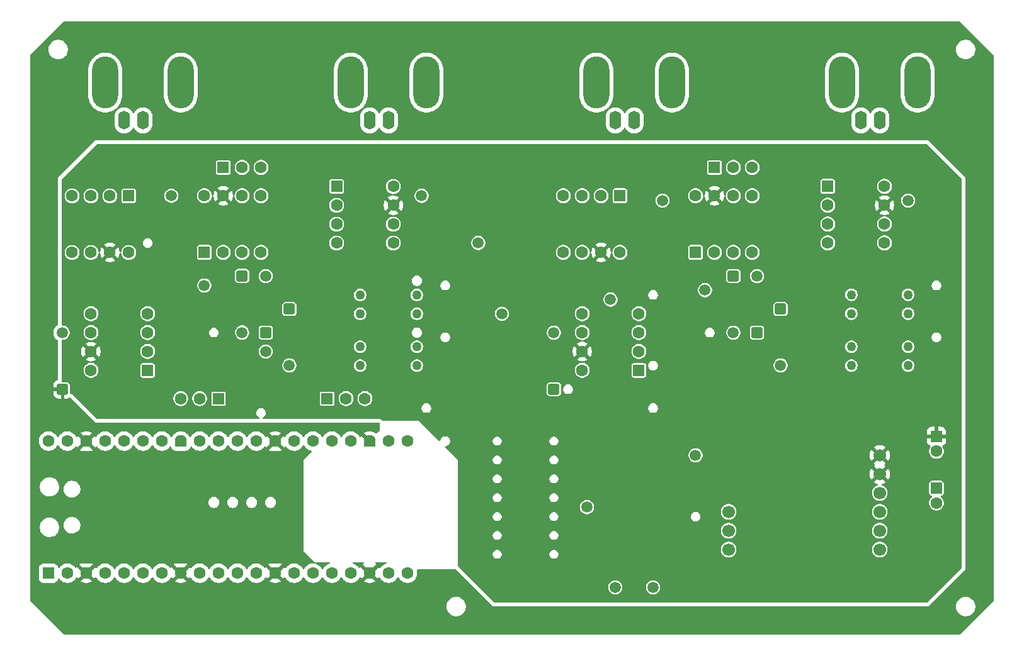
<source format=gbr>
%TF.GenerationSoftware,KiCad,Pcbnew,9.0.1*%
%TF.CreationDate,2025-06-22T18:16:09+09:00*%
%TF.ProjectId,SMU,534d552e-6b69-4636-9164-5f7063625858,rev?*%
%TF.SameCoordinates,Original*%
%TF.FileFunction,Copper,L2,Inr*%
%TF.FilePolarity,Positive*%
%FSLAX46Y46*%
G04 Gerber Fmt 4.6, Leading zero omitted, Abs format (unit mm)*
G04 Created by KiCad (PCBNEW 9.0.1) date 2025-06-22 18:16:09*
%MOMM*%
%LPD*%
G01*
G04 APERTURE LIST*
G04 Aperture macros list*
%AMRoundRect*
0 Rectangle with rounded corners*
0 $1 Rounding radius*
0 $2 $3 $4 $5 $6 $7 $8 $9 X,Y pos of 4 corners*
0 Add a 4 corners polygon primitive as box body*
4,1,4,$2,$3,$4,$5,$6,$7,$8,$9,$2,$3,0*
0 Add four circle primitives for the rounded corners*
1,1,$1+$1,$2,$3*
1,1,$1+$1,$4,$5*
1,1,$1+$1,$6,$7*
1,1,$1+$1,$8,$9*
0 Add four rect primitives between the rounded corners*
20,1,$1+$1,$2,$3,$4,$5,0*
20,1,$1+$1,$4,$5,$6,$7,0*
20,1,$1+$1,$6,$7,$8,$9,0*
20,1,$1+$1,$8,$9,$2,$3,0*%
%AMFreePoly0*
4,1,37,0.603843,0.796157,0.639018,0.796157,0.711114,0.766294,0.766294,0.711114,0.796157,0.639018,0.796157,0.603843,0.800000,0.600000,0.800000,-0.600000,0.796157,-0.603843,0.796157,-0.639018,0.766294,-0.711114,0.711114,-0.766294,0.639018,-0.796157,0.603843,-0.796157,0.600000,-0.800000,0.000000,-0.800000,0.000000,-0.796148,-0.078414,-0.796148,-0.232228,-0.765552,-0.377117,-0.705537,
-0.507515,-0.618408,-0.618408,-0.507515,-0.705537,-0.377117,-0.765552,-0.232228,-0.796148,-0.078414,-0.796148,0.078414,-0.765552,0.232228,-0.705537,0.377117,-0.618408,0.507515,-0.507515,0.618408,-0.377117,0.705537,-0.232228,0.765552,-0.078414,0.796148,0.000000,0.796148,0.000000,0.800000,0.600000,0.800000,0.603843,0.796157,0.603843,0.796157,$1*%
%AMFreePoly1*
4,1,37,0.000000,0.796148,0.078414,0.796148,0.232228,0.765552,0.377117,0.705537,0.507515,0.618408,0.618408,0.507515,0.705537,0.377117,0.765552,0.232228,0.796148,0.078414,0.796148,-0.078414,0.765552,-0.232228,0.705537,-0.377117,0.618408,-0.507515,0.507515,-0.618408,0.377117,-0.705537,0.232228,-0.765552,0.078414,-0.796148,0.000000,-0.796148,0.000000,-0.800000,-0.600000,-0.800000,
-0.603843,-0.796157,-0.639018,-0.796157,-0.711114,-0.766294,-0.766294,-0.711114,-0.796157,-0.639018,-0.796157,-0.603843,-0.800000,-0.600000,-0.800000,0.600000,-0.796157,0.603843,-0.796157,0.639018,-0.766294,0.711114,-0.711114,0.766294,-0.639018,0.796157,-0.603843,0.796157,-0.600000,0.800000,0.000000,0.800000,0.000000,0.796148,0.000000,0.796148,$1*%
G04 Aperture macros list end*
%TA.AperFunction,ComponentPad*%
%ADD10C,1.270000*%
%TD*%
%TA.AperFunction,ComponentPad*%
%ADD11RoundRect,0.250000X0.550000X0.550000X-0.550000X0.550000X-0.550000X-0.550000X0.550000X-0.550000X0*%
%TD*%
%TA.AperFunction,ComponentPad*%
%ADD12C,1.600000*%
%TD*%
%TA.AperFunction,ComponentPad*%
%ADD13RoundRect,0.250001X-0.499999X0.499999X-0.499999X-0.499999X0.499999X-0.499999X0.499999X0.499999X0*%
%TD*%
%TA.AperFunction,ComponentPad*%
%ADD14C,1.500000*%
%TD*%
%TA.AperFunction,ComponentPad*%
%ADD15RoundRect,0.250000X-0.550000X0.550000X-0.550000X-0.550000X0.550000X-0.550000X0.550000X0.550000X0*%
%TD*%
%TA.AperFunction,ComponentPad*%
%ADD16O,1.600000X2.500000*%
%TD*%
%TA.AperFunction,ComponentPad*%
%ADD17O,3.500000X7.000000*%
%TD*%
%TA.AperFunction,ComponentPad*%
%ADD18RoundRect,0.250000X-0.550000X-0.550000X0.550000X-0.550000X0.550000X0.550000X-0.550000X0.550000X0*%
%TD*%
%TA.AperFunction,ComponentPad*%
%ADD19RoundRect,0.250000X0.550000X-0.550000X0.550000X0.550000X-0.550000X0.550000X-0.550000X-0.550000X0*%
%TD*%
%TA.AperFunction,ComponentPad*%
%ADD20RoundRect,0.250001X0.499999X-0.499999X0.499999X0.499999X-0.499999X0.499999X-0.499999X-0.499999X0*%
%TD*%
%TA.AperFunction,ComponentPad*%
%ADD21C,1.700000*%
%TD*%
%TA.AperFunction,ComponentPad*%
%ADD22R,1.500000X1.500000*%
%TD*%
%TA.AperFunction,ComponentPad*%
%ADD23RoundRect,0.200000X0.600000X-0.600000X0.600000X0.600000X-0.600000X0.600000X-0.600000X-0.600000X0*%
%TD*%
%TA.AperFunction,ComponentPad*%
%ADD24FreePoly0,90.000000*%
%TD*%
%TA.AperFunction,ComponentPad*%
%ADD25FreePoly1,90.000000*%
%TD*%
%TA.AperFunction,ViaPad*%
%ADD26C,1.500000*%
%TD*%
G04 APERTURE END LIST*
D10*
%TO.N,Net-(R22-Pad2)*%
%TO.C,U16*%
X77470000Y-162565000D03*
%TO.N,GND*%
X77470000Y-160025000D03*
%TO.N,Net-(R19-Pad2)*%
X69850000Y-160025000D03*
%TO.N,/PotentioStatUnit1/Vcrr*%
X69850000Y-162565000D03*
%TD*%
%TO.N,Net-(R11-Pad1)*%
%TO.C,U10*%
X143510000Y-162560000D03*
%TO.N,GND*%
X143510000Y-160020000D03*
%TO.N,Net-(R6-Pad2)*%
X135890000Y-160020000D03*
%TO.N,/PotentioStatUnit/Vcrr*%
X135890000Y-162560000D03*
%TD*%
%TO.N,Net-(R10-Pad2)*%
%TO.C,U9*%
X143510000Y-155575000D03*
%TO.N,GND*%
X143510000Y-153035000D03*
%TO.N,Net-(R5-Pad2)*%
X135890000Y-153035000D03*
%TO.N,/PotentioStatUnit/Vcrr*%
X135890000Y-155575000D03*
%TD*%
%TO.N,Net-(R21-Pad1)*%
%TO.C,U15*%
X77470000Y-155580000D03*
%TO.N,GND*%
X77470000Y-153040000D03*
%TO.N,Net-(R18-Pad2)*%
X69850000Y-153040000D03*
%TO.N,/PotentioStatUnit1/Vcrr*%
X69850000Y-155580000D03*
%TD*%
D11*
%TO.N,unconnected-(U11-VOS-Pad1)*%
%TO.C,U11*%
X107315000Y-163195000D03*
D12*
%TO.N,Net-(U11--)*%
X107315000Y-160655000D03*
%TO.N,Net-(U11-+)*%
X107315000Y-158115000D03*
%TO.N,-12V*%
X107315000Y-155575000D03*
%TO.N,unconnected-(U11-NC-Pad5)*%
X99695000Y-155575000D03*
%TO.N,/\u53CD\u8EE2\u56DE\u8DEF/OUTPUT*%
X99695000Y-158115000D03*
%TO.N,+12V*%
X99695000Y-160655000D03*
%TO.N,unconnected-(U11-VOS-Pad8)*%
X99695000Y-163195000D03*
%TD*%
D13*
%TO.N,Net-(D7-A)*%
%TO.C,D8*%
X60325000Y-154935000D03*
D14*
%TO.N,/PotentioStatUnit1/Vcrr*%
X60325000Y-162555000D03*
%TD*%
D13*
%TO.N,Net-(D3-A)*%
%TO.C,D4*%
X126365000Y-154935000D03*
D14*
%TO.N,/PotentioStatUnit/Vcrr*%
X126365000Y-162555000D03*
%TD*%
D15*
%TO.N,GND*%
%TO.C,C2*%
X147320000Y-179070000D03*
D12*
%TO.N,-12V*%
X147320000Y-181070000D03*
%TD*%
D15*
%TO.N,+12V*%
%TO.C,C1*%
X147320000Y-172085000D03*
D12*
%TO.N,GND*%
X147320000Y-174085000D03*
%TD*%
D16*
%TO.N,Net-(J2-In)*%
%TO.C,J2*%
X73660000Y-129540000D03*
D17*
%TO.N,/PotentioStatUnit1/WE*%
X68580000Y-124460000D03*
D16*
X71120000Y-129540000D03*
D17*
X78740000Y-124460000D03*
%TD*%
D18*
%TO.N,unconnected-(U14-VOS-Pad1)*%
%TO.C,U14*%
X66680000Y-138435000D03*
D12*
%TO.N,/PotentioStatUnit1/WE*%
X66680000Y-140975000D03*
%TO.N,GND*%
X66680000Y-143515000D03*
%TO.N,-12V*%
X66680000Y-146055000D03*
%TO.N,unconnected-(U14-NC-Pad5)*%
X74300000Y-146055000D03*
%TO.N,/PotentioStatUnit1/Vcrr*%
X74300000Y-143515000D03*
%TO.N,+12V*%
X74300000Y-140975000D03*
%TO.N,unconnected-(U14-VOS-Pad8)*%
X74300000Y-138435000D03*
%TD*%
D19*
%TO.N,unconnected-(U6-VOS-Pad1)*%
%TO.C,U6*%
X114935000Y-147320000D03*
D12*
%TO.N,Net-(U6--)*%
X117475000Y-147320000D03*
%TO.N,GND*%
X120015000Y-147320000D03*
%TO.N,-12V*%
X122555000Y-147320000D03*
%TO.N,unconnected-(U6-NC-Pad5)*%
X122555000Y-139700000D03*
%TO.N,/PotentioStatUnit/CE*%
X120015000Y-139700000D03*
%TO.N,+12V*%
X117475000Y-139700000D03*
%TO.N,unconnected-(U6-VOS-Pad8)*%
X114935000Y-139700000D03*
%TD*%
D20*
%TO.N,Net-(D2-A)*%
%TO.C,D3*%
X123190000Y-158120000D03*
D14*
%TO.N,Net-(D3-A)*%
X123190000Y-150500000D03*
%TD*%
D15*
%TO.N,unconnected-(U7-VOS-Pad1)*%
%TO.C,U7*%
X104775000Y-139700000D03*
D12*
%TO.N,/PotentioStatUnit/Vre*%
X102235000Y-139700000D03*
%TO.N,/PotentioStatUnit/RE*%
X99695000Y-139700000D03*
%TO.N,-12V*%
X97155000Y-139700000D03*
%TO.N,unconnected-(U7-NC-Pad5)*%
X97155000Y-147320000D03*
%TO.N,/PotentioStatUnit/Vre*%
X99695000Y-147320000D03*
%TO.N,+12V*%
X102235000Y-147320000D03*
%TO.N,unconnected-(U7-VOS-Pad8)*%
X104775000Y-147320000D03*
%TD*%
D21*
%TO.N,VSYS*%
%TO.C,U1*%
X119380000Y-182245000D03*
X119380000Y-184785000D03*
%TO.N,GND*%
X119380000Y-187325000D03*
%TO.N,+12V*%
X139700000Y-174625000D03*
X139700000Y-177165000D03*
%TO.N,GND*%
X139700000Y-179705000D03*
X139700000Y-182245000D03*
%TO.N,-12V*%
X139700000Y-184785000D03*
X139700000Y-187325000D03*
%TD*%
D22*
%TO.N,/PotentioStatUnit1/RE*%
%TO.C,SW1*%
X51435000Y-135890000D03*
D12*
%TO.N,/PotentioStatUnit1/CE*%
X53975000Y-135890000D03*
%TO.N,Net-(J2-In)*%
X56515000Y-135890000D03*
%TD*%
D19*
%TO.N,unconnected-(U12-VOS-Pad1)*%
%TO.C,U12*%
X48895000Y-147320000D03*
D12*
%TO.N,Net-(U12--)*%
X51435000Y-147320000D03*
%TO.N,GND*%
X53975000Y-147320000D03*
%TO.N,-12V*%
X56515000Y-147320000D03*
%TO.N,unconnected-(U12-NC-Pad5)*%
X56515000Y-139700000D03*
%TO.N,/PotentioStatUnit1/CE*%
X53975000Y-139700000D03*
%TO.N,+12V*%
X51435000Y-139700000D03*
%TO.N,unconnected-(U12-VOS-Pad8)*%
X48895000Y-139700000D03*
%TD*%
D16*
%TO.N,/PotentioStatUnit1/RE*%
%TO.C,J1*%
X40640000Y-129540000D03*
D17*
%TO.N,/PotentioStatUnit1/WE*%
X35560000Y-124460000D03*
D16*
X38100000Y-129540000D03*
D17*
X45720000Y-124460000D03*
%TD*%
D20*
%TO.N,GND*%
%TO.C,D1*%
X95885000Y-165735000D03*
D14*
%TO.N,/\u53CD\u8EE2\u56DE\u8DEF/OUTPUT*%
X95885000Y-158115000D03*
%TD*%
D22*
%TO.N,Net-(A1-GPIO26_ADC0)*%
%TO.C,SW3*%
X50800000Y-167005000D03*
D12*
%TO.N,/\u53CD\u8EE2\u56DE\u8DEF1/OUTPUT*%
X48260000Y-167005000D03*
%TO.N,unconnected-(SW3-C-Pad3)*%
X45720000Y-167005000D03*
%TD*%
D22*
%TO.N,/PotentioStatUnit/RE*%
%TO.C,SW2*%
X117475000Y-135890000D03*
D12*
%TO.N,/PotentioStatUnit/CE*%
X120015000Y-135890000D03*
%TO.N,Net-(J4-In)*%
X122555000Y-135890000D03*
%TD*%
D18*
%TO.N,unconnected-(U8-VOS-Pad1)*%
%TO.C,U8*%
X132715000Y-138430000D03*
D12*
%TO.N,/PotentioStatUnit/WE*%
X132715000Y-140970000D03*
%TO.N,GND*%
X132715000Y-143510000D03*
%TO.N,-12V*%
X132715000Y-146050000D03*
%TO.N,unconnected-(U8-NC-Pad5)*%
X140335000Y-146050000D03*
%TO.N,/PotentioStatUnit/Vcrr*%
X140335000Y-143510000D03*
%TO.N,+12V*%
X140335000Y-140970000D03*
%TO.N,unconnected-(U8-VOS-Pad8)*%
X140335000Y-138430000D03*
%TD*%
D11*
%TO.N,unconnected-(U17-VOS-Pad1)*%
%TO.C,U17*%
X41270000Y-163200000D03*
D12*
%TO.N,Net-(U17--)*%
X41270000Y-160660000D03*
%TO.N,Net-(U17-+)*%
X41270000Y-158120000D03*
%TO.N,-12V*%
X41270000Y-155580000D03*
%TO.N,unconnected-(U17-NC-Pad5)*%
X33650000Y-155580000D03*
%TO.N,/\u53CD\u8EE2\u56DE\u8DEF1/OUTPUT*%
X33650000Y-158120000D03*
%TO.N,+12V*%
X33650000Y-160660000D03*
%TO.N,unconnected-(U17-VOS-Pad8)*%
X33650000Y-163200000D03*
%TD*%
D13*
%TO.N,GND*%
%TO.C,D6*%
X53975000Y-150490000D03*
D14*
%TO.N,Net-(D6-A)*%
X53975000Y-158110000D03*
%TD*%
D16*
%TO.N,/PotentioStatUnit/RE*%
%TO.C,J3*%
X106680000Y-129540000D03*
D17*
%TO.N,/PotentioStatUnit/WE*%
X101600000Y-124460000D03*
D16*
X104140000Y-129540000D03*
D17*
X111760000Y-124460000D03*
%TD*%
D22*
%TO.N,Net-(A1-GPIO27_ADC1)*%
%TO.C,SW4*%
X65405000Y-167005000D03*
D12*
%TO.N,/\u53CD\u8EE2\u56DE\u8DEF/OUTPUT*%
X67945000Y-167005000D03*
%TO.N,unconnected-(SW4-C-Pad3)*%
X70485000Y-167005000D03*
%TD*%
D13*
%TO.N,GND*%
%TO.C,D2*%
X120015000Y-150495000D03*
D14*
%TO.N,Net-(D2-A)*%
X120015000Y-158115000D03*
%TD*%
D20*
%TO.N,Net-(D6-A)*%
%TO.C,D7*%
X57150000Y-158120000D03*
D14*
%TO.N,Net-(D7-A)*%
X57150000Y-150500000D03*
%TD*%
D15*
%TO.N,unconnected-(U13-VOS-Pad1)*%
%TO.C,U13*%
X38735000Y-139705000D03*
D12*
%TO.N,/PotentioStatUnit1/Vre*%
X36195000Y-139705000D03*
%TO.N,/PotentioStatUnit1/RE*%
X33655000Y-139705000D03*
%TO.N,-12V*%
X31115000Y-139705000D03*
%TO.N,unconnected-(U13-NC-Pad5)*%
X31115000Y-147325000D03*
%TO.N,/PotentioStatUnit1/Vre*%
X33655000Y-147325000D03*
%TO.N,+12V*%
X36195000Y-147325000D03*
%TO.N,unconnected-(U13-VOS-Pad8)*%
X38735000Y-147325000D03*
%TD*%
D20*
%TO.N,GND*%
%TO.C,D5*%
X29845000Y-165740000D03*
D14*
%TO.N,/\u53CD\u8EE2\u56DE\u8DEF1/OUTPUT*%
X29845000Y-158120000D03*
%TD*%
D16*
%TO.N,Net-(J4-In)*%
%TO.C,J4*%
X139700000Y-129540000D03*
D17*
%TO.N,/PotentioStatUnit/WE*%
X134620000Y-124460000D03*
D16*
X137160000Y-129540000D03*
D17*
X144780000Y-124460000D03*
%TD*%
D23*
%TO.N,unconnected-(A1-GPIO0-Pad1)*%
%TO.C,A1*%
X27940000Y-190500000D03*
D12*
%TO.N,unconnected-(A1-GPIO1-Pad2)*%
X30480000Y-190500000D03*
D24*
%TO.N,GND*%
X33020000Y-190500000D03*
D12*
%TO.N,unconnected-(A1-GPIO2-Pad4)*%
X35560000Y-190500000D03*
%TO.N,unconnected-(A1-GPIO3-Pad5)*%
X38100000Y-190500000D03*
%TO.N,unconnected-(A1-GPIO4-Pad6)*%
X40640000Y-190500000D03*
%TO.N,unconnected-(A1-GPIO5-Pad7)*%
X43180000Y-190500000D03*
D24*
%TO.N,GND*%
X45720000Y-190500000D03*
D12*
%TO.N,x1k_1*%
X48260000Y-190500000D03*
%TO.N,x10k_1*%
X50800000Y-190500000D03*
%TO.N,x1k_2*%
X53340000Y-190500000D03*
%TO.N,x10k_2*%
X55880000Y-190500000D03*
D24*
%TO.N,GND*%
X58420000Y-190500000D03*
D12*
%TO.N,unconnected-(A1-GPIO10-Pad14)*%
X60960000Y-190500000D03*
%TO.N,unconnected-(A1-GPIO11-Pad15)*%
X63500000Y-190500000D03*
%TO.N,unconnected-(A1-GPIO12-Pad16)*%
X66040000Y-190500000D03*
%TO.N,unconnected-(A1-GPIO13-Pad17)*%
X68580000Y-190500000D03*
D24*
%TO.N,GND*%
X71120000Y-190500000D03*
D12*
%TO.N,unconnected-(A1-GPIO14-Pad19)*%
X73660000Y-190500000D03*
%TO.N,unconnected-(A1-GPIO15-Pad20)*%
X76200000Y-190500000D03*
%TO.N,unconnected-(A1-GPIO16-Pad21)*%
X76200000Y-172720000D03*
%TO.N,Net-(A1-GPIO17)*%
X73660000Y-172720000D03*
D25*
%TO.N,GND*%
X71120000Y-172720000D03*
D12*
%TO.N,Net-(A1-GPIO18)*%
X68580000Y-172720000D03*
%TO.N,Net-(A1-GPIO19)*%
X66040000Y-172720000D03*
%TO.N,Net-(A1-GPIO20)*%
X63500000Y-172720000D03*
%TO.N,unconnected-(A1-GPIO21-Pad27)*%
X60960000Y-172720000D03*
D25*
%TO.N,GND*%
X58420000Y-172720000D03*
D12*
%TO.N,unconnected-(A1-GPIO22-Pad29)*%
X55880000Y-172720000D03*
%TO.N,unconnected-(A1-RUN-Pad30)*%
X53340000Y-172720000D03*
%TO.N,Net-(A1-GPIO26_ADC0)*%
X50800000Y-172720000D03*
%TO.N,Net-(A1-GPIO27_ADC1)*%
X48260000Y-172720000D03*
D25*
%TO.N,unconnected-(A1-AGND-Pad33)*%
X45720000Y-172720000D03*
D12*
%TO.N,unconnected-(A1-GPIO28_ADC2-Pad34)*%
X43180000Y-172720000D03*
%TO.N,Net-(A1-ADC_VREF)*%
X40640000Y-172720000D03*
%TO.N,+3.3V*%
X38100000Y-172720000D03*
%TO.N,unconnected-(A1-3V3_EN-Pad37)*%
X35560000Y-172720000D03*
D25*
%TO.N,GND*%
X33020000Y-172720000D03*
D12*
%TO.N,VSYS*%
X30480000Y-172720000D03*
%TO.N,unconnected-(A1-VBUS-Pad40)*%
X27940000Y-172720000D03*
%TD*%
D26*
%TO.N,GND*%
X57150000Y-160655000D03*
X151000000Y-126000000D03*
X48895000Y-151765000D03*
X107250000Y-197000000D03*
X125250000Y-121000000D03*
X103505000Y-153670000D03*
X60250000Y-121000000D03*
X27750000Y-156000000D03*
X109220000Y-192405000D03*
X27750000Y-176000000D03*
X114935000Y-174625000D03*
X90250000Y-130175000D03*
X146500000Y-197000000D03*
X85725000Y-146050000D03*
X116205000Y-152400000D03*
X152750000Y-156000000D03*
%TO.N,/PotentioStatUnit/Vcrr*%
X143510000Y-140335000D03*
%TO.N,/PotentioStatUnit1/Vcrr*%
X78105000Y-139700000D03*
%TO.N,/REF_+2.048V*%
X100330000Y-181610000D03*
%TO.N,/PotentioStatUnit/Vre*%
X110490000Y-140335000D03*
%TO.N,/PotentioStatUnit1/Vre*%
X44450000Y-139700000D03*
%TO.N,-12V*%
X104140000Y-192405000D03*
%TO.N,+12V*%
X114300000Y-192405000D03*
%TO.N,3.0V_REF*%
X88900000Y-155575000D03*
%TD*%
%TA.AperFunction,Conductor*%
%TO.N,+12V*%
G36*
X146056293Y-132775185D02*
G01*
X146076935Y-132791819D01*
X150708181Y-137423065D01*
X150741666Y-137484388D01*
X150744500Y-137510746D01*
X150744500Y-189739254D01*
X150724815Y-189806293D01*
X150708181Y-189826935D01*
X146076935Y-194458181D01*
X146015612Y-194491666D01*
X145989254Y-194494500D01*
X88010746Y-194494500D01*
X87943707Y-194474815D01*
X87923065Y-194458181D01*
X85776263Y-192311379D01*
X103189500Y-192311379D01*
X103189500Y-192498620D01*
X103226025Y-192682243D01*
X103226027Y-192682251D01*
X103297676Y-192855228D01*
X103297681Y-192855237D01*
X103401697Y-193010907D01*
X103401700Y-193010911D01*
X103534088Y-193143299D01*
X103534092Y-193143302D01*
X103689762Y-193247318D01*
X103689768Y-193247321D01*
X103689769Y-193247322D01*
X103862749Y-193318973D01*
X104046379Y-193355499D01*
X104046383Y-193355500D01*
X104046384Y-193355500D01*
X104233617Y-193355500D01*
X104233618Y-193355499D01*
X104417251Y-193318973D01*
X104590231Y-193247322D01*
X104745908Y-193143302D01*
X104878302Y-193010908D01*
X104982322Y-192855231D01*
X105053973Y-192682251D01*
X105090500Y-192498616D01*
X105090500Y-192311384D01*
X105090499Y-192311379D01*
X108269500Y-192311379D01*
X108269500Y-192498620D01*
X108306025Y-192682243D01*
X108306027Y-192682251D01*
X108377676Y-192855228D01*
X108377681Y-192855237D01*
X108481697Y-193010907D01*
X108481700Y-193010911D01*
X108614088Y-193143299D01*
X108614092Y-193143302D01*
X108769762Y-193247318D01*
X108769768Y-193247321D01*
X108769769Y-193247322D01*
X108942749Y-193318973D01*
X109126379Y-193355499D01*
X109126383Y-193355500D01*
X109126384Y-193355500D01*
X109313617Y-193355500D01*
X109313618Y-193355499D01*
X109497251Y-193318973D01*
X109670231Y-193247322D01*
X109825908Y-193143302D01*
X109958302Y-193010908D01*
X110062322Y-192855231D01*
X110133973Y-192682251D01*
X110170500Y-192498616D01*
X110170500Y-192311384D01*
X110133973Y-192127749D01*
X110062322Y-191954769D01*
X110062321Y-191954768D01*
X110062318Y-191954762D01*
X109958302Y-191799092D01*
X109958299Y-191799088D01*
X109825911Y-191666700D01*
X109825907Y-191666697D01*
X109670237Y-191562681D01*
X109670228Y-191562676D01*
X109497251Y-191491027D01*
X109497243Y-191491025D01*
X109313620Y-191454500D01*
X109313616Y-191454500D01*
X109126384Y-191454500D01*
X109126379Y-191454500D01*
X108942756Y-191491025D01*
X108942748Y-191491027D01*
X108769771Y-191562676D01*
X108769762Y-191562681D01*
X108614092Y-191666697D01*
X108614088Y-191666700D01*
X108481700Y-191799088D01*
X108481697Y-191799092D01*
X108377681Y-191954762D01*
X108377676Y-191954771D01*
X108306027Y-192127748D01*
X108306025Y-192127756D01*
X108269500Y-192311379D01*
X105090499Y-192311379D01*
X105053973Y-192127749D01*
X104982322Y-191954769D01*
X104982321Y-191954768D01*
X104982318Y-191954762D01*
X104878302Y-191799092D01*
X104878299Y-191799088D01*
X104745911Y-191666700D01*
X104745907Y-191666697D01*
X104590237Y-191562681D01*
X104590228Y-191562676D01*
X104417251Y-191491027D01*
X104417243Y-191491025D01*
X104233620Y-191454500D01*
X104233616Y-191454500D01*
X104046384Y-191454500D01*
X104046379Y-191454500D01*
X103862756Y-191491025D01*
X103862748Y-191491027D01*
X103689771Y-191562676D01*
X103689762Y-191562681D01*
X103534092Y-191666697D01*
X103534088Y-191666700D01*
X103401700Y-191799088D01*
X103401697Y-191799092D01*
X103297681Y-191954762D01*
X103297676Y-191954771D01*
X103226027Y-192127748D01*
X103226025Y-192127756D01*
X103189500Y-192311379D01*
X85776263Y-192311379D01*
X83143776Y-189678892D01*
X83143761Y-189678877D01*
X83143737Y-189678855D01*
X83103519Y-189642728D01*
X83103507Y-189642718D01*
X83082861Y-189626080D01*
X83051472Y-189603445D01*
X83008610Y-189548267D01*
X83000000Y-189502868D01*
X83000000Y-187880943D01*
X87664500Y-187880943D01*
X87664500Y-188039057D01*
X87691810Y-188140977D01*
X87705423Y-188191783D01*
X87705426Y-188191790D01*
X87784475Y-188328709D01*
X87784479Y-188328714D01*
X87784480Y-188328716D01*
X87896284Y-188440520D01*
X87896286Y-188440521D01*
X87896290Y-188440524D01*
X88033209Y-188519573D01*
X88033216Y-188519577D01*
X88185943Y-188560500D01*
X88185945Y-188560500D01*
X88344055Y-188560500D01*
X88344057Y-188560500D01*
X88496784Y-188519577D01*
X88633716Y-188440520D01*
X88745520Y-188328716D01*
X88824577Y-188191784D01*
X88865500Y-188039057D01*
X88865500Y-187880943D01*
X95284500Y-187880943D01*
X95284500Y-188039057D01*
X95311810Y-188140977D01*
X95325423Y-188191783D01*
X95325426Y-188191790D01*
X95404475Y-188328709D01*
X95404479Y-188328714D01*
X95404480Y-188328716D01*
X95516284Y-188440520D01*
X95516286Y-188440521D01*
X95516290Y-188440524D01*
X95653209Y-188519573D01*
X95653216Y-188519577D01*
X95805943Y-188560500D01*
X95805945Y-188560500D01*
X95964055Y-188560500D01*
X95964057Y-188560500D01*
X96116784Y-188519577D01*
X96253716Y-188440520D01*
X96365520Y-188328716D01*
X96444577Y-188191784D01*
X96485500Y-188039057D01*
X96485500Y-187880943D01*
X96444577Y-187728216D01*
X96444573Y-187728209D01*
X96365524Y-187591290D01*
X96365518Y-187591282D01*
X96253717Y-187479481D01*
X96253709Y-187479475D01*
X96116790Y-187400426D01*
X96116786Y-187400424D01*
X96116784Y-187400423D01*
X95964057Y-187359500D01*
X95805943Y-187359500D01*
X95653216Y-187400423D01*
X95653209Y-187400426D01*
X95516290Y-187479475D01*
X95516282Y-187479481D01*
X95404481Y-187591282D01*
X95404475Y-187591290D01*
X95325426Y-187728209D01*
X95325423Y-187728216D01*
X95284500Y-187880943D01*
X88865500Y-187880943D01*
X88824577Y-187728216D01*
X88824573Y-187728209D01*
X88745524Y-187591290D01*
X88745518Y-187591282D01*
X88633717Y-187479481D01*
X88633709Y-187479475D01*
X88496790Y-187400426D01*
X88496786Y-187400424D01*
X88496784Y-187400423D01*
X88344057Y-187359500D01*
X88185943Y-187359500D01*
X88033216Y-187400423D01*
X88033209Y-187400426D01*
X87896290Y-187479475D01*
X87896282Y-187479481D01*
X87784481Y-187591282D01*
X87784475Y-187591290D01*
X87705426Y-187728209D01*
X87705423Y-187728216D01*
X87664500Y-187880943D01*
X83000000Y-187880943D01*
X83000000Y-187221530D01*
X118329500Y-187221530D01*
X118329500Y-187428469D01*
X118369868Y-187631412D01*
X118369870Y-187631420D01*
X118449058Y-187822596D01*
X118564024Y-187994657D01*
X118710342Y-188140975D01*
X118710345Y-188140977D01*
X118882402Y-188255941D01*
X119073580Y-188335130D01*
X119276530Y-188375499D01*
X119276534Y-188375500D01*
X119276535Y-188375500D01*
X119483466Y-188375500D01*
X119483467Y-188375499D01*
X119686420Y-188335130D01*
X119877598Y-188255941D01*
X120049655Y-188140977D01*
X120195977Y-187994655D01*
X120310941Y-187822598D01*
X120390130Y-187631420D01*
X120430500Y-187428465D01*
X120430500Y-187221535D01*
X120430499Y-187221530D01*
X138649500Y-187221530D01*
X138649500Y-187428469D01*
X138689868Y-187631412D01*
X138689870Y-187631420D01*
X138769058Y-187822596D01*
X138884024Y-187994657D01*
X139030342Y-188140975D01*
X139030345Y-188140977D01*
X139202402Y-188255941D01*
X139393580Y-188335130D01*
X139596530Y-188375499D01*
X139596534Y-188375500D01*
X139596535Y-188375500D01*
X139803466Y-188375500D01*
X139803467Y-188375499D01*
X140006420Y-188335130D01*
X140197598Y-188255941D01*
X140369655Y-188140977D01*
X140515977Y-187994655D01*
X140630941Y-187822598D01*
X140710130Y-187631420D01*
X140750500Y-187428465D01*
X140750500Y-187221535D01*
X140710130Y-187018580D01*
X140630941Y-186827402D01*
X140515977Y-186655345D01*
X140515975Y-186655342D01*
X140369657Y-186509024D01*
X140283626Y-186451541D01*
X140197598Y-186394059D01*
X140006420Y-186314870D01*
X140006412Y-186314868D01*
X139803469Y-186274500D01*
X139803465Y-186274500D01*
X139596535Y-186274500D01*
X139596530Y-186274500D01*
X139393587Y-186314868D01*
X139393579Y-186314870D01*
X139202403Y-186394058D01*
X139030342Y-186509024D01*
X138884024Y-186655342D01*
X138769058Y-186827403D01*
X138689870Y-187018579D01*
X138689868Y-187018587D01*
X138649500Y-187221530D01*
X120430499Y-187221530D01*
X120390130Y-187018580D01*
X120310941Y-186827402D01*
X120195977Y-186655345D01*
X120195975Y-186655342D01*
X120049657Y-186509024D01*
X119963626Y-186451541D01*
X119877598Y-186394059D01*
X119686420Y-186314870D01*
X119686412Y-186314868D01*
X119483469Y-186274500D01*
X119483465Y-186274500D01*
X119276535Y-186274500D01*
X119276530Y-186274500D01*
X119073587Y-186314868D01*
X119073579Y-186314870D01*
X118882403Y-186394058D01*
X118710342Y-186509024D01*
X118564024Y-186655342D01*
X118449058Y-186827403D01*
X118369870Y-187018579D01*
X118369868Y-187018587D01*
X118329500Y-187221530D01*
X83000000Y-187221530D01*
X83000000Y-185340943D01*
X87664500Y-185340943D01*
X87664500Y-185499057D01*
X87691810Y-185600977D01*
X87705423Y-185651783D01*
X87705426Y-185651790D01*
X87784475Y-185788709D01*
X87784479Y-185788714D01*
X87784480Y-185788716D01*
X87896284Y-185900520D01*
X87896286Y-185900521D01*
X87896290Y-185900524D01*
X88033209Y-185979573D01*
X88033216Y-185979577D01*
X88185943Y-186020500D01*
X88185945Y-186020500D01*
X88344055Y-186020500D01*
X88344057Y-186020500D01*
X88496784Y-185979577D01*
X88633716Y-185900520D01*
X88745520Y-185788716D01*
X88824577Y-185651784D01*
X88865500Y-185499057D01*
X88865500Y-185340943D01*
X95284500Y-185340943D01*
X95284500Y-185499057D01*
X95311810Y-185600977D01*
X95325423Y-185651783D01*
X95325426Y-185651790D01*
X95404475Y-185788709D01*
X95404479Y-185788714D01*
X95404480Y-185788716D01*
X95516284Y-185900520D01*
X95516286Y-185900521D01*
X95516290Y-185900524D01*
X95653209Y-185979573D01*
X95653216Y-185979577D01*
X95805943Y-186020500D01*
X95805945Y-186020500D01*
X95964055Y-186020500D01*
X95964057Y-186020500D01*
X96116784Y-185979577D01*
X96253716Y-185900520D01*
X96365520Y-185788716D01*
X96444577Y-185651784D01*
X96485500Y-185499057D01*
X96485500Y-185340943D01*
X96444577Y-185188216D01*
X96444573Y-185188209D01*
X96365524Y-185051290D01*
X96365518Y-185051282D01*
X96253717Y-184939481D01*
X96253709Y-184939475D01*
X96116790Y-184860426D01*
X96116786Y-184860424D01*
X96116784Y-184860423D01*
X95964057Y-184819500D01*
X95805943Y-184819500D01*
X95653216Y-184860423D01*
X95653209Y-184860426D01*
X95516290Y-184939475D01*
X95516282Y-184939481D01*
X95404481Y-185051282D01*
X95404475Y-185051290D01*
X95325426Y-185188209D01*
X95325423Y-185188216D01*
X95284500Y-185340943D01*
X88865500Y-185340943D01*
X88824577Y-185188216D01*
X88824573Y-185188209D01*
X88745524Y-185051290D01*
X88745518Y-185051282D01*
X88633717Y-184939481D01*
X88633709Y-184939475D01*
X88496790Y-184860426D01*
X88496786Y-184860424D01*
X88496784Y-184860423D01*
X88344057Y-184819500D01*
X88185943Y-184819500D01*
X88033216Y-184860423D01*
X88033209Y-184860426D01*
X87896290Y-184939475D01*
X87896282Y-184939481D01*
X87784481Y-185051282D01*
X87784475Y-185051290D01*
X87705426Y-185188209D01*
X87705423Y-185188216D01*
X87664500Y-185340943D01*
X83000000Y-185340943D01*
X83000000Y-184681530D01*
X118329500Y-184681530D01*
X118329500Y-184888469D01*
X118369868Y-185091412D01*
X118369870Y-185091420D01*
X118449058Y-185282596D01*
X118564024Y-185454657D01*
X118710342Y-185600975D01*
X118710345Y-185600977D01*
X118882402Y-185715941D01*
X119073580Y-185795130D01*
X119276530Y-185835499D01*
X119276534Y-185835500D01*
X119276535Y-185835500D01*
X119483466Y-185835500D01*
X119483467Y-185835499D01*
X119686420Y-185795130D01*
X119877598Y-185715941D01*
X120049655Y-185600977D01*
X120195977Y-185454655D01*
X120310941Y-185282598D01*
X120390130Y-185091420D01*
X120430500Y-184888465D01*
X120430500Y-184681535D01*
X120430499Y-184681530D01*
X138649500Y-184681530D01*
X138649500Y-184888469D01*
X138689868Y-185091412D01*
X138689870Y-185091420D01*
X138769058Y-185282596D01*
X138884024Y-185454657D01*
X139030342Y-185600975D01*
X139030345Y-185600977D01*
X139202402Y-185715941D01*
X139393580Y-185795130D01*
X139596530Y-185835499D01*
X139596534Y-185835500D01*
X139596535Y-185835500D01*
X139803466Y-185835500D01*
X139803467Y-185835499D01*
X140006420Y-185795130D01*
X140197598Y-185715941D01*
X140369655Y-185600977D01*
X140515977Y-185454655D01*
X140630941Y-185282598D01*
X140710130Y-185091420D01*
X140750500Y-184888465D01*
X140750500Y-184681535D01*
X140710130Y-184478580D01*
X140630941Y-184287402D01*
X140515977Y-184115345D01*
X140515975Y-184115342D01*
X140369657Y-183969024D01*
X140283626Y-183911541D01*
X140197598Y-183854059D01*
X140006420Y-183774870D01*
X140006412Y-183774868D01*
X139803469Y-183734500D01*
X139803465Y-183734500D01*
X139596535Y-183734500D01*
X139596530Y-183734500D01*
X139393587Y-183774868D01*
X139393579Y-183774870D01*
X139202403Y-183854058D01*
X139030342Y-183969024D01*
X138884024Y-184115342D01*
X138769058Y-184287403D01*
X138689870Y-184478579D01*
X138689868Y-184478587D01*
X138649500Y-184681530D01*
X120430499Y-184681530D01*
X120390130Y-184478580D01*
X120310941Y-184287402D01*
X120195977Y-184115345D01*
X120195975Y-184115342D01*
X120049657Y-183969024D01*
X119963626Y-183911541D01*
X119877598Y-183854059D01*
X119686420Y-183774870D01*
X119686412Y-183774868D01*
X119483469Y-183734500D01*
X119483465Y-183734500D01*
X119276535Y-183734500D01*
X119276530Y-183734500D01*
X119073587Y-183774868D01*
X119073579Y-183774870D01*
X118882403Y-183854058D01*
X118710342Y-183969024D01*
X118564024Y-184115342D01*
X118449058Y-184287403D01*
X118369870Y-184478579D01*
X118369868Y-184478587D01*
X118329500Y-184681530D01*
X83000000Y-184681530D01*
X83000000Y-182800943D01*
X87664500Y-182800943D01*
X87664500Y-182959057D01*
X87694159Y-183069744D01*
X87705423Y-183111783D01*
X87705426Y-183111790D01*
X87784475Y-183248709D01*
X87784479Y-183248714D01*
X87784480Y-183248716D01*
X87896284Y-183360520D01*
X87896286Y-183360521D01*
X87896290Y-183360524D01*
X88033209Y-183439573D01*
X88033216Y-183439577D01*
X88185943Y-183480500D01*
X88185945Y-183480500D01*
X88344055Y-183480500D01*
X88344057Y-183480500D01*
X88496784Y-183439577D01*
X88633716Y-183360520D01*
X88745520Y-183248716D01*
X88824577Y-183111784D01*
X88865500Y-182959057D01*
X88865500Y-182800943D01*
X95284500Y-182800943D01*
X95284500Y-182959057D01*
X95314159Y-183069744D01*
X95325423Y-183111783D01*
X95325426Y-183111790D01*
X95404475Y-183248709D01*
X95404479Y-183248714D01*
X95404480Y-183248716D01*
X95516284Y-183360520D01*
X95516286Y-183360521D01*
X95516290Y-183360524D01*
X95653209Y-183439573D01*
X95653216Y-183439577D01*
X95805943Y-183480500D01*
X95805945Y-183480500D01*
X95964055Y-183480500D01*
X95964057Y-183480500D01*
X96116784Y-183439577D01*
X96253716Y-183360520D01*
X96365520Y-183248716D01*
X96444577Y-183111784D01*
X96485500Y-182959057D01*
X96485500Y-182944071D01*
X114284499Y-182944071D01*
X114309497Y-183069738D01*
X114309499Y-183069744D01*
X114358533Y-183188124D01*
X114358538Y-183188133D01*
X114429723Y-183294668D01*
X114429726Y-183294672D01*
X114520327Y-183385273D01*
X114520331Y-183385276D01*
X114626866Y-183456461D01*
X114626872Y-183456464D01*
X114626873Y-183456465D01*
X114745256Y-183505501D01*
X114745260Y-183505501D01*
X114745261Y-183505502D01*
X114870928Y-183530500D01*
X114870931Y-183530500D01*
X114999071Y-183530500D01*
X115083615Y-183513682D01*
X115124744Y-183505501D01*
X115243127Y-183456465D01*
X115349669Y-183385276D01*
X115440276Y-183294669D01*
X115511465Y-183188127D01*
X115560501Y-183069744D01*
X115585500Y-182944069D01*
X115585500Y-182815931D01*
X115585500Y-182815928D01*
X115560502Y-182690261D01*
X115560501Y-182690260D01*
X115560501Y-182690256D01*
X115511465Y-182571873D01*
X115511464Y-182571872D01*
X115511461Y-182571866D01*
X115440276Y-182465331D01*
X115440273Y-182465327D01*
X115349672Y-182374726D01*
X115349668Y-182374723D01*
X115243133Y-182303538D01*
X115243124Y-182303533D01*
X115124746Y-182254500D01*
X115124747Y-182254500D01*
X115124744Y-182254499D01*
X115124737Y-182254497D01*
X115124735Y-182254497D01*
X114999071Y-182229500D01*
X114999069Y-182229500D01*
X114870931Y-182229500D01*
X114870929Y-182229500D01*
X114745261Y-182254497D01*
X114745255Y-182254499D01*
X114626875Y-182303533D01*
X114626866Y-182303538D01*
X114520331Y-182374723D01*
X114520327Y-182374726D01*
X114429726Y-182465327D01*
X114429723Y-182465331D01*
X114358538Y-182571866D01*
X114358533Y-182571875D01*
X114309499Y-182690255D01*
X114309497Y-182690261D01*
X114284500Y-182815928D01*
X114284500Y-182815931D01*
X114284500Y-182944069D01*
X114284500Y-182944071D01*
X114284499Y-182944071D01*
X96485500Y-182944071D01*
X96485500Y-182800943D01*
X96444577Y-182648216D01*
X96393934Y-182560499D01*
X96365524Y-182511290D01*
X96365518Y-182511282D01*
X96253717Y-182399481D01*
X96253709Y-182399475D01*
X96116790Y-182320426D01*
X96116786Y-182320424D01*
X96116784Y-182320423D01*
X95964057Y-182279500D01*
X95805943Y-182279500D01*
X95653216Y-182320423D01*
X95653209Y-182320426D01*
X95516290Y-182399475D01*
X95516282Y-182399481D01*
X95404481Y-182511282D01*
X95404475Y-182511290D01*
X95325426Y-182648209D01*
X95325423Y-182648216D01*
X95284500Y-182800943D01*
X88865500Y-182800943D01*
X88824577Y-182648216D01*
X88773934Y-182560499D01*
X88745524Y-182511290D01*
X88745518Y-182511282D01*
X88633717Y-182399481D01*
X88633709Y-182399475D01*
X88496790Y-182320426D01*
X88496786Y-182320424D01*
X88496784Y-182320423D01*
X88344057Y-182279500D01*
X88185943Y-182279500D01*
X88033216Y-182320423D01*
X88033209Y-182320426D01*
X87896290Y-182399475D01*
X87896282Y-182399481D01*
X87784481Y-182511282D01*
X87784475Y-182511290D01*
X87705426Y-182648209D01*
X87705423Y-182648216D01*
X87664500Y-182800943D01*
X83000000Y-182800943D01*
X83000000Y-181516379D01*
X99379500Y-181516379D01*
X99379500Y-181703620D01*
X99416025Y-181887243D01*
X99416027Y-181887251D01*
X99487676Y-182060228D01*
X99487681Y-182060237D01*
X99591697Y-182215907D01*
X99591700Y-182215911D01*
X99724088Y-182348299D01*
X99724092Y-182348302D01*
X99879762Y-182452318D01*
X99879768Y-182452321D01*
X99879769Y-182452322D01*
X100052749Y-182523973D01*
X100236379Y-182560499D01*
X100236383Y-182560500D01*
X100236384Y-182560500D01*
X100423617Y-182560500D01*
X100423618Y-182560499D01*
X100607251Y-182523973D01*
X100780231Y-182452322D01*
X100935908Y-182348302D01*
X101068302Y-182215908D01*
X101118000Y-182141530D01*
X118329500Y-182141530D01*
X118329500Y-182348469D01*
X118369868Y-182551412D01*
X118369870Y-182551420D01*
X118449058Y-182742596D01*
X118564024Y-182914657D01*
X118710342Y-183060975D01*
X118710345Y-183060977D01*
X118882402Y-183175941D01*
X119073580Y-183255130D01*
X119272352Y-183294668D01*
X119276530Y-183295499D01*
X119276534Y-183295500D01*
X119276535Y-183295500D01*
X119483466Y-183295500D01*
X119483467Y-183295499D01*
X119686420Y-183255130D01*
X119877598Y-183175941D01*
X120049655Y-183060977D01*
X120195977Y-182914655D01*
X120310941Y-182742598D01*
X120390130Y-182551420D01*
X120430500Y-182348465D01*
X120430500Y-182141535D01*
X120430499Y-182141530D01*
X138649500Y-182141530D01*
X138649500Y-182348469D01*
X138689868Y-182551412D01*
X138689870Y-182551420D01*
X138769058Y-182742596D01*
X138884024Y-182914657D01*
X139030342Y-183060975D01*
X139030345Y-183060977D01*
X139202402Y-183175941D01*
X139393580Y-183255130D01*
X139592352Y-183294668D01*
X139596530Y-183295499D01*
X139596534Y-183295500D01*
X139596535Y-183295500D01*
X139803466Y-183295500D01*
X139803467Y-183295499D01*
X140006420Y-183255130D01*
X140197598Y-183175941D01*
X140369655Y-183060977D01*
X140515977Y-182914655D01*
X140630941Y-182742598D01*
X140710130Y-182551420D01*
X140750500Y-182348465D01*
X140750500Y-182141535D01*
X140710130Y-181938580D01*
X140630941Y-181747402D01*
X140515977Y-181575345D01*
X140515975Y-181575342D01*
X140369657Y-181429024D01*
X140225580Y-181332756D01*
X140197598Y-181314059D01*
X140006420Y-181234870D01*
X140006412Y-181234868D01*
X139803469Y-181194500D01*
X139803465Y-181194500D01*
X139596535Y-181194500D01*
X139596530Y-181194500D01*
X139393587Y-181234868D01*
X139393579Y-181234870D01*
X139202403Y-181314058D01*
X139030342Y-181429024D01*
X138884024Y-181575342D01*
X138769058Y-181747403D01*
X138689870Y-181938579D01*
X138689868Y-181938587D01*
X138649500Y-182141530D01*
X120430499Y-182141530D01*
X120390130Y-181938580D01*
X120310941Y-181747402D01*
X120195977Y-181575345D01*
X120195975Y-181575342D01*
X120049657Y-181429024D01*
X119905580Y-181332756D01*
X119877598Y-181314059D01*
X119686420Y-181234870D01*
X119686412Y-181234868D01*
X119483469Y-181194500D01*
X119483465Y-181194500D01*
X119276535Y-181194500D01*
X119276530Y-181194500D01*
X119073587Y-181234868D01*
X119073579Y-181234870D01*
X118882403Y-181314058D01*
X118710342Y-181429024D01*
X118564024Y-181575342D01*
X118449058Y-181747403D01*
X118369870Y-181938579D01*
X118369868Y-181938587D01*
X118329500Y-182141530D01*
X101118000Y-182141530D01*
X101172322Y-182060231D01*
X101243973Y-181887251D01*
X101280500Y-181703616D01*
X101280500Y-181516384D01*
X101243973Y-181332749D01*
X101175956Y-181168543D01*
X146319499Y-181168543D01*
X146357947Y-181361829D01*
X146357950Y-181361839D01*
X146433364Y-181543907D01*
X146433371Y-181543920D01*
X146542860Y-181707781D01*
X146542863Y-181707785D01*
X146682214Y-181847136D01*
X146682218Y-181847139D01*
X146846079Y-181956628D01*
X146846092Y-181956635D01*
X147028160Y-182032049D01*
X147028165Y-182032051D01*
X147028169Y-182032051D01*
X147028170Y-182032052D01*
X147221456Y-182070500D01*
X147221459Y-182070500D01*
X147418543Y-182070500D01*
X147548582Y-182044632D01*
X147611835Y-182032051D01*
X147793914Y-181956632D01*
X147957782Y-181847139D01*
X148097139Y-181707782D01*
X148206632Y-181543914D01*
X148282051Y-181361835D01*
X148307307Y-181234868D01*
X148320500Y-181168543D01*
X148320500Y-180971456D01*
X148282052Y-180778170D01*
X148282051Y-180778169D01*
X148282051Y-180778165D01*
X148282049Y-180778160D01*
X148206635Y-180596092D01*
X148206628Y-180596079D01*
X148097139Y-180432218D01*
X148097136Y-180432214D01*
X147957785Y-180292863D01*
X147957781Y-180292860D01*
X147942140Y-180282409D01*
X147897335Y-180228797D01*
X147888628Y-180159472D01*
X147918782Y-180096444D01*
X147970076Y-180062266D01*
X148023266Y-180043653D01*
X148082882Y-180022793D01*
X148192150Y-179942150D01*
X148272793Y-179832882D01*
X148305469Y-179739500D01*
X148317646Y-179704701D01*
X148317646Y-179704699D01*
X148320500Y-179674269D01*
X148320500Y-178465730D01*
X148317646Y-178435300D01*
X148317646Y-178435298D01*
X148272793Y-178307119D01*
X148272792Y-178307117D01*
X148192150Y-178197850D01*
X148082882Y-178117207D01*
X148082880Y-178117206D01*
X147954700Y-178072353D01*
X147924270Y-178069500D01*
X147924266Y-178069500D01*
X146715734Y-178069500D01*
X146715730Y-178069500D01*
X146685300Y-178072353D01*
X146685298Y-178072353D01*
X146557119Y-178117206D01*
X146557117Y-178117207D01*
X146447850Y-178197850D01*
X146367207Y-178307117D01*
X146367206Y-178307119D01*
X146322353Y-178435298D01*
X146322353Y-178435300D01*
X146319500Y-178465730D01*
X146319500Y-179674269D01*
X146322353Y-179704699D01*
X146322353Y-179704701D01*
X146367206Y-179832880D01*
X146367207Y-179832882D01*
X146447850Y-179942150D01*
X146557118Y-180022793D01*
X146614656Y-180042926D01*
X146669924Y-180062266D01*
X146726699Y-180102988D01*
X146752446Y-180167941D01*
X146738989Y-180236502D01*
X146697861Y-180282408D01*
X146682216Y-180292861D01*
X146542863Y-180432214D01*
X146542860Y-180432218D01*
X146433371Y-180596079D01*
X146433364Y-180596092D01*
X146357950Y-180778160D01*
X146357947Y-180778170D01*
X146319500Y-180971456D01*
X146319500Y-180971459D01*
X146319500Y-181168541D01*
X146319500Y-181168543D01*
X146319499Y-181168543D01*
X101175956Y-181168543D01*
X101172323Y-181159771D01*
X101172318Y-181159762D01*
X101068302Y-181004092D01*
X101068299Y-181004088D01*
X100935911Y-180871700D01*
X100935907Y-180871697D01*
X100780237Y-180767681D01*
X100780228Y-180767676D01*
X100607251Y-180696027D01*
X100607243Y-180696025D01*
X100423620Y-180659500D01*
X100423616Y-180659500D01*
X100236384Y-180659500D01*
X100236379Y-180659500D01*
X100052756Y-180696025D01*
X100052748Y-180696027D01*
X99879771Y-180767676D01*
X99879762Y-180767681D01*
X99724092Y-180871697D01*
X99724088Y-180871700D01*
X99591700Y-181004088D01*
X99591697Y-181004092D01*
X99487681Y-181159762D01*
X99487676Y-181159771D01*
X99416027Y-181332748D01*
X99416025Y-181332756D01*
X99379500Y-181516379D01*
X83000000Y-181516379D01*
X83000000Y-180260943D01*
X87664500Y-180260943D01*
X87664500Y-180419057D01*
X87691810Y-180520977D01*
X87705423Y-180571783D01*
X87705426Y-180571790D01*
X87784475Y-180708709D01*
X87784479Y-180708714D01*
X87784480Y-180708716D01*
X87896284Y-180820520D01*
X87896286Y-180820521D01*
X87896290Y-180820524D01*
X87984931Y-180871700D01*
X88033216Y-180899577D01*
X88185943Y-180940500D01*
X88185945Y-180940500D01*
X88344055Y-180940500D01*
X88344057Y-180940500D01*
X88496784Y-180899577D01*
X88633716Y-180820520D01*
X88745520Y-180708716D01*
X88824577Y-180571784D01*
X88865500Y-180419057D01*
X88865500Y-180260943D01*
X95284500Y-180260943D01*
X95284500Y-180419057D01*
X95311810Y-180520977D01*
X95325423Y-180571783D01*
X95325426Y-180571790D01*
X95404475Y-180708709D01*
X95404479Y-180708714D01*
X95404480Y-180708716D01*
X95516284Y-180820520D01*
X95516286Y-180820521D01*
X95516290Y-180820524D01*
X95604931Y-180871700D01*
X95653216Y-180899577D01*
X95805943Y-180940500D01*
X95805945Y-180940500D01*
X95964055Y-180940500D01*
X95964057Y-180940500D01*
X96116784Y-180899577D01*
X96253716Y-180820520D01*
X96365520Y-180708716D01*
X96444577Y-180571784D01*
X96485500Y-180419057D01*
X96485500Y-180260943D01*
X96444577Y-180108216D01*
X96441559Y-180102988D01*
X96365524Y-179971290D01*
X96365518Y-179971282D01*
X96253717Y-179859481D01*
X96253709Y-179859475D01*
X96116790Y-179780426D01*
X96116786Y-179780424D01*
X96116784Y-179780423D01*
X95964057Y-179739500D01*
X95805943Y-179739500D01*
X95653216Y-179780423D01*
X95653209Y-179780426D01*
X95516290Y-179859475D01*
X95516282Y-179859481D01*
X95404481Y-179971282D01*
X95404475Y-179971290D01*
X95325426Y-180108209D01*
X95325423Y-180108216D01*
X95284500Y-180260943D01*
X88865500Y-180260943D01*
X88824577Y-180108216D01*
X88821559Y-180102988D01*
X88745524Y-179971290D01*
X88745518Y-179971282D01*
X88633717Y-179859481D01*
X88633709Y-179859475D01*
X88496790Y-179780426D01*
X88496786Y-179780424D01*
X88496784Y-179780423D01*
X88344057Y-179739500D01*
X88185943Y-179739500D01*
X88033216Y-179780423D01*
X88033209Y-179780426D01*
X87896290Y-179859475D01*
X87896282Y-179859481D01*
X87784481Y-179971282D01*
X87784475Y-179971290D01*
X87705426Y-180108209D01*
X87705423Y-180108216D01*
X87664500Y-180260943D01*
X83000000Y-180260943D01*
X83000000Y-177720943D01*
X87664500Y-177720943D01*
X87664500Y-177879057D01*
X87677271Y-177926717D01*
X87705423Y-178031783D01*
X87705426Y-178031790D01*
X87784475Y-178168709D01*
X87784479Y-178168714D01*
X87784480Y-178168716D01*
X87896284Y-178280520D01*
X87896286Y-178280521D01*
X87896290Y-178280524D01*
X88020698Y-178352350D01*
X88033216Y-178359577D01*
X88185943Y-178400500D01*
X88185945Y-178400500D01*
X88344055Y-178400500D01*
X88344057Y-178400500D01*
X88496784Y-178359577D01*
X88633716Y-178280520D01*
X88745520Y-178168716D01*
X88824577Y-178031784D01*
X88865500Y-177879057D01*
X88865500Y-177720943D01*
X95284500Y-177720943D01*
X95284500Y-177879057D01*
X95297271Y-177926717D01*
X95325423Y-178031783D01*
X95325426Y-178031790D01*
X95404475Y-178168709D01*
X95404479Y-178168714D01*
X95404480Y-178168716D01*
X95516284Y-178280520D01*
X95516286Y-178280521D01*
X95516290Y-178280524D01*
X95640698Y-178352350D01*
X95653216Y-178359577D01*
X95805943Y-178400500D01*
X95805945Y-178400500D01*
X95964055Y-178400500D01*
X95964057Y-178400500D01*
X96116784Y-178359577D01*
X96253716Y-178280520D01*
X96365520Y-178168716D01*
X96444577Y-178031784D01*
X96485500Y-177879057D01*
X96485500Y-177720943D01*
X96444577Y-177568216D01*
X96415905Y-177518554D01*
X96365524Y-177431290D01*
X96365518Y-177431282D01*
X96253717Y-177319481D01*
X96253709Y-177319475D01*
X96116790Y-177240426D01*
X96116786Y-177240424D01*
X96116784Y-177240423D01*
X95964057Y-177199500D01*
X95805943Y-177199500D01*
X95653216Y-177240423D01*
X95653209Y-177240426D01*
X95516290Y-177319475D01*
X95516282Y-177319481D01*
X95404481Y-177431282D01*
X95404475Y-177431290D01*
X95325426Y-177568209D01*
X95325423Y-177568216D01*
X95284500Y-177720943D01*
X88865500Y-177720943D01*
X88824577Y-177568216D01*
X88795905Y-177518554D01*
X88745524Y-177431290D01*
X88745518Y-177431282D01*
X88633717Y-177319481D01*
X88633709Y-177319475D01*
X88496790Y-177240426D01*
X88496786Y-177240424D01*
X88496784Y-177240423D01*
X88344057Y-177199500D01*
X88185943Y-177199500D01*
X88033216Y-177240423D01*
X88033209Y-177240426D01*
X87896290Y-177319475D01*
X87896282Y-177319481D01*
X87784481Y-177431282D01*
X87784475Y-177431290D01*
X87705426Y-177568209D01*
X87705423Y-177568216D01*
X87664500Y-177720943D01*
X83000000Y-177720943D01*
X83000000Y-175250000D01*
X82930943Y-175180943D01*
X87664500Y-175180943D01*
X87664500Y-175339057D01*
X87698869Y-175467322D01*
X87705423Y-175491783D01*
X87705426Y-175491790D01*
X87784475Y-175628709D01*
X87784479Y-175628714D01*
X87784480Y-175628716D01*
X87896284Y-175740520D01*
X87896286Y-175740521D01*
X87896290Y-175740524D01*
X88033209Y-175819573D01*
X88033216Y-175819577D01*
X88185943Y-175860500D01*
X88185945Y-175860500D01*
X88344055Y-175860500D01*
X88344057Y-175860500D01*
X88496784Y-175819577D01*
X88633716Y-175740520D01*
X88745520Y-175628716D01*
X88824577Y-175491784D01*
X88865500Y-175339057D01*
X88865500Y-175180943D01*
X95284500Y-175180943D01*
X95284500Y-175339057D01*
X95318869Y-175467322D01*
X95325423Y-175491783D01*
X95325426Y-175491790D01*
X95404475Y-175628709D01*
X95404479Y-175628714D01*
X95404480Y-175628716D01*
X95516284Y-175740520D01*
X95516286Y-175740521D01*
X95516290Y-175740524D01*
X95653209Y-175819573D01*
X95653216Y-175819577D01*
X95805943Y-175860500D01*
X95805945Y-175860500D01*
X95964055Y-175860500D01*
X95964057Y-175860500D01*
X96116784Y-175819577D01*
X96253716Y-175740520D01*
X96365520Y-175628716D01*
X96444577Y-175491784D01*
X96485500Y-175339057D01*
X96485500Y-175180943D01*
X96444577Y-175028216D01*
X96411906Y-174971628D01*
X96365524Y-174891290D01*
X96365518Y-174891282D01*
X96253717Y-174779481D01*
X96253709Y-174779475D01*
X96116790Y-174700426D01*
X96116786Y-174700424D01*
X96116784Y-174700423D01*
X95964057Y-174659500D01*
X95805943Y-174659500D01*
X95653216Y-174700423D01*
X95653209Y-174700426D01*
X95516290Y-174779475D01*
X95516282Y-174779481D01*
X95404481Y-174891282D01*
X95404475Y-174891290D01*
X95325426Y-175028209D01*
X95325423Y-175028216D01*
X95284500Y-175180943D01*
X88865500Y-175180943D01*
X88824577Y-175028216D01*
X88791906Y-174971628D01*
X88745524Y-174891290D01*
X88745518Y-174891282D01*
X88633717Y-174779481D01*
X88633709Y-174779475D01*
X88496790Y-174700426D01*
X88496786Y-174700424D01*
X88496784Y-174700423D01*
X88344057Y-174659500D01*
X88185943Y-174659500D01*
X88033216Y-174700423D01*
X88033209Y-174700426D01*
X87896290Y-174779475D01*
X87896282Y-174779481D01*
X87784481Y-174891282D01*
X87784475Y-174891290D01*
X87705426Y-175028209D01*
X87705423Y-175028216D01*
X87664500Y-175180943D01*
X82930943Y-175180943D01*
X82281379Y-174531379D01*
X113984500Y-174531379D01*
X113984500Y-174718620D01*
X114021025Y-174902243D01*
X114021027Y-174902251D01*
X114092676Y-175075228D01*
X114092681Y-175075237D01*
X114196697Y-175230907D01*
X114196700Y-175230911D01*
X114329089Y-175363300D01*
X114484762Y-175467318D01*
X114484768Y-175467321D01*
X114484769Y-175467322D01*
X114657749Y-175538973D01*
X114820742Y-175571394D01*
X114841379Y-175575499D01*
X114841383Y-175575500D01*
X114841384Y-175575500D01*
X115028617Y-175575500D01*
X115028618Y-175575499D01*
X115034482Y-175574333D01*
X115049261Y-175571394D01*
X115125146Y-175556298D01*
X115212251Y-175538973D01*
X115385231Y-175467322D01*
X115540908Y-175363302D01*
X115540907Y-175363302D01*
X115540911Y-175363300D01*
X115540911Y-175363299D01*
X115673299Y-175230911D01*
X115673302Y-175230908D01*
X115777322Y-175075231D01*
X115848973Y-174902251D01*
X115885500Y-174718616D01*
X115885500Y-174531384D01*
X115885499Y-174531379D01*
X115885499Y-174531376D01*
X115882988Y-174518753D01*
X138350000Y-174518753D01*
X138350000Y-174731246D01*
X138383242Y-174941127D01*
X138383242Y-174941130D01*
X138448904Y-175143217D01*
X138545375Y-175332550D01*
X138584728Y-175386716D01*
X139217037Y-174754408D01*
X139234075Y-174817993D01*
X139299901Y-174932007D01*
X139392993Y-175025099D01*
X139507007Y-175090925D01*
X139570591Y-175107962D01*
X138969971Y-175708581D01*
X139048711Y-175825895D01*
X139049920Y-175829729D01*
X139052844Y-175832491D01*
X139060343Y-175862778D01*
X139069727Y-175892529D01*
X139068671Y-175896408D01*
X139069638Y-175900312D01*
X139059573Y-175929844D01*
X139051383Y-175959947D01*
X139048397Y-175962640D01*
X139047100Y-175966447D01*
X139002051Y-176005483D01*
X138992440Y-176010380D01*
X138938282Y-176049727D01*
X138938282Y-176049728D01*
X139570591Y-176682037D01*
X139507007Y-176699075D01*
X139392993Y-176764901D01*
X139299901Y-176857993D01*
X139234075Y-176972007D01*
X139217037Y-177035591D01*
X138584728Y-176403282D01*
X138584727Y-176403282D01*
X138545380Y-176457439D01*
X138448904Y-176646782D01*
X138383242Y-176848869D01*
X138383242Y-176848872D01*
X138350000Y-177058753D01*
X138350000Y-177271246D01*
X138383242Y-177481127D01*
X138383242Y-177481130D01*
X138448904Y-177683217D01*
X138545375Y-177872550D01*
X138584728Y-177926716D01*
X139217037Y-177294408D01*
X139234075Y-177357993D01*
X139299901Y-177472007D01*
X139392993Y-177565099D01*
X139507007Y-177630925D01*
X139570590Y-177647962D01*
X138938282Y-178280269D01*
X138938282Y-178280270D01*
X138992449Y-178319624D01*
X139181782Y-178416095D01*
X139357973Y-178473343D01*
X139415648Y-178512780D01*
X139442847Y-178577139D01*
X139430932Y-178645985D01*
X139383688Y-178697461D01*
X139367108Y-178705835D01*
X139202403Y-178774057D01*
X139030342Y-178889024D01*
X138884024Y-179035342D01*
X138769058Y-179207403D01*
X138689870Y-179398579D01*
X138689868Y-179398587D01*
X138649500Y-179601530D01*
X138649500Y-179808469D01*
X138689868Y-180011412D01*
X138689870Y-180011420D01*
X138761093Y-180183368D01*
X138769059Y-180202598D01*
X138791713Y-180236502D01*
X138884024Y-180374657D01*
X139030342Y-180520975D01*
X139030345Y-180520977D01*
X139202402Y-180635941D01*
X139393580Y-180715130D01*
X139596530Y-180755499D01*
X139596534Y-180755500D01*
X139596535Y-180755500D01*
X139803466Y-180755500D01*
X139803467Y-180755499D01*
X140006420Y-180715130D01*
X140197598Y-180635941D01*
X140369655Y-180520977D01*
X140515977Y-180374655D01*
X140630941Y-180202598D01*
X140710130Y-180011420D01*
X140750500Y-179808465D01*
X140750500Y-179601535D01*
X140710130Y-179398580D01*
X140630941Y-179207402D01*
X140515977Y-179035345D01*
X140515975Y-179035342D01*
X140369657Y-178889024D01*
X140269994Y-178822432D01*
X140197598Y-178774059D01*
X140197593Y-178774057D01*
X140135891Y-178748499D01*
X140032890Y-178705834D01*
X139978488Y-178661994D01*
X139956423Y-178595700D01*
X139973702Y-178528001D01*
X140024839Y-178480390D01*
X140042026Y-178473343D01*
X140218217Y-178416095D01*
X140343324Y-178352350D01*
X140407554Y-178319622D01*
X140461716Y-178280270D01*
X140461717Y-178280270D01*
X139829408Y-177647962D01*
X139892993Y-177630925D01*
X140007007Y-177565099D01*
X140100099Y-177472007D01*
X140165925Y-177357993D01*
X140182962Y-177294409D01*
X140815270Y-177926717D01*
X140815270Y-177926716D01*
X140854622Y-177872554D01*
X140951095Y-177683217D01*
X141016757Y-177481130D01*
X141016757Y-177481127D01*
X141050000Y-177271246D01*
X141050000Y-177058753D01*
X141016757Y-176848872D01*
X141016757Y-176848869D01*
X140951095Y-176646782D01*
X140854624Y-176457449D01*
X140815270Y-176403282D01*
X140815269Y-176403282D01*
X140182962Y-177035590D01*
X140165925Y-176972007D01*
X140100099Y-176857993D01*
X140007007Y-176764901D01*
X139892993Y-176699075D01*
X139829409Y-176682037D01*
X140461716Y-176049728D01*
X140407550Y-176010375D01*
X140397954Y-176005486D01*
X140347157Y-175957512D01*
X140330361Y-175889692D01*
X140352897Y-175823556D01*
X140397954Y-175784514D01*
X140407554Y-175779622D01*
X140461716Y-175740270D01*
X140461717Y-175740270D01*
X139829408Y-175107962D01*
X139892993Y-175090925D01*
X140007007Y-175025099D01*
X140100099Y-174932007D01*
X140165925Y-174817993D01*
X140182962Y-174754409D01*
X140815270Y-175386717D01*
X140815270Y-175386716D01*
X140854622Y-175332554D01*
X140951095Y-175143217D01*
X141016757Y-174941130D01*
X141016757Y-174941127D01*
X141050000Y-174731246D01*
X141050000Y-174518753D01*
X141016757Y-174308872D01*
X141016757Y-174308869D01*
X140951095Y-174106782D01*
X140854624Y-173917449D01*
X140815270Y-173863282D01*
X140815269Y-173863282D01*
X140182962Y-174495590D01*
X140165925Y-174432007D01*
X140100099Y-174317993D01*
X140007007Y-174224901D01*
X139892993Y-174159075D01*
X139829409Y-174142037D01*
X140461716Y-173509728D01*
X140407550Y-173470375D01*
X140218217Y-173373904D01*
X140016129Y-173308242D01*
X139806246Y-173275000D01*
X139593754Y-173275000D01*
X139383872Y-173308242D01*
X139383869Y-173308242D01*
X139181782Y-173373904D01*
X138992439Y-173470380D01*
X138938282Y-173509727D01*
X138938282Y-173509728D01*
X139570591Y-174142037D01*
X139507007Y-174159075D01*
X139392993Y-174224901D01*
X139299901Y-174317993D01*
X139234075Y-174432007D01*
X139217037Y-174495591D01*
X138584728Y-173863282D01*
X138584727Y-173863282D01*
X138545380Y-173917439D01*
X138448904Y-174106782D01*
X138383242Y-174308869D01*
X138383242Y-174308872D01*
X138350000Y-174518753D01*
X115882988Y-174518753D01*
X115854759Y-174376839D01*
X115848973Y-174347749D01*
X115780956Y-174183543D01*
X115777323Y-174174771D01*
X115777318Y-174174762D01*
X115673302Y-174019092D01*
X115673299Y-174019088D01*
X115540911Y-173886700D01*
X115540907Y-173886697D01*
X115385237Y-173782681D01*
X115385228Y-173782676D01*
X115212251Y-173711027D01*
X115212243Y-173711025D01*
X115049251Y-173678604D01*
X115028620Y-173674500D01*
X115028616Y-173674500D01*
X114841384Y-173674500D01*
X114841379Y-173674500D01*
X114657756Y-173711025D01*
X114657748Y-173711027D01*
X114484771Y-173782676D01*
X114484762Y-173782681D01*
X114329092Y-173886697D01*
X114329088Y-173886700D01*
X114196700Y-174019088D01*
X114196697Y-174019092D01*
X114092681Y-174174762D01*
X114092676Y-174174771D01*
X114021027Y-174347748D01*
X114021025Y-174347756D01*
X113984500Y-174531379D01*
X82281379Y-174531379D01*
X81321632Y-173571632D01*
X81288147Y-173510309D01*
X81293131Y-173440617D01*
X81335003Y-173384684D01*
X81385122Y-173362334D01*
X81404378Y-173358503D01*
X81469744Y-173345501D01*
X81588127Y-173296465D01*
X81694669Y-173225276D01*
X81785276Y-173134669D01*
X81856465Y-173028127D01*
X81905501Y-172909744D01*
X81927519Y-172799055D01*
X81930500Y-172784071D01*
X81930500Y-172655928D01*
X81930499Y-172655925D01*
X81927519Y-172640943D01*
X87664500Y-172640943D01*
X87664500Y-172799057D01*
X87704104Y-172946859D01*
X87705423Y-172951783D01*
X87705426Y-172951790D01*
X87784475Y-173088709D01*
X87784479Y-173088714D01*
X87784480Y-173088716D01*
X87896284Y-173200520D01*
X87896286Y-173200521D01*
X87896290Y-173200524D01*
X88025288Y-173275000D01*
X88033216Y-173279577D01*
X88185943Y-173320500D01*
X88185945Y-173320500D01*
X88344055Y-173320500D01*
X88344057Y-173320500D01*
X88496784Y-173279577D01*
X88633716Y-173200520D01*
X88745520Y-173088716D01*
X88824577Y-172951784D01*
X88865500Y-172799057D01*
X88865500Y-172640943D01*
X95284500Y-172640943D01*
X95284500Y-172799057D01*
X95324104Y-172946859D01*
X95325423Y-172951783D01*
X95325426Y-172951790D01*
X95404475Y-173088709D01*
X95404479Y-173088714D01*
X95404480Y-173088716D01*
X95516284Y-173200520D01*
X95516286Y-173200521D01*
X95516290Y-173200524D01*
X95645288Y-173275000D01*
X95653216Y-173279577D01*
X95805943Y-173320500D01*
X95805945Y-173320500D01*
X95964055Y-173320500D01*
X95964057Y-173320500D01*
X96116784Y-173279577D01*
X96253716Y-173200520D01*
X96365520Y-173088716D01*
X96444577Y-172951784D01*
X96485500Y-172799057D01*
X96485500Y-172640943D01*
X96444577Y-172488216D01*
X96365520Y-172351284D01*
X96253716Y-172239480D01*
X96253714Y-172239479D01*
X96253709Y-172239475D01*
X96116790Y-172160426D01*
X96116786Y-172160424D01*
X96116784Y-172160423D01*
X95964057Y-172119500D01*
X95805943Y-172119500D01*
X95653216Y-172160423D01*
X95653209Y-172160426D01*
X95516290Y-172239475D01*
X95516282Y-172239481D01*
X95404481Y-172351282D01*
X95404475Y-172351290D01*
X95325426Y-172488209D01*
X95325423Y-172488216D01*
X95284500Y-172640943D01*
X88865500Y-172640943D01*
X88824577Y-172488216D01*
X88809505Y-172462110D01*
X88745524Y-172351290D01*
X88745518Y-172351282D01*
X88633717Y-172239481D01*
X88633709Y-172239475D01*
X88496790Y-172160426D01*
X88496786Y-172160424D01*
X88496784Y-172160423D01*
X88344057Y-172119500D01*
X88185943Y-172119500D01*
X88033216Y-172160423D01*
X88033209Y-172160426D01*
X87896290Y-172239475D01*
X87896282Y-172239481D01*
X87784481Y-172351282D01*
X87784475Y-172351290D01*
X87705426Y-172488209D01*
X87705423Y-172488216D01*
X87664500Y-172640943D01*
X81927519Y-172640943D01*
X81905502Y-172530261D01*
X81905501Y-172530260D01*
X81905501Y-172530256D01*
X81856465Y-172411873D01*
X81856464Y-172411872D01*
X81856461Y-172411866D01*
X81785276Y-172305331D01*
X81785273Y-172305327D01*
X81694672Y-172214726D01*
X81694668Y-172214723D01*
X81588133Y-172143538D01*
X81588124Y-172143533D01*
X81469744Y-172094499D01*
X81469738Y-172094497D01*
X81344071Y-172069500D01*
X81344069Y-172069500D01*
X81215931Y-172069500D01*
X81215929Y-172069500D01*
X81090261Y-172094497D01*
X81090255Y-172094499D01*
X80971875Y-172143533D01*
X80971866Y-172143538D01*
X80865331Y-172214723D01*
X80865327Y-172214726D01*
X80774726Y-172305327D01*
X80774723Y-172305331D01*
X80703538Y-172411866D01*
X80703533Y-172411875D01*
X80654499Y-172530255D01*
X80654497Y-172530260D01*
X80637665Y-172614879D01*
X80605279Y-172676790D01*
X80544563Y-172711363D01*
X80474793Y-172707622D01*
X80428367Y-172678367D01*
X79235013Y-171485013D01*
X146020000Y-171485013D01*
X146020000Y-171835000D01*
X147004314Y-171835000D01*
X146999920Y-171839394D01*
X146947259Y-171930606D01*
X146920000Y-172032339D01*
X146920000Y-172137661D01*
X146947259Y-172239394D01*
X146999920Y-172330606D01*
X147004314Y-172335000D01*
X146020001Y-172335000D01*
X146020001Y-172684986D01*
X146030494Y-172787697D01*
X146085641Y-172954119D01*
X146085643Y-172954124D01*
X146177684Y-173103345D01*
X146301654Y-173227315D01*
X146450879Y-173319358D01*
X146455142Y-173321346D01*
X146507582Y-173367517D01*
X146526735Y-173434710D01*
X146506521Y-173501592D01*
X146505842Y-173502619D01*
X146433370Y-173611081D01*
X146433364Y-173611092D01*
X146357950Y-173793160D01*
X146357947Y-173793170D01*
X146319500Y-173986456D01*
X146319500Y-173986459D01*
X146319500Y-174183541D01*
X146319500Y-174183543D01*
X146319499Y-174183543D01*
X146357947Y-174376829D01*
X146357950Y-174376839D01*
X146433364Y-174558907D01*
X146433371Y-174558920D01*
X146542860Y-174722781D01*
X146542863Y-174722785D01*
X146682214Y-174862136D01*
X146682218Y-174862139D01*
X146846079Y-174971628D01*
X146846092Y-174971635D01*
X147028160Y-175047049D01*
X147028165Y-175047051D01*
X147028169Y-175047051D01*
X147028170Y-175047052D01*
X147221456Y-175085500D01*
X147221459Y-175085500D01*
X147418543Y-175085500D01*
X147548582Y-175059632D01*
X147611835Y-175047051D01*
X147793914Y-174971632D01*
X147957782Y-174862139D01*
X148097139Y-174722782D01*
X148206632Y-174558914D01*
X148282051Y-174376835D01*
X148295570Y-174308869D01*
X148320500Y-174183543D01*
X148320500Y-173986456D01*
X148282052Y-173793170D01*
X148282051Y-173793169D01*
X148282051Y-173793165D01*
X148282049Y-173793160D01*
X148206635Y-173611092D01*
X148206628Y-173611079D01*
X148134158Y-173502620D01*
X148113280Y-173435942D01*
X148131765Y-173368562D01*
X148183743Y-173321872D01*
X148184861Y-173321344D01*
X148189122Y-173319356D01*
X148338345Y-173227315D01*
X148462315Y-173103345D01*
X148554356Y-172954124D01*
X148554358Y-172954119D01*
X148609505Y-172787697D01*
X148609506Y-172787690D01*
X148619999Y-172684986D01*
X148620000Y-172684973D01*
X148620000Y-172335000D01*
X147635686Y-172335000D01*
X147640080Y-172330606D01*
X147692741Y-172239394D01*
X147720000Y-172137661D01*
X147720000Y-172032339D01*
X147692741Y-171930606D01*
X147640080Y-171839394D01*
X147635686Y-171835000D01*
X148619999Y-171835000D01*
X148619999Y-171485028D01*
X148619998Y-171485013D01*
X148609505Y-171382302D01*
X148554358Y-171215880D01*
X148554356Y-171215875D01*
X148462315Y-171066654D01*
X148338345Y-170942684D01*
X148189124Y-170850643D01*
X148189119Y-170850641D01*
X148022697Y-170795494D01*
X148022690Y-170795493D01*
X147919986Y-170785000D01*
X147570000Y-170785000D01*
X147570000Y-171769314D01*
X147565606Y-171764920D01*
X147474394Y-171712259D01*
X147372661Y-171685000D01*
X147267339Y-171685000D01*
X147165606Y-171712259D01*
X147074394Y-171764920D01*
X147070000Y-171769314D01*
X147070000Y-170785000D01*
X146720028Y-170785000D01*
X146720012Y-170785001D01*
X146617302Y-170795494D01*
X146450880Y-170850641D01*
X146450875Y-170850643D01*
X146301654Y-170942684D01*
X146177684Y-171066654D01*
X146085643Y-171215875D01*
X146085641Y-171215880D01*
X146030494Y-171382302D01*
X146030493Y-171382309D01*
X146020000Y-171485013D01*
X79235013Y-171485013D01*
X77750000Y-170000000D01*
X72934856Y-170000000D01*
X72867817Y-169980315D01*
X72841144Y-169957204D01*
X72825070Y-169938653D01*
X72716336Y-169844433D01*
X72716333Y-169844431D01*
X72716331Y-169844430D01*
X72585465Y-169784664D01*
X72585460Y-169784662D01*
X72585459Y-169784662D01*
X72518420Y-169764977D01*
X72518422Y-169764977D01*
X72518417Y-169764976D01*
X72470944Y-169758150D01*
X72376000Y-169744500D01*
X72375998Y-169744500D01*
X56823566Y-169744500D01*
X56756527Y-169724815D01*
X56710772Y-169672011D01*
X56700828Y-169602853D01*
X56729853Y-169539297D01*
X56776113Y-169505939D01*
X56789996Y-169500188D01*
X56823127Y-169486465D01*
X56929669Y-169415276D01*
X57020276Y-169324669D01*
X57091465Y-169218127D01*
X57140501Y-169099744D01*
X57165500Y-168974069D01*
X57165500Y-168845931D01*
X57165500Y-168845928D01*
X57140502Y-168720261D01*
X57140501Y-168720260D01*
X57140501Y-168720256D01*
X57091465Y-168601873D01*
X57091464Y-168601872D01*
X57091461Y-168601866D01*
X57020276Y-168495331D01*
X57020273Y-168495327D01*
X56929672Y-168404726D01*
X56929668Y-168404723D01*
X56831414Y-168339071D01*
X78089499Y-168339071D01*
X78114497Y-168464738D01*
X78114499Y-168464744D01*
X78163533Y-168583124D01*
X78163538Y-168583133D01*
X78234723Y-168689668D01*
X78234726Y-168689672D01*
X78325327Y-168780273D01*
X78325331Y-168780276D01*
X78431866Y-168851461D01*
X78431872Y-168851464D01*
X78431873Y-168851465D01*
X78550256Y-168900501D01*
X78550260Y-168900501D01*
X78550261Y-168900502D01*
X78675928Y-168925500D01*
X78675931Y-168925500D01*
X78804071Y-168925500D01*
X78888615Y-168908682D01*
X78929744Y-168900501D01*
X79048127Y-168851465D01*
X79154669Y-168780276D01*
X79245276Y-168689669D01*
X79316465Y-168583127D01*
X79365501Y-168464744D01*
X79390500Y-168339071D01*
X108569499Y-168339071D01*
X108594497Y-168464738D01*
X108594499Y-168464744D01*
X108643533Y-168583124D01*
X108643538Y-168583133D01*
X108714723Y-168689668D01*
X108714726Y-168689672D01*
X108805327Y-168780273D01*
X108805331Y-168780276D01*
X108911866Y-168851461D01*
X108911872Y-168851464D01*
X108911873Y-168851465D01*
X109030256Y-168900501D01*
X109030260Y-168900501D01*
X109030261Y-168900502D01*
X109155928Y-168925500D01*
X109155931Y-168925500D01*
X109284071Y-168925500D01*
X109368615Y-168908682D01*
X109409744Y-168900501D01*
X109528127Y-168851465D01*
X109634669Y-168780276D01*
X109725276Y-168689669D01*
X109796465Y-168583127D01*
X109845501Y-168464744D01*
X109870500Y-168339069D01*
X109870500Y-168210931D01*
X109870500Y-168210928D01*
X109845502Y-168085261D01*
X109845501Y-168085260D01*
X109845501Y-168085256D01*
X109796465Y-167966873D01*
X109796464Y-167966872D01*
X109796461Y-167966866D01*
X109725276Y-167860331D01*
X109725273Y-167860327D01*
X109634672Y-167769726D01*
X109634668Y-167769723D01*
X109528133Y-167698538D01*
X109528124Y-167698533D01*
X109409744Y-167649499D01*
X109409738Y-167649497D01*
X109284071Y-167624500D01*
X109284069Y-167624500D01*
X109155931Y-167624500D01*
X109155929Y-167624500D01*
X109030261Y-167649497D01*
X109030255Y-167649499D01*
X108911875Y-167698533D01*
X108911866Y-167698538D01*
X108805331Y-167769723D01*
X108805327Y-167769726D01*
X108714726Y-167860327D01*
X108714723Y-167860331D01*
X108643538Y-167966866D01*
X108643533Y-167966875D01*
X108594499Y-168085255D01*
X108594497Y-168085261D01*
X108569500Y-168210928D01*
X108569500Y-168210931D01*
X108569500Y-168339069D01*
X108569500Y-168339071D01*
X108569499Y-168339071D01*
X79390500Y-168339071D01*
X79390500Y-168339069D01*
X79390500Y-168210931D01*
X79390500Y-168210928D01*
X79365502Y-168085261D01*
X79365501Y-168085260D01*
X79365501Y-168085256D01*
X79316465Y-167966873D01*
X79316464Y-167966872D01*
X79316461Y-167966866D01*
X79245276Y-167860331D01*
X79245273Y-167860327D01*
X79154672Y-167769726D01*
X79154668Y-167769723D01*
X79048133Y-167698538D01*
X79048124Y-167698533D01*
X78929744Y-167649499D01*
X78929738Y-167649497D01*
X78804071Y-167624500D01*
X78804069Y-167624500D01*
X78675931Y-167624500D01*
X78675929Y-167624500D01*
X78550261Y-167649497D01*
X78550255Y-167649499D01*
X78431875Y-167698533D01*
X78431866Y-167698538D01*
X78325331Y-167769723D01*
X78325327Y-167769726D01*
X78234726Y-167860327D01*
X78234723Y-167860331D01*
X78163538Y-167966866D01*
X78163533Y-167966875D01*
X78114499Y-168085255D01*
X78114497Y-168085261D01*
X78089500Y-168210928D01*
X78089500Y-168210931D01*
X78089500Y-168339069D01*
X78089500Y-168339071D01*
X78089499Y-168339071D01*
X56831414Y-168339071D01*
X56823133Y-168333538D01*
X56823120Y-168333531D01*
X56789003Y-168319400D01*
X56789002Y-168319400D01*
X56704744Y-168284499D01*
X56704738Y-168284497D01*
X56579071Y-168259500D01*
X56579069Y-168259500D01*
X56450931Y-168259500D01*
X56450929Y-168259500D01*
X56325261Y-168284497D01*
X56325255Y-168284499D01*
X56206875Y-168333533D01*
X56206866Y-168333538D01*
X56100331Y-168404723D01*
X56100327Y-168404726D01*
X56009726Y-168495327D01*
X56009723Y-168495331D01*
X55938538Y-168601866D01*
X55938533Y-168601875D01*
X55889499Y-168720255D01*
X55889497Y-168720261D01*
X55864500Y-168845928D01*
X55864500Y-168845931D01*
X55864500Y-168974069D01*
X55864500Y-168974071D01*
X55864499Y-168974071D01*
X55889497Y-169099738D01*
X55889499Y-169099744D01*
X55938533Y-169218124D01*
X55938538Y-169218133D01*
X56009723Y-169324668D01*
X56009726Y-169324672D01*
X56100327Y-169415273D01*
X56100331Y-169415276D01*
X56206866Y-169486461D01*
X56206875Y-169486466D01*
X56253887Y-169505939D01*
X56308290Y-169549780D01*
X56330355Y-169616074D01*
X56313076Y-169683773D01*
X56261939Y-169731384D01*
X56206434Y-169744500D01*
X34510746Y-169744500D01*
X34443707Y-169724815D01*
X34423065Y-169708181D01*
X31818427Y-167103543D01*
X44719499Y-167103543D01*
X44757947Y-167296829D01*
X44757950Y-167296839D01*
X44833364Y-167478907D01*
X44833371Y-167478920D01*
X44942860Y-167642781D01*
X44942863Y-167642785D01*
X45082214Y-167782136D01*
X45082218Y-167782139D01*
X45246079Y-167891628D01*
X45246092Y-167891635D01*
X45400278Y-167955500D01*
X45428165Y-167967051D01*
X45428169Y-167967051D01*
X45428170Y-167967052D01*
X45621456Y-168005500D01*
X45621459Y-168005500D01*
X45818543Y-168005500D01*
X45948582Y-167979632D01*
X46011835Y-167967051D01*
X46193914Y-167891632D01*
X46357782Y-167782139D01*
X46497139Y-167642782D01*
X46606632Y-167478914D01*
X46682051Y-167296835D01*
X46720500Y-167103543D01*
X47259499Y-167103543D01*
X47297947Y-167296829D01*
X47297950Y-167296839D01*
X47373364Y-167478907D01*
X47373371Y-167478920D01*
X47482860Y-167642781D01*
X47482863Y-167642785D01*
X47622214Y-167782136D01*
X47622218Y-167782139D01*
X47786079Y-167891628D01*
X47786092Y-167891635D01*
X47940278Y-167955500D01*
X47968165Y-167967051D01*
X47968169Y-167967051D01*
X47968170Y-167967052D01*
X48161456Y-168005500D01*
X48161459Y-168005500D01*
X48358543Y-168005500D01*
X48488582Y-167979632D01*
X48551835Y-167967051D01*
X48733914Y-167891632D01*
X48897782Y-167782139D01*
X49037139Y-167642782D01*
X49146632Y-167478914D01*
X49222051Y-167296835D01*
X49260500Y-167103541D01*
X49260500Y-166906459D01*
X49260500Y-166906456D01*
X49222052Y-166713170D01*
X49222051Y-166713169D01*
X49222051Y-166713165D01*
X49210592Y-166685500D01*
X49146635Y-166531092D01*
X49146628Y-166531079D01*
X49037139Y-166367218D01*
X49037136Y-166367214D01*
X48905169Y-166235247D01*
X49849500Y-166235247D01*
X49849500Y-167774752D01*
X49861131Y-167833229D01*
X49861132Y-167833230D01*
X49905447Y-167899552D01*
X49971769Y-167943867D01*
X49971770Y-167943868D01*
X50030247Y-167955499D01*
X50030250Y-167955500D01*
X50030252Y-167955500D01*
X51569750Y-167955500D01*
X51569751Y-167955499D01*
X51584568Y-167952552D01*
X51628229Y-167943868D01*
X51628229Y-167943867D01*
X51628231Y-167943867D01*
X51694552Y-167899552D01*
X51738867Y-167833231D01*
X51738867Y-167833229D01*
X51738868Y-167833229D01*
X51750499Y-167774752D01*
X51750500Y-167774750D01*
X51750500Y-166235249D01*
X51750499Y-166235247D01*
X64454500Y-166235247D01*
X64454500Y-167774752D01*
X64466131Y-167833229D01*
X64466132Y-167833230D01*
X64510447Y-167899552D01*
X64576769Y-167943867D01*
X64576770Y-167943868D01*
X64635247Y-167955499D01*
X64635250Y-167955500D01*
X64635252Y-167955500D01*
X66174750Y-167955500D01*
X66174751Y-167955499D01*
X66189568Y-167952552D01*
X66233229Y-167943868D01*
X66233229Y-167943867D01*
X66233231Y-167943867D01*
X66299552Y-167899552D01*
X66343867Y-167833231D01*
X66343867Y-167833229D01*
X66343868Y-167833229D01*
X66355499Y-167774752D01*
X66355500Y-167774750D01*
X66355500Y-167103543D01*
X66944499Y-167103543D01*
X66982947Y-167296829D01*
X66982950Y-167296839D01*
X67058364Y-167478907D01*
X67058371Y-167478920D01*
X67167860Y-167642781D01*
X67167863Y-167642785D01*
X67307214Y-167782136D01*
X67307218Y-167782139D01*
X67471079Y-167891628D01*
X67471092Y-167891635D01*
X67625278Y-167955500D01*
X67653165Y-167967051D01*
X67653169Y-167967051D01*
X67653170Y-167967052D01*
X67846456Y-168005500D01*
X67846459Y-168005500D01*
X68043543Y-168005500D01*
X68173582Y-167979632D01*
X68236835Y-167967051D01*
X68418914Y-167891632D01*
X68582782Y-167782139D01*
X68722139Y-167642782D01*
X68831632Y-167478914D01*
X68907051Y-167296835D01*
X68945500Y-167103543D01*
X69484499Y-167103543D01*
X69522947Y-167296829D01*
X69522950Y-167296839D01*
X69598364Y-167478907D01*
X69598371Y-167478920D01*
X69707860Y-167642781D01*
X69707863Y-167642785D01*
X69847214Y-167782136D01*
X69847218Y-167782139D01*
X70011079Y-167891628D01*
X70011092Y-167891635D01*
X70165278Y-167955500D01*
X70193165Y-167967051D01*
X70193169Y-167967051D01*
X70193170Y-167967052D01*
X70386456Y-168005500D01*
X70386459Y-168005500D01*
X70583543Y-168005500D01*
X70713582Y-167979632D01*
X70776835Y-167967051D01*
X70958914Y-167891632D01*
X71122782Y-167782139D01*
X71262139Y-167642782D01*
X71371632Y-167478914D01*
X71447051Y-167296835D01*
X71485500Y-167103541D01*
X71485500Y-166906459D01*
X71485500Y-166906456D01*
X71447052Y-166713170D01*
X71447051Y-166713169D01*
X71447051Y-166713165D01*
X71435592Y-166685500D01*
X71371635Y-166531092D01*
X71371628Y-166531079D01*
X71262139Y-166367218D01*
X71262136Y-166367214D01*
X71122785Y-166227863D01*
X71122781Y-166227860D01*
X70958920Y-166118371D01*
X70958907Y-166118364D01*
X70776839Y-166042950D01*
X70776829Y-166042947D01*
X70583543Y-166004500D01*
X70583541Y-166004500D01*
X70386459Y-166004500D01*
X70386457Y-166004500D01*
X70193170Y-166042947D01*
X70193160Y-166042950D01*
X70011092Y-166118364D01*
X70011079Y-166118371D01*
X69847218Y-166227860D01*
X69847214Y-166227863D01*
X69707863Y-166367214D01*
X69707860Y-166367218D01*
X69598371Y-166531079D01*
X69598364Y-166531092D01*
X69522950Y-166713160D01*
X69522947Y-166713170D01*
X69484500Y-166906456D01*
X69484500Y-166906459D01*
X69484500Y-167103541D01*
X69484500Y-167103543D01*
X69484499Y-167103543D01*
X68945500Y-167103543D01*
X68945500Y-167103541D01*
X68945500Y-166906459D01*
X68945500Y-166906456D01*
X68907052Y-166713170D01*
X68907051Y-166713169D01*
X68907051Y-166713165D01*
X68895592Y-166685500D01*
X68831635Y-166531092D01*
X68831628Y-166531079D01*
X68722139Y-166367218D01*
X68722136Y-166367214D01*
X68582785Y-166227863D01*
X68582781Y-166227860D01*
X68418920Y-166118371D01*
X68418907Y-166118364D01*
X68236839Y-166042950D01*
X68236829Y-166042947D01*
X68043543Y-166004500D01*
X68043541Y-166004500D01*
X67846459Y-166004500D01*
X67846457Y-166004500D01*
X67653170Y-166042947D01*
X67653160Y-166042950D01*
X67471092Y-166118364D01*
X67471079Y-166118371D01*
X67307218Y-166227860D01*
X67307214Y-166227863D01*
X67167863Y-166367214D01*
X67167860Y-166367218D01*
X67058371Y-166531079D01*
X67058364Y-166531092D01*
X66982950Y-166713160D01*
X66982947Y-166713170D01*
X66944500Y-166906456D01*
X66944500Y-166906459D01*
X66944500Y-167103541D01*
X66944500Y-167103543D01*
X66944499Y-167103543D01*
X66355500Y-167103543D01*
X66355500Y-166235249D01*
X66355499Y-166235247D01*
X66343868Y-166176770D01*
X66343867Y-166176769D01*
X66299552Y-166110447D01*
X66233230Y-166066132D01*
X66233229Y-166066131D01*
X66174752Y-166054500D01*
X66174748Y-166054500D01*
X64635252Y-166054500D01*
X64635247Y-166054500D01*
X64576770Y-166066131D01*
X64576769Y-166066132D01*
X64510447Y-166110447D01*
X64466132Y-166176769D01*
X64466131Y-166176770D01*
X64454500Y-166235247D01*
X51750499Y-166235247D01*
X51738868Y-166176770D01*
X51738867Y-166176769D01*
X51694552Y-166110447D01*
X51628230Y-166066132D01*
X51628229Y-166066131D01*
X51569752Y-166054500D01*
X51569748Y-166054500D01*
X50030252Y-166054500D01*
X50030247Y-166054500D01*
X49971770Y-166066131D01*
X49971769Y-166066132D01*
X49905447Y-166110447D01*
X49861132Y-166176769D01*
X49861131Y-166176770D01*
X49849500Y-166235247D01*
X48905169Y-166235247D01*
X48897785Y-166227863D01*
X48897781Y-166227860D01*
X48733920Y-166118371D01*
X48733907Y-166118364D01*
X48551839Y-166042950D01*
X48551829Y-166042947D01*
X48358543Y-166004500D01*
X48358541Y-166004500D01*
X48161459Y-166004500D01*
X48161457Y-166004500D01*
X47968170Y-166042947D01*
X47968160Y-166042950D01*
X47786092Y-166118364D01*
X47786079Y-166118371D01*
X47622218Y-166227860D01*
X47622214Y-166227863D01*
X47482863Y-166367214D01*
X47482860Y-166367218D01*
X47373371Y-166531079D01*
X47373364Y-166531092D01*
X47297950Y-166713160D01*
X47297947Y-166713170D01*
X47259500Y-166906456D01*
X47259500Y-166906459D01*
X47259500Y-167103541D01*
X47259500Y-167103543D01*
X47259499Y-167103543D01*
X46720500Y-167103543D01*
X46720500Y-167103541D01*
X46720500Y-166906459D01*
X46720500Y-166906456D01*
X46682052Y-166713170D01*
X46682051Y-166713169D01*
X46682051Y-166713165D01*
X46670592Y-166685500D01*
X46606635Y-166531092D01*
X46606628Y-166531079D01*
X46497139Y-166367218D01*
X46497136Y-166367214D01*
X46357785Y-166227863D01*
X46357781Y-166227860D01*
X46193920Y-166118371D01*
X46193907Y-166118364D01*
X46011839Y-166042950D01*
X46011829Y-166042947D01*
X45818543Y-166004500D01*
X45818541Y-166004500D01*
X45621459Y-166004500D01*
X45621457Y-166004500D01*
X45428170Y-166042947D01*
X45428160Y-166042950D01*
X45246092Y-166118364D01*
X45246079Y-166118371D01*
X45082218Y-166227860D01*
X45082214Y-166227863D01*
X44942863Y-166367214D01*
X44942860Y-166367218D01*
X44833371Y-166531079D01*
X44833364Y-166531092D01*
X44757950Y-166713160D01*
X44757947Y-166713170D01*
X44719500Y-166906456D01*
X44719500Y-166906459D01*
X44719500Y-167103541D01*
X44719500Y-167103543D01*
X44719499Y-167103543D01*
X31818427Y-167103543D01*
X31251862Y-166536978D01*
X31251849Y-166536965D01*
X31227966Y-166515311D01*
X31215228Y-166503761D01*
X31196496Y-166488378D01*
X31196488Y-166488372D01*
X31156805Y-166458911D01*
X31156801Y-166458908D01*
X31156795Y-166458905D01*
X31027058Y-166396728D01*
X31027056Y-166396727D01*
X30960395Y-166375806D01*
X30960391Y-166375805D01*
X30960374Y-166375800D01*
X30899584Y-166365909D01*
X30836576Y-166335713D01*
X30799896Y-166276246D01*
X30795499Y-166243526D01*
X30795499Y-165185736D01*
X30795030Y-165180731D01*
X94934500Y-165180731D01*
X94934500Y-166289258D01*
X94937354Y-166319698D01*
X94937354Y-166319699D01*
X94982206Y-166447881D01*
X94990347Y-166458911D01*
X95062850Y-166557150D01*
X95172118Y-166637793D01*
X95300302Y-166682646D01*
X95300301Y-166682646D01*
X95304271Y-166683018D01*
X95330735Y-166685500D01*
X96439264Y-166685499D01*
X96469698Y-166682646D01*
X96597882Y-166637793D01*
X96707150Y-166557150D01*
X96787793Y-166447882D01*
X96832646Y-166319698D01*
X96835500Y-166289265D01*
X96835500Y-165799071D01*
X97139499Y-165799071D01*
X97164497Y-165924738D01*
X97164499Y-165924744D01*
X97213533Y-166043124D01*
X97213538Y-166043133D01*
X97284723Y-166149668D01*
X97284726Y-166149672D01*
X97375327Y-166240273D01*
X97375331Y-166240276D01*
X97481866Y-166311461D01*
X97481875Y-166311466D01*
X97508692Y-166322574D01*
X97600256Y-166360501D01*
X97600260Y-166360501D01*
X97600261Y-166360502D01*
X97725928Y-166385500D01*
X97725931Y-166385500D01*
X97854071Y-166385500D01*
X97952557Y-166365909D01*
X97979744Y-166360501D01*
X98098127Y-166311465D01*
X98204669Y-166240276D01*
X98295276Y-166149669D01*
X98366465Y-166043127D01*
X98415501Y-165924744D01*
X98440500Y-165799069D01*
X98440500Y-165670931D01*
X98440500Y-165670928D01*
X98415502Y-165545261D01*
X98415501Y-165545260D01*
X98415501Y-165545256D01*
X98366465Y-165426873D01*
X98366464Y-165426872D01*
X98366461Y-165426866D01*
X98295276Y-165320331D01*
X98295273Y-165320327D01*
X98204672Y-165229726D01*
X98204668Y-165229723D01*
X98098133Y-165158538D01*
X98098124Y-165158533D01*
X97979744Y-165109499D01*
X97979738Y-165109497D01*
X97854071Y-165084500D01*
X97854069Y-165084500D01*
X97725931Y-165084500D01*
X97725929Y-165084500D01*
X97600261Y-165109497D01*
X97600255Y-165109499D01*
X97481875Y-165158533D01*
X97481866Y-165158538D01*
X97375331Y-165229723D01*
X97375327Y-165229726D01*
X97284726Y-165320327D01*
X97284723Y-165320331D01*
X97213538Y-165426866D01*
X97213533Y-165426875D01*
X97164499Y-165545255D01*
X97164497Y-165545261D01*
X97139500Y-165670928D01*
X97139500Y-165670931D01*
X97139500Y-165799069D01*
X97139500Y-165799071D01*
X97139499Y-165799071D01*
X96835500Y-165799071D01*
X96835499Y-165180736D01*
X96832646Y-165150302D01*
X96787793Y-165022118D01*
X96707150Y-164912850D01*
X96604657Y-164837207D01*
X96597881Y-164832206D01*
X96469695Y-164787353D01*
X96469698Y-164787353D01*
X96439268Y-164784500D01*
X95330741Y-164784500D01*
X95300301Y-164787354D01*
X95300300Y-164787354D01*
X95172118Y-164832206D01*
X95062850Y-164912850D01*
X94982206Y-165022118D01*
X94937353Y-165150302D01*
X94934500Y-165180731D01*
X30795030Y-165180731D01*
X30792646Y-165155302D01*
X30747793Y-165027118D01*
X30667150Y-164917850D01*
X30557882Y-164837207D01*
X30557881Y-164837206D01*
X30429695Y-164792353D01*
X30429698Y-164792353D01*
X30399269Y-164789500D01*
X30399265Y-164789500D01*
X29822335Y-164789500D01*
X29755296Y-164769815D01*
X29709541Y-164717011D01*
X29699597Y-164647853D01*
X29709541Y-164613987D01*
X29715338Y-164601294D01*
X29735023Y-164534255D01*
X29735024Y-164534251D01*
X29755500Y-164391835D01*
X29755500Y-160557682D01*
X32350000Y-160557682D01*
X32350000Y-160762317D01*
X32382009Y-160964417D01*
X32445244Y-161159031D01*
X32538141Y-161341350D01*
X32538147Y-161341359D01*
X32570523Y-161385921D01*
X32570524Y-161385922D01*
X33250000Y-160706446D01*
X33250000Y-160712661D01*
X33277259Y-160814394D01*
X33329920Y-160905606D01*
X33404394Y-160980080D01*
X33495606Y-161032741D01*
X33597339Y-161060000D01*
X33603553Y-161060000D01*
X32924076Y-161739474D01*
X32968650Y-161771859D01*
X33150968Y-161864755D01*
X33345582Y-161927990D01*
X33534268Y-161957875D01*
X33597403Y-161987804D01*
X33634334Y-162047116D01*
X33633336Y-162116978D01*
X33594726Y-162175211D01*
X33539062Y-162201965D01*
X33358170Y-162237947D01*
X33358160Y-162237950D01*
X33176092Y-162313364D01*
X33176079Y-162313371D01*
X33012218Y-162422860D01*
X33012214Y-162422863D01*
X32872863Y-162562214D01*
X32872860Y-162562218D01*
X32763371Y-162726079D01*
X32763364Y-162726092D01*
X32687950Y-162908160D01*
X32687947Y-162908170D01*
X32649500Y-163101456D01*
X32649500Y-163101459D01*
X32649500Y-163298541D01*
X32649500Y-163298543D01*
X32649499Y-163298543D01*
X32687947Y-163491829D01*
X32687950Y-163491839D01*
X32763364Y-163673907D01*
X32763371Y-163673920D01*
X32872860Y-163837781D01*
X32872863Y-163837785D01*
X33012214Y-163977136D01*
X33012218Y-163977139D01*
X33176079Y-164086628D01*
X33176092Y-164086635D01*
X33335814Y-164152793D01*
X33358165Y-164162051D01*
X33358169Y-164162051D01*
X33358170Y-164162052D01*
X33551456Y-164200500D01*
X33551459Y-164200500D01*
X33748543Y-164200500D01*
X33878582Y-164174632D01*
X33941835Y-164162051D01*
X34123914Y-164086632D01*
X34287782Y-163977139D01*
X34427139Y-163837782D01*
X34536632Y-163673914D01*
X34612051Y-163491835D01*
X34630852Y-163397318D01*
X34650500Y-163298543D01*
X34650500Y-163101456D01*
X34612052Y-162908170D01*
X34612051Y-162908169D01*
X34612051Y-162908165D01*
X34609978Y-162903160D01*
X34536635Y-162726092D01*
X34536625Y-162726074D01*
X34493630Y-162661727D01*
X34493629Y-162661726D01*
X34449531Y-162595730D01*
X40269500Y-162595730D01*
X40269500Y-163804269D01*
X40272353Y-163834699D01*
X40272353Y-163834701D01*
X40315457Y-163957882D01*
X40317207Y-163962882D01*
X40397850Y-164072150D01*
X40507118Y-164152793D01*
X40533576Y-164162051D01*
X40635299Y-164197646D01*
X40665730Y-164200500D01*
X40665734Y-164200500D01*
X41874270Y-164200500D01*
X41904699Y-164197646D01*
X41904701Y-164197646D01*
X41968790Y-164175219D01*
X42032882Y-164152793D01*
X42142150Y-164072150D01*
X42222793Y-163962882D01*
X42245219Y-163898790D01*
X42267646Y-163834701D01*
X42267646Y-163834699D01*
X42270500Y-163804269D01*
X42270500Y-162595730D01*
X42267646Y-162565301D01*
X42243483Y-162496248D01*
X42231282Y-162461379D01*
X59374500Y-162461379D01*
X59374500Y-162648620D01*
X59411025Y-162832243D01*
X59411027Y-162832251D01*
X59482676Y-163005228D01*
X59482681Y-163005237D01*
X59586697Y-163160907D01*
X59586700Y-163160911D01*
X59719088Y-163293299D01*
X59719092Y-163293302D01*
X59874762Y-163397318D01*
X59874768Y-163397321D01*
X59874769Y-163397322D01*
X60047749Y-163468973D01*
X60231379Y-163505499D01*
X60231383Y-163505500D01*
X60231384Y-163505500D01*
X60418617Y-163505500D01*
X60418618Y-163505499D01*
X60602251Y-163468973D01*
X60775231Y-163397322D01*
X60930908Y-163293302D01*
X61063302Y-163160908D01*
X61167322Y-163005231D01*
X61238973Y-162832251D01*
X61275500Y-162648616D01*
X61275500Y-162482705D01*
X69014500Y-162482705D01*
X69014500Y-162647294D01*
X69046605Y-162808698D01*
X69046607Y-162808706D01*
X69109587Y-162960755D01*
X69109592Y-162960764D01*
X69201023Y-163097599D01*
X69201026Y-163097603D01*
X69317396Y-163213973D01*
X69317400Y-163213976D01*
X69454235Y-163305407D01*
X69454241Y-163305410D01*
X69454242Y-163305411D01*
X69606294Y-163368393D01*
X69742568Y-163395499D01*
X69767705Y-163400499D01*
X69767709Y-163400500D01*
X69767710Y-163400500D01*
X69932291Y-163400500D01*
X69932292Y-163400499D01*
X70093706Y-163368393D01*
X70245758Y-163305411D01*
X70382600Y-163213976D01*
X70498976Y-163097600D01*
X70590411Y-162960758D01*
X70653393Y-162808706D01*
X70685500Y-162647290D01*
X70685500Y-162482710D01*
X70685499Y-162482705D01*
X76634500Y-162482705D01*
X76634500Y-162647294D01*
X76666605Y-162808698D01*
X76666607Y-162808706D01*
X76729587Y-162960755D01*
X76729592Y-162960764D01*
X76821023Y-163097599D01*
X76821026Y-163097603D01*
X76937396Y-163213973D01*
X76937400Y-163213976D01*
X77074235Y-163305407D01*
X77074241Y-163305410D01*
X77074242Y-163305411D01*
X77226294Y-163368393D01*
X77362568Y-163395499D01*
X77387705Y-163400499D01*
X77387709Y-163400500D01*
X77387710Y-163400500D01*
X77552291Y-163400500D01*
X77552292Y-163400499D01*
X77713706Y-163368393D01*
X77865758Y-163305411D01*
X78002600Y-163213976D01*
X78118976Y-163097600D01*
X78147715Y-163054587D01*
X78169841Y-163021476D01*
X78210407Y-162960764D01*
X78210407Y-162960763D01*
X78210411Y-162960758D01*
X78273393Y-162808706D01*
X78305500Y-162647290D01*
X78305500Y-162482710D01*
X78273393Y-162321294D01*
X78220873Y-162194500D01*
X78210412Y-162169244D01*
X78210407Y-162169235D01*
X78118976Y-162032400D01*
X78118973Y-162032396D01*
X78002603Y-161916026D01*
X78002599Y-161916023D01*
X77865764Y-161824592D01*
X77865755Y-161824587D01*
X77713706Y-161761607D01*
X77713698Y-161761605D01*
X77552294Y-161729500D01*
X77552290Y-161729500D01*
X77387710Y-161729500D01*
X77387705Y-161729500D01*
X77226301Y-161761605D01*
X77226293Y-161761607D01*
X77074244Y-161824587D01*
X77074235Y-161824592D01*
X76937400Y-161916023D01*
X76937396Y-161916026D01*
X76821026Y-162032396D01*
X76821023Y-162032400D01*
X76729592Y-162169235D01*
X76729587Y-162169244D01*
X76666607Y-162321293D01*
X76666605Y-162321301D01*
X76634500Y-162482705D01*
X70685499Y-162482705D01*
X70653393Y-162321294D01*
X70600873Y-162194500D01*
X70590412Y-162169244D01*
X70590407Y-162169235D01*
X70498976Y-162032400D01*
X70498973Y-162032396D01*
X70382603Y-161916026D01*
X70382599Y-161916023D01*
X70245764Y-161824592D01*
X70245755Y-161824587D01*
X70093706Y-161761607D01*
X70093698Y-161761605D01*
X69932294Y-161729500D01*
X69932290Y-161729500D01*
X69767710Y-161729500D01*
X69767705Y-161729500D01*
X69606301Y-161761605D01*
X69606293Y-161761607D01*
X69454244Y-161824587D01*
X69454235Y-161824592D01*
X69317400Y-161916023D01*
X69317396Y-161916026D01*
X69201026Y-162032396D01*
X69201023Y-162032400D01*
X69109592Y-162169235D01*
X69109587Y-162169244D01*
X69046607Y-162321293D01*
X69046605Y-162321301D01*
X69014500Y-162482705D01*
X61275500Y-162482705D01*
X61275500Y-162461384D01*
X61238973Y-162277749D01*
X61167322Y-162104769D01*
X61167321Y-162104768D01*
X61167318Y-162104762D01*
X61063302Y-161949092D01*
X61063299Y-161949088D01*
X60930911Y-161816700D01*
X60930907Y-161816697D01*
X60775237Y-161712681D01*
X60775228Y-161712676D01*
X60602251Y-161641027D01*
X60602243Y-161641025D01*
X60418620Y-161604500D01*
X60418616Y-161604500D01*
X60231384Y-161604500D01*
X60231379Y-161604500D01*
X60047756Y-161641025D01*
X60047748Y-161641027D01*
X59874771Y-161712676D01*
X59874762Y-161712681D01*
X59719092Y-161816697D01*
X59719088Y-161816700D01*
X59586700Y-161949088D01*
X59586697Y-161949092D01*
X59482681Y-162104762D01*
X59482676Y-162104771D01*
X59411027Y-162277748D01*
X59411025Y-162277756D01*
X59374500Y-162461379D01*
X42231282Y-162461379D01*
X42222793Y-162437118D01*
X42142150Y-162327850D01*
X42032882Y-162247207D01*
X42032880Y-162247206D01*
X41904700Y-162202353D01*
X41874270Y-162199500D01*
X41874266Y-162199500D01*
X40665734Y-162199500D01*
X40665730Y-162199500D01*
X40635300Y-162202353D01*
X40635298Y-162202353D01*
X40507119Y-162247206D01*
X40507117Y-162247207D01*
X40397850Y-162327850D01*
X40317207Y-162437117D01*
X40317206Y-162437119D01*
X40272353Y-162565298D01*
X40272353Y-162565300D01*
X40269500Y-162595730D01*
X34449531Y-162595730D01*
X34427139Y-162562218D01*
X34427136Y-162562214D01*
X34287785Y-162422863D01*
X34287781Y-162422860D01*
X34123920Y-162313371D01*
X34123907Y-162313364D01*
X33941839Y-162237950D01*
X33941829Y-162237947D01*
X33760937Y-162201965D01*
X33699026Y-162169580D01*
X33664452Y-162108864D01*
X33668192Y-162039095D01*
X33709059Y-161982423D01*
X33765731Y-161957875D01*
X33954417Y-161927990D01*
X34149031Y-161864755D01*
X34331349Y-161771859D01*
X34375921Y-161739474D01*
X33696447Y-161060000D01*
X33702661Y-161060000D01*
X33804394Y-161032741D01*
X33895606Y-160980080D01*
X33970080Y-160905606D01*
X34022741Y-160814394D01*
X34050000Y-160712661D01*
X34050000Y-160706447D01*
X34729474Y-161385921D01*
X34761859Y-161341349D01*
X34854755Y-161159031D01*
X34917990Y-160964417D01*
X34950000Y-160762317D01*
X34950000Y-160758543D01*
X40269499Y-160758543D01*
X40307947Y-160951829D01*
X40307950Y-160951839D01*
X40383364Y-161133907D01*
X40383371Y-161133920D01*
X40492860Y-161297781D01*
X40492863Y-161297785D01*
X40632214Y-161437136D01*
X40632218Y-161437139D01*
X40796079Y-161546628D01*
X40796092Y-161546635D01*
X40938207Y-161605500D01*
X40978165Y-161622051D01*
X40978169Y-161622051D01*
X40978170Y-161622052D01*
X41171456Y-161660500D01*
X41171459Y-161660500D01*
X41368543Y-161660500D01*
X41498582Y-161634632D01*
X41561835Y-161622051D01*
X41743914Y-161546632D01*
X41907782Y-161437139D01*
X42047139Y-161297782D01*
X42156632Y-161133914D01*
X42232051Y-160951835D01*
X42250219Y-160860499D01*
X42270500Y-160758543D01*
X42270500Y-160561458D01*
X42270499Y-160561454D01*
X42270484Y-160561379D01*
X56199500Y-160561379D01*
X56199500Y-160748620D01*
X56236025Y-160932243D01*
X56236027Y-160932251D01*
X56307676Y-161105228D01*
X56307681Y-161105237D01*
X56411697Y-161260907D01*
X56411700Y-161260911D01*
X56544088Y-161393299D01*
X56544092Y-161393302D01*
X56699762Y-161497318D01*
X56699768Y-161497321D01*
X56699769Y-161497322D01*
X56872749Y-161568973D01*
X57051357Y-161604500D01*
X57056379Y-161605499D01*
X57056383Y-161605500D01*
X57056384Y-161605500D01*
X57243617Y-161605500D01*
X57243618Y-161605499D01*
X57427251Y-161568973D01*
X57600231Y-161497322D01*
X57755908Y-161393302D01*
X57888302Y-161260908D01*
X57992322Y-161105231D01*
X58063973Y-160932251D01*
X58100500Y-160748616D01*
X58100500Y-160561384D01*
X58063973Y-160377749D01*
X57992322Y-160204769D01*
X57992321Y-160204768D01*
X57992318Y-160204762D01*
X57888302Y-160049092D01*
X57888299Y-160049088D01*
X57781916Y-159942705D01*
X69014500Y-159942705D01*
X69014500Y-160107294D01*
X69046605Y-160268698D01*
X69046607Y-160268706D01*
X69109587Y-160420755D01*
X69109592Y-160420764D01*
X69201023Y-160557599D01*
X69201026Y-160557603D01*
X69317396Y-160673973D01*
X69317400Y-160673976D01*
X69454235Y-160765407D01*
X69454241Y-160765410D01*
X69454242Y-160765411D01*
X69606294Y-160828393D01*
X69742568Y-160855499D01*
X69767705Y-160860499D01*
X69767709Y-160860500D01*
X69767710Y-160860500D01*
X69932291Y-160860500D01*
X69932292Y-160860499D01*
X70093706Y-160828393D01*
X70245758Y-160765411D01*
X70382600Y-160673976D01*
X70498976Y-160557600D01*
X70590411Y-160420758D01*
X70653393Y-160268706D01*
X70685500Y-160107290D01*
X70685500Y-159942710D01*
X70685499Y-159942705D01*
X76634500Y-159942705D01*
X76634500Y-160107294D01*
X76666605Y-160268698D01*
X76666607Y-160268706D01*
X76729587Y-160420755D01*
X76729592Y-160420764D01*
X76821023Y-160557599D01*
X76821026Y-160557603D01*
X76937396Y-160673973D01*
X76937400Y-160673976D01*
X77074235Y-160765407D01*
X77074241Y-160765410D01*
X77074242Y-160765411D01*
X77226294Y-160828393D01*
X77362568Y-160855499D01*
X77387705Y-160860499D01*
X77387709Y-160860500D01*
X77387710Y-160860500D01*
X77552291Y-160860500D01*
X77552292Y-160860499D01*
X77713706Y-160828393D01*
X77865758Y-160765411D01*
X78002600Y-160673976D01*
X78118976Y-160557600D01*
X78122262Y-160552682D01*
X98395000Y-160552682D01*
X98395000Y-160757317D01*
X98427009Y-160959417D01*
X98490244Y-161154031D01*
X98583141Y-161336350D01*
X98583147Y-161336359D01*
X98615523Y-161380921D01*
X98615524Y-161380922D01*
X99295000Y-160701446D01*
X99295000Y-160707661D01*
X99322259Y-160809394D01*
X99374920Y-160900606D01*
X99449394Y-160975080D01*
X99540606Y-161027741D01*
X99642339Y-161055000D01*
X99648553Y-161055000D01*
X98969076Y-161734474D01*
X99013650Y-161766859D01*
X99195968Y-161859755D01*
X99390582Y-161922990D01*
X99579268Y-161952875D01*
X99642403Y-161982804D01*
X99679334Y-162042116D01*
X99678336Y-162111978D01*
X99639726Y-162170211D01*
X99584062Y-162196965D01*
X99403170Y-162232947D01*
X99403160Y-162232950D01*
X99221092Y-162308364D01*
X99221079Y-162308371D01*
X99057218Y-162417860D01*
X99057214Y-162417863D01*
X98917863Y-162557214D01*
X98917860Y-162557218D01*
X98808371Y-162721079D01*
X98808364Y-162721092D01*
X98732950Y-162903160D01*
X98732947Y-162903170D01*
X98694500Y-163096456D01*
X98694500Y-163096459D01*
X98694500Y-163293541D01*
X98694500Y-163293543D01*
X98694499Y-163293543D01*
X98732947Y-163486829D01*
X98732950Y-163486839D01*
X98808364Y-163668907D01*
X98808371Y-163668920D01*
X98917860Y-163832781D01*
X98917863Y-163832785D01*
X99057214Y-163972136D01*
X99057218Y-163972139D01*
X99221079Y-164081628D01*
X99221092Y-164081635D01*
X99380814Y-164147793D01*
X99403165Y-164157051D01*
X99403169Y-164157051D01*
X99403170Y-164157052D01*
X99596456Y-164195500D01*
X99596459Y-164195500D01*
X99793543Y-164195500D01*
X99923582Y-164169632D01*
X99986835Y-164157051D01*
X100156843Y-164086632D01*
X100168907Y-164081635D01*
X100168907Y-164081634D01*
X100168914Y-164081632D01*
X100332782Y-163972139D01*
X100472139Y-163832782D01*
X100581632Y-163668914D01*
X100657051Y-163486835D01*
X100674224Y-163400500D01*
X100695500Y-163293543D01*
X100695500Y-163096456D01*
X100657052Y-162903170D01*
X100657051Y-162903169D01*
X100657051Y-162903165D01*
X100657049Y-162903160D01*
X100581635Y-162721092D01*
X100581625Y-162721074D01*
X100538630Y-162656727D01*
X100538629Y-162656726D01*
X100494531Y-162590730D01*
X106314500Y-162590730D01*
X106314500Y-163799269D01*
X106317353Y-163829699D01*
X106317353Y-163829701D01*
X106362206Y-163957880D01*
X106362207Y-163957882D01*
X106442850Y-164067150D01*
X106552118Y-164147793D01*
X106592865Y-164162051D01*
X106680299Y-164192646D01*
X106710730Y-164195500D01*
X106710734Y-164195500D01*
X107919270Y-164195500D01*
X107949699Y-164192646D01*
X107949701Y-164192646D01*
X108013790Y-164170219D01*
X108077882Y-164147793D01*
X108187150Y-164067150D01*
X108267793Y-163957882D01*
X108309818Y-163837782D01*
X108312646Y-163829701D01*
X108312646Y-163829699D01*
X108315500Y-163799269D01*
X108315500Y-162624071D01*
X108569499Y-162624071D01*
X108594497Y-162749738D01*
X108594499Y-162749744D01*
X108643533Y-162868124D01*
X108643538Y-162868133D01*
X108714723Y-162974668D01*
X108714726Y-162974672D01*
X108805327Y-163065273D01*
X108805331Y-163065276D01*
X108911866Y-163136461D01*
X108911872Y-163136464D01*
X108911873Y-163136465D01*
X109030256Y-163185501D01*
X109030260Y-163185501D01*
X109030261Y-163185502D01*
X109155928Y-163210500D01*
X109155931Y-163210500D01*
X109284071Y-163210500D01*
X109368615Y-163193682D01*
X109409744Y-163185501D01*
X109528127Y-163136465D01*
X109634669Y-163065276D01*
X109725276Y-162974669D01*
X109796465Y-162868127D01*
X109845501Y-162749744D01*
X109863009Y-162661727D01*
X109870500Y-162624071D01*
X109870500Y-162495928D01*
X109870499Y-162495926D01*
X109867229Y-162479483D01*
X109863628Y-162461379D01*
X125414500Y-162461379D01*
X125414500Y-162648620D01*
X125451025Y-162832243D01*
X125451027Y-162832251D01*
X125522676Y-163005228D01*
X125522681Y-163005237D01*
X125626697Y-163160907D01*
X125626700Y-163160911D01*
X125759088Y-163293299D01*
X125759092Y-163293302D01*
X125914762Y-163397318D01*
X125914768Y-163397321D01*
X125914769Y-163397322D01*
X126087749Y-163468973D01*
X126271379Y-163505499D01*
X126271383Y-163505500D01*
X126271384Y-163505500D01*
X126458617Y-163505500D01*
X126458618Y-163505499D01*
X126642251Y-163468973D01*
X126815231Y-163397322D01*
X126970908Y-163293302D01*
X127103302Y-163160908D01*
X127207322Y-163005231D01*
X127278973Y-162832251D01*
X127315500Y-162648616D01*
X127315500Y-162477705D01*
X135054500Y-162477705D01*
X135054500Y-162642294D01*
X135086605Y-162803698D01*
X135086607Y-162803706D01*
X135149587Y-162955755D01*
X135149592Y-162955764D01*
X135241023Y-163092599D01*
X135241026Y-163092603D01*
X135357396Y-163208973D01*
X135357400Y-163208976D01*
X135494235Y-163300407D01*
X135494241Y-163300410D01*
X135494242Y-163300411D01*
X135646294Y-163363393D01*
X135807705Y-163395499D01*
X135807709Y-163395500D01*
X135807710Y-163395500D01*
X135972291Y-163395500D01*
X135972292Y-163395499D01*
X136133706Y-163363393D01*
X136285758Y-163300411D01*
X136422600Y-163208976D01*
X136538976Y-163092600D01*
X136630411Y-162955758D01*
X136693393Y-162803706D01*
X136725500Y-162642290D01*
X136725500Y-162477710D01*
X136725499Y-162477705D01*
X142674500Y-162477705D01*
X142674500Y-162642294D01*
X142706605Y-162803698D01*
X142706607Y-162803706D01*
X142769587Y-162955755D01*
X142769592Y-162955764D01*
X142861023Y-163092599D01*
X142861026Y-163092603D01*
X142977396Y-163208973D01*
X142977400Y-163208976D01*
X143114235Y-163300407D01*
X143114241Y-163300410D01*
X143114242Y-163300411D01*
X143266294Y-163363393D01*
X143427705Y-163395499D01*
X143427709Y-163395500D01*
X143427710Y-163395500D01*
X143592291Y-163395500D01*
X143592292Y-163395499D01*
X143753706Y-163363393D01*
X143905758Y-163300411D01*
X144042600Y-163208976D01*
X144158976Y-163092600D01*
X144250411Y-162955758D01*
X144313393Y-162803706D01*
X144345500Y-162642290D01*
X144345500Y-162477710D01*
X144313393Y-162316294D01*
X144254955Y-162175211D01*
X144250412Y-162164244D01*
X144250407Y-162164235D01*
X144158976Y-162027400D01*
X144158973Y-162027396D01*
X144042603Y-161911026D01*
X144042599Y-161911023D01*
X143905764Y-161819592D01*
X143905755Y-161819587D01*
X143753706Y-161756607D01*
X143753698Y-161756605D01*
X143592294Y-161724500D01*
X143592290Y-161724500D01*
X143427710Y-161724500D01*
X143427705Y-161724500D01*
X143266301Y-161756605D01*
X143266293Y-161756607D01*
X143114244Y-161819587D01*
X143114235Y-161819592D01*
X142977400Y-161911023D01*
X142977396Y-161911026D01*
X142861026Y-162027396D01*
X142861023Y-162027400D01*
X142769592Y-162164235D01*
X142769587Y-162164244D01*
X142706607Y-162316293D01*
X142706605Y-162316301D01*
X142674500Y-162477705D01*
X136725499Y-162477705D01*
X136693393Y-162316294D01*
X136634955Y-162175211D01*
X136630412Y-162164244D01*
X136630407Y-162164235D01*
X136538976Y-162027400D01*
X136538973Y-162027396D01*
X136422603Y-161911026D01*
X136422599Y-161911023D01*
X136285764Y-161819592D01*
X136285755Y-161819587D01*
X136133706Y-161756607D01*
X136133698Y-161756605D01*
X135972294Y-161724500D01*
X135972290Y-161724500D01*
X135807710Y-161724500D01*
X135807705Y-161724500D01*
X135646301Y-161756605D01*
X135646293Y-161756607D01*
X135494244Y-161819587D01*
X135494235Y-161819592D01*
X135357400Y-161911023D01*
X135357396Y-161911026D01*
X135241026Y-162027396D01*
X135241023Y-162027400D01*
X135149592Y-162164235D01*
X135149587Y-162164244D01*
X135086607Y-162316293D01*
X135086605Y-162316301D01*
X135054500Y-162477705D01*
X127315500Y-162477705D01*
X127315500Y-162461384D01*
X127278973Y-162277749D01*
X127207322Y-162104769D01*
X127207321Y-162104768D01*
X127207318Y-162104762D01*
X127103302Y-161949092D01*
X127103299Y-161949088D01*
X126970911Y-161816700D01*
X126970907Y-161816697D01*
X126815237Y-161712681D01*
X126815228Y-161712676D01*
X126642251Y-161641027D01*
X126642243Y-161641025D01*
X126458620Y-161604500D01*
X126458616Y-161604500D01*
X126271384Y-161604500D01*
X126271379Y-161604500D01*
X126087756Y-161641025D01*
X126087748Y-161641027D01*
X125914771Y-161712676D01*
X125914762Y-161712681D01*
X125759092Y-161816697D01*
X125759088Y-161816700D01*
X125626700Y-161949088D01*
X125626697Y-161949092D01*
X125522681Y-162104762D01*
X125522676Y-162104771D01*
X125451027Y-162277748D01*
X125451025Y-162277756D01*
X125414500Y-162461379D01*
X109863628Y-162461379D01*
X109845502Y-162370261D01*
X109845501Y-162370260D01*
X109845501Y-162370256D01*
X109796465Y-162251873D01*
X109796464Y-162251872D01*
X109796461Y-162251866D01*
X109725276Y-162145331D01*
X109725273Y-162145327D01*
X109634672Y-162054726D01*
X109634668Y-162054723D01*
X109528133Y-161983538D01*
X109528124Y-161983533D01*
X109409744Y-161934499D01*
X109409738Y-161934497D01*
X109284071Y-161909500D01*
X109284069Y-161909500D01*
X109155931Y-161909500D01*
X109155929Y-161909500D01*
X109030261Y-161934497D01*
X109030255Y-161934499D01*
X108911875Y-161983533D01*
X108911866Y-161983538D01*
X108805331Y-162054723D01*
X108805327Y-162054726D01*
X108714726Y-162145327D01*
X108714723Y-162145331D01*
X108643538Y-162251866D01*
X108643533Y-162251875D01*
X108594499Y-162370255D01*
X108594497Y-162370261D01*
X108569500Y-162495928D01*
X108569500Y-162495931D01*
X108569500Y-162624069D01*
X108569500Y-162624071D01*
X108569499Y-162624071D01*
X108315500Y-162624071D01*
X108315500Y-162590730D01*
X108312646Y-162560302D01*
X108312645Y-162560300D01*
X108267793Y-162432118D01*
X108187150Y-162322850D01*
X108077882Y-162242207D01*
X108077880Y-162242206D01*
X107949700Y-162197353D01*
X107919270Y-162194500D01*
X107919266Y-162194500D01*
X106710734Y-162194500D01*
X106710730Y-162194500D01*
X106680300Y-162197353D01*
X106680298Y-162197353D01*
X106552119Y-162242206D01*
X106552117Y-162242207D01*
X106442850Y-162322850D01*
X106362207Y-162432117D01*
X106362206Y-162432119D01*
X106317353Y-162560298D01*
X106317353Y-162560300D01*
X106314500Y-162590730D01*
X100494531Y-162590730D01*
X100472139Y-162557218D01*
X100472136Y-162557214D01*
X100332785Y-162417863D01*
X100332781Y-162417860D01*
X100168920Y-162308371D01*
X100168907Y-162308364D01*
X99986839Y-162232950D01*
X99986829Y-162232947D01*
X99805937Y-162196965D01*
X99744026Y-162164580D01*
X99709452Y-162103864D01*
X99713192Y-162034095D01*
X99754059Y-161977423D01*
X99810731Y-161952875D01*
X99999417Y-161922990D01*
X100194031Y-161859755D01*
X100376349Y-161766859D01*
X100420921Y-161734474D01*
X99741447Y-161055000D01*
X99747661Y-161055000D01*
X99849394Y-161027741D01*
X99940606Y-160975080D01*
X100015080Y-160900606D01*
X100067741Y-160809394D01*
X100095000Y-160707661D01*
X100095000Y-160701447D01*
X100774474Y-161380921D01*
X100806859Y-161336349D01*
X100899755Y-161154031D01*
X100962990Y-160959417D01*
X100995000Y-160757317D01*
X100995000Y-160753543D01*
X106314499Y-160753543D01*
X106352947Y-160946829D01*
X106352950Y-160946839D01*
X106428364Y-161128907D01*
X106428371Y-161128920D01*
X106537860Y-161292781D01*
X106537863Y-161292785D01*
X106677214Y-161432136D01*
X106677218Y-161432139D01*
X106841079Y-161541628D01*
X106841092Y-161541635D01*
X106995278Y-161605500D01*
X107023165Y-161617051D01*
X107023169Y-161617051D01*
X107023170Y-161617052D01*
X107216456Y-161655500D01*
X107216459Y-161655500D01*
X107413543Y-161655500D01*
X107543582Y-161629632D01*
X107606835Y-161617051D01*
X107776843Y-161546632D01*
X107788907Y-161541635D01*
X107788907Y-161541634D01*
X107788914Y-161541632D01*
X107952782Y-161432139D01*
X108092139Y-161292782D01*
X108201632Y-161128914D01*
X108277051Y-160946835D01*
X108294224Y-160860500D01*
X108315500Y-160753543D01*
X108315500Y-160556456D01*
X108277052Y-160363170D01*
X108277051Y-160363169D01*
X108277051Y-160363165D01*
X108265352Y-160334920D01*
X108201635Y-160181092D01*
X108201628Y-160181079D01*
X108092139Y-160017218D01*
X108092136Y-160017214D01*
X108012627Y-159937705D01*
X135054500Y-159937705D01*
X135054500Y-160102294D01*
X135086605Y-160263698D01*
X135086607Y-160263706D01*
X135149587Y-160415755D01*
X135149592Y-160415764D01*
X135241023Y-160552599D01*
X135241026Y-160552603D01*
X135357396Y-160668973D01*
X135357400Y-160668976D01*
X135494235Y-160760407D01*
X135494241Y-160760410D01*
X135494242Y-160760411D01*
X135646294Y-160823393D01*
X135807705Y-160855499D01*
X135807709Y-160855500D01*
X135807710Y-160855500D01*
X135972291Y-160855500D01*
X135972292Y-160855499D01*
X136133706Y-160823393D01*
X136285758Y-160760411D01*
X136422600Y-160668976D01*
X136538976Y-160552600D01*
X136630411Y-160415758D01*
X136693393Y-160263706D01*
X136725500Y-160102290D01*
X136725500Y-159937710D01*
X136725499Y-159937705D01*
X142674500Y-159937705D01*
X142674500Y-160102294D01*
X142706605Y-160263698D01*
X142706607Y-160263706D01*
X142769587Y-160415755D01*
X142769592Y-160415764D01*
X142861023Y-160552599D01*
X142861026Y-160552603D01*
X142977396Y-160668973D01*
X142977400Y-160668976D01*
X143114235Y-160760407D01*
X143114241Y-160760410D01*
X143114242Y-160760411D01*
X143266294Y-160823393D01*
X143427705Y-160855499D01*
X143427709Y-160855500D01*
X143427710Y-160855500D01*
X143592291Y-160855500D01*
X143592292Y-160855499D01*
X143753706Y-160823393D01*
X143905758Y-160760411D01*
X144042600Y-160668976D01*
X144158976Y-160552600D01*
X144250411Y-160415758D01*
X144313393Y-160263706D01*
X144345500Y-160102290D01*
X144345500Y-159937710D01*
X144313393Y-159776294D01*
X144250411Y-159624242D01*
X144250410Y-159624241D01*
X144250407Y-159624235D01*
X144158976Y-159487400D01*
X144158973Y-159487396D01*
X144042603Y-159371026D01*
X144042599Y-159371023D01*
X143905764Y-159279592D01*
X143905755Y-159279587D01*
X143753706Y-159216607D01*
X143753698Y-159216605D01*
X143592294Y-159184500D01*
X143592290Y-159184500D01*
X143427710Y-159184500D01*
X143427705Y-159184500D01*
X143266301Y-159216605D01*
X143266293Y-159216607D01*
X143114244Y-159279587D01*
X143114235Y-159279592D01*
X142977400Y-159371023D01*
X142977396Y-159371026D01*
X142861026Y-159487396D01*
X142861023Y-159487400D01*
X142769592Y-159624235D01*
X142769587Y-159624244D01*
X142706607Y-159776293D01*
X142706605Y-159776301D01*
X142674500Y-159937705D01*
X136725499Y-159937705D01*
X136693393Y-159776294D01*
X136630411Y-159624242D01*
X136630410Y-159624241D01*
X136630407Y-159624235D01*
X136538976Y-159487400D01*
X136538973Y-159487396D01*
X136422603Y-159371026D01*
X136422599Y-159371023D01*
X136285764Y-159279592D01*
X136285755Y-159279587D01*
X136133706Y-159216607D01*
X136133698Y-159216605D01*
X135972294Y-159184500D01*
X135972290Y-159184500D01*
X135807710Y-159184500D01*
X135807705Y-159184500D01*
X135646301Y-159216605D01*
X135646293Y-159216607D01*
X135494244Y-159279587D01*
X135494235Y-159279592D01*
X135357400Y-159371023D01*
X135357396Y-159371026D01*
X135241026Y-159487396D01*
X135241023Y-159487400D01*
X135149592Y-159624235D01*
X135149587Y-159624244D01*
X135086607Y-159776293D01*
X135086605Y-159776301D01*
X135054500Y-159937705D01*
X108012627Y-159937705D01*
X107952785Y-159877863D01*
X107952781Y-159877860D01*
X107788920Y-159768371D01*
X107788907Y-159768364D01*
X107606839Y-159692950D01*
X107606829Y-159692947D01*
X107413543Y-159654500D01*
X107413541Y-159654500D01*
X107216459Y-159654500D01*
X107216457Y-159654500D01*
X107023170Y-159692947D01*
X107023160Y-159692950D01*
X106841092Y-159768364D01*
X106841079Y-159768371D01*
X106677218Y-159877860D01*
X106677214Y-159877863D01*
X106537863Y-160017214D01*
X106537860Y-160017218D01*
X106428371Y-160181079D01*
X106428364Y-160181092D01*
X106352950Y-160363160D01*
X106352947Y-160363170D01*
X106314500Y-160556456D01*
X106314500Y-160556459D01*
X106314500Y-160753541D01*
X106314500Y-160753543D01*
X106314499Y-160753543D01*
X100995000Y-160753543D01*
X100995000Y-160552682D01*
X100962990Y-160350582D01*
X100899755Y-160155968D01*
X100806859Y-159973650D01*
X100774474Y-159929077D01*
X100774474Y-159929076D01*
X100095000Y-160608551D01*
X100095000Y-160602339D01*
X100067741Y-160500606D01*
X100015080Y-160409394D01*
X99940606Y-160334920D01*
X99849394Y-160282259D01*
X99747661Y-160255000D01*
X99741446Y-160255000D01*
X100420922Y-159575524D01*
X100420921Y-159575523D01*
X100376359Y-159543147D01*
X100376350Y-159543141D01*
X100194031Y-159450244D01*
X99999417Y-159387009D01*
X99810731Y-159357124D01*
X99747596Y-159327194D01*
X99710665Y-159267883D01*
X99711663Y-159198020D01*
X99750273Y-159139788D01*
X99805938Y-159113034D01*
X99986835Y-159077051D01*
X100156843Y-159006632D01*
X100168907Y-159001635D01*
X100168907Y-159001634D01*
X100168914Y-159001632D01*
X100332782Y-158892139D01*
X100472139Y-158752782D01*
X100581632Y-158588914D01*
X100657051Y-158406835D01*
X100674459Y-158319322D01*
X100695500Y-158213543D01*
X106314499Y-158213543D01*
X106352947Y-158406829D01*
X106352950Y-158406839D01*
X106428364Y-158588907D01*
X106428371Y-158588920D01*
X106537860Y-158752781D01*
X106537863Y-158752785D01*
X106677214Y-158892136D01*
X106677218Y-158892139D01*
X106841079Y-159001628D01*
X106841092Y-159001635D01*
X107000459Y-159067646D01*
X107023165Y-159077051D01*
X107023169Y-159077051D01*
X107023170Y-159077052D01*
X107216456Y-159115500D01*
X107216459Y-159115500D01*
X107413543Y-159115500D01*
X107550781Y-159088201D01*
X107606835Y-159077051D01*
X107776843Y-159006632D01*
X107788907Y-159001635D01*
X107788907Y-159001634D01*
X107788914Y-159001632D01*
X107952782Y-158892139D01*
X108092139Y-158752782D01*
X108201632Y-158588914D01*
X108277051Y-158406835D01*
X108294459Y-158319322D01*
X108315500Y-158213543D01*
X108315500Y-158179071D01*
X116189499Y-158179071D01*
X116214497Y-158304738D01*
X116214499Y-158304744D01*
X116263533Y-158423124D01*
X116263538Y-158423133D01*
X116334723Y-158529668D01*
X116334726Y-158529672D01*
X116425327Y-158620273D01*
X116425331Y-158620276D01*
X116531866Y-158691461D01*
X116531872Y-158691464D01*
X116531873Y-158691465D01*
X116650256Y-158740501D01*
X116650260Y-158740501D01*
X116650261Y-158740502D01*
X116775928Y-158765500D01*
X116775931Y-158765500D01*
X116904071Y-158765500D01*
X116988615Y-158748682D01*
X117029744Y-158740501D01*
X117148127Y-158691465D01*
X117254669Y-158620276D01*
X117345276Y-158529669D01*
X117416465Y-158423127D01*
X117465501Y-158304744D01*
X117482648Y-158218543D01*
X117490500Y-158179071D01*
X117490500Y-158050932D01*
X117490499Y-158050926D01*
X117484637Y-158021459D01*
X117484621Y-158021379D01*
X119064500Y-158021379D01*
X119064500Y-158208620D01*
X119101025Y-158392243D01*
X119101027Y-158392251D01*
X119172676Y-158565228D01*
X119172681Y-158565237D01*
X119276697Y-158720907D01*
X119276700Y-158720911D01*
X119409088Y-158853299D01*
X119409092Y-158853302D01*
X119564762Y-158957318D01*
X119564768Y-158957321D01*
X119564769Y-158957322D01*
X119737749Y-159028973D01*
X119921379Y-159065499D01*
X119921383Y-159065500D01*
X119921384Y-159065500D01*
X120108617Y-159065500D01*
X120108618Y-159065499D01*
X120292251Y-159028973D01*
X120465231Y-158957322D01*
X120620908Y-158853302D01*
X120753302Y-158720908D01*
X120857322Y-158565231D01*
X120928973Y-158392251D01*
X120965500Y-158208616D01*
X120965500Y-158021384D01*
X120928973Y-157837749D01*
X120858850Y-157668458D01*
X120857323Y-157664771D01*
X120857319Y-157664764D01*
X120835244Y-157631726D01*
X120835243Y-157631725D01*
X120791147Y-157565731D01*
X122239500Y-157565731D01*
X122239500Y-158674258D01*
X122242354Y-158704698D01*
X122242354Y-158704699D01*
X122287206Y-158832881D01*
X122305965Y-158858299D01*
X122367850Y-158942150D01*
X122477118Y-159022793D01*
X122605302Y-159067646D01*
X122605301Y-159067646D01*
X122609271Y-159068018D01*
X122635735Y-159070500D01*
X123744264Y-159070499D01*
X123774698Y-159067646D01*
X123902882Y-159022793D01*
X124012150Y-158942150D01*
X124092793Y-158832882D01*
X124099375Y-158814071D01*
X146669499Y-158814071D01*
X146694497Y-158939738D01*
X146694499Y-158939744D01*
X146743533Y-159058124D01*
X146743538Y-159058133D01*
X146814723Y-159164668D01*
X146814726Y-159164672D01*
X146905327Y-159255273D01*
X146905331Y-159255276D01*
X147011866Y-159326461D01*
X147011872Y-159326464D01*
X147011873Y-159326465D01*
X147130256Y-159375501D01*
X147130260Y-159375501D01*
X147130261Y-159375502D01*
X147255928Y-159400500D01*
X147255931Y-159400500D01*
X147384071Y-159400500D01*
X147468615Y-159383682D01*
X147509744Y-159375501D01*
X147628127Y-159326465D01*
X147734669Y-159255276D01*
X147825276Y-159164669D01*
X147896465Y-159058127D01*
X147945501Y-158939744D01*
X147953976Y-158897136D01*
X147970500Y-158814071D01*
X147970500Y-158685928D01*
X147945502Y-158560261D01*
X147945501Y-158560260D01*
X147945501Y-158560256D01*
X147898513Y-158446817D01*
X147896466Y-158441875D01*
X147896461Y-158441866D01*
X147825276Y-158335331D01*
X147825273Y-158335327D01*
X147734672Y-158244726D01*
X147734668Y-158244723D01*
X147628133Y-158173538D01*
X147628124Y-158173533D01*
X147509744Y-158124499D01*
X147509738Y-158124497D01*
X147384071Y-158099500D01*
X147384069Y-158099500D01*
X147255931Y-158099500D01*
X147255929Y-158099500D01*
X147130261Y-158124497D01*
X147130255Y-158124499D01*
X147011875Y-158173533D01*
X147011866Y-158173538D01*
X146905331Y-158244723D01*
X146905327Y-158244726D01*
X146814726Y-158335327D01*
X146814723Y-158335331D01*
X146743538Y-158441866D01*
X146743533Y-158441875D01*
X146694499Y-158560255D01*
X146694497Y-158560261D01*
X146669500Y-158685928D01*
X146669500Y-158685931D01*
X146669500Y-158814069D01*
X146669500Y-158814071D01*
X146669499Y-158814071D01*
X124099375Y-158814071D01*
X124137646Y-158704698D01*
X124140500Y-158674265D01*
X124140499Y-157565736D01*
X124137646Y-157535302D01*
X124092793Y-157407118D01*
X124012150Y-157297850D01*
X123902882Y-157217207D01*
X123902881Y-157217206D01*
X123774695Y-157172353D01*
X123774698Y-157172353D01*
X123744268Y-157169500D01*
X122635741Y-157169500D01*
X122605301Y-157172354D01*
X122605300Y-157172354D01*
X122477118Y-157217206D01*
X122367850Y-157297850D01*
X122287206Y-157407118D01*
X122242353Y-157535302D01*
X122239500Y-157565731D01*
X120791147Y-157565731D01*
X120753302Y-157509092D01*
X120753299Y-157509088D01*
X120620911Y-157376700D01*
X120620907Y-157376697D01*
X120465237Y-157272681D01*
X120465228Y-157272676D01*
X120292251Y-157201027D01*
X120292243Y-157201025D01*
X120108620Y-157164500D01*
X120108616Y-157164500D01*
X119921384Y-157164500D01*
X119921379Y-157164500D01*
X119737756Y-157201025D01*
X119737748Y-157201027D01*
X119564771Y-157272676D01*
X119564762Y-157272681D01*
X119409092Y-157376697D01*
X119409088Y-157376700D01*
X119276700Y-157509088D01*
X119276697Y-157509092D01*
X119172681Y-157664762D01*
X119172676Y-157664771D01*
X119101027Y-157837748D01*
X119101025Y-157837756D01*
X119064500Y-158021379D01*
X117484621Y-158021379D01*
X117465502Y-157925261D01*
X117465501Y-157925260D01*
X117465501Y-157925256D01*
X117425282Y-157828160D01*
X117416466Y-157806875D01*
X117416461Y-157806866D01*
X117345276Y-157700331D01*
X117345273Y-157700327D01*
X117254672Y-157609726D01*
X117254668Y-157609723D01*
X117148133Y-157538538D01*
X117148124Y-157538533D01*
X117029744Y-157489499D01*
X117029738Y-157489497D01*
X116904071Y-157464500D01*
X116904069Y-157464500D01*
X116775931Y-157464500D01*
X116775929Y-157464500D01*
X116650261Y-157489497D01*
X116650255Y-157489499D01*
X116531875Y-157538533D01*
X116531866Y-157538538D01*
X116425331Y-157609723D01*
X116425327Y-157609726D01*
X116334726Y-157700327D01*
X116334723Y-157700331D01*
X116263538Y-157806866D01*
X116263533Y-157806875D01*
X116214499Y-157925255D01*
X116214497Y-157925261D01*
X116189500Y-158050928D01*
X116189500Y-158050931D01*
X116189500Y-158179069D01*
X116189500Y-158179071D01*
X116189499Y-158179071D01*
X108315500Y-158179071D01*
X108315500Y-158016456D01*
X108277052Y-157823170D01*
X108277051Y-157823169D01*
X108277051Y-157823165D01*
X108226172Y-157700331D01*
X108201635Y-157641092D01*
X108201628Y-157641079D01*
X108092139Y-157477218D01*
X108092136Y-157477214D01*
X107952785Y-157337863D01*
X107952781Y-157337860D01*
X107788920Y-157228371D01*
X107788907Y-157228364D01*
X107606839Y-157152950D01*
X107606829Y-157152947D01*
X107413543Y-157114500D01*
X107413541Y-157114500D01*
X107216459Y-157114500D01*
X107216457Y-157114500D01*
X107023170Y-157152947D01*
X107023160Y-157152950D01*
X106841092Y-157228364D01*
X106841079Y-157228371D01*
X106677218Y-157337860D01*
X106677214Y-157337863D01*
X106537863Y-157477214D01*
X106537860Y-157477218D01*
X106428371Y-157641079D01*
X106428364Y-157641092D01*
X106352950Y-157823160D01*
X106352947Y-157823170D01*
X106314500Y-158016456D01*
X106314500Y-158016459D01*
X106314500Y-158213541D01*
X106314500Y-158213543D01*
X106314499Y-158213543D01*
X100695500Y-158213543D01*
X100695500Y-158016456D01*
X100657052Y-157823170D01*
X100657051Y-157823169D01*
X100657051Y-157823165D01*
X100606172Y-157700331D01*
X100581635Y-157641092D01*
X100581628Y-157641079D01*
X100472139Y-157477218D01*
X100472136Y-157477214D01*
X100332785Y-157337863D01*
X100332781Y-157337860D01*
X100168920Y-157228371D01*
X100168907Y-157228364D01*
X99986839Y-157152950D01*
X99986829Y-157152947D01*
X99793543Y-157114500D01*
X99793541Y-157114500D01*
X99596459Y-157114500D01*
X99596457Y-157114500D01*
X99403170Y-157152947D01*
X99403160Y-157152950D01*
X99221092Y-157228364D01*
X99221079Y-157228371D01*
X99057218Y-157337860D01*
X99057214Y-157337863D01*
X98917863Y-157477214D01*
X98917860Y-157477218D01*
X98808371Y-157641079D01*
X98808364Y-157641092D01*
X98732950Y-157823160D01*
X98732947Y-157823170D01*
X98694500Y-158016456D01*
X98694500Y-158016459D01*
X98694500Y-158213541D01*
X98694500Y-158213543D01*
X98694499Y-158213543D01*
X98732947Y-158406829D01*
X98732950Y-158406839D01*
X98808364Y-158588907D01*
X98808371Y-158588920D01*
X98917860Y-158752781D01*
X98917863Y-158752785D01*
X99057214Y-158892136D01*
X99057218Y-158892139D01*
X99221079Y-159001628D01*
X99221092Y-159001635D01*
X99380459Y-159067646D01*
X99403165Y-159077051D01*
X99535674Y-159103409D01*
X99584061Y-159113034D01*
X99645972Y-159145419D01*
X99680546Y-159206134D01*
X99676807Y-159275904D01*
X99635940Y-159332576D01*
X99579269Y-159357124D01*
X99390581Y-159387010D01*
X99195968Y-159450244D01*
X99013644Y-159543143D01*
X98969077Y-159575523D01*
X98969077Y-159575524D01*
X99648554Y-160255000D01*
X99642339Y-160255000D01*
X99540606Y-160282259D01*
X99449394Y-160334920D01*
X99374920Y-160409394D01*
X99322259Y-160500606D01*
X99295000Y-160602339D01*
X99295000Y-160608553D01*
X98615524Y-159929077D01*
X98615523Y-159929077D01*
X98583143Y-159973644D01*
X98490244Y-160155968D01*
X98427009Y-160350582D01*
X98395000Y-160552682D01*
X78122262Y-160552682D01*
X78140174Y-160525874D01*
X78171546Y-160478925D01*
X78171547Y-160478923D01*
X78210404Y-160420769D01*
X78210407Y-160420764D01*
X78210411Y-160420758D01*
X78273393Y-160268706D01*
X78305500Y-160107290D01*
X78305500Y-159942710D01*
X78273393Y-159781294D01*
X78210411Y-159629242D01*
X78210410Y-159629241D01*
X78210407Y-159629235D01*
X78118976Y-159492400D01*
X78118973Y-159492396D01*
X78002603Y-159376026D01*
X78002599Y-159376023D01*
X77865764Y-159284592D01*
X77865755Y-159284587D01*
X77713706Y-159221607D01*
X77713698Y-159221605D01*
X77552294Y-159189500D01*
X77552290Y-159189500D01*
X77387710Y-159189500D01*
X77387705Y-159189500D01*
X77226301Y-159221605D01*
X77226293Y-159221607D01*
X77074244Y-159284587D01*
X77074235Y-159284592D01*
X76937400Y-159376023D01*
X76937396Y-159376026D01*
X76821026Y-159492396D01*
X76821023Y-159492400D01*
X76729592Y-159629235D01*
X76729587Y-159629244D01*
X76666607Y-159781293D01*
X76666605Y-159781301D01*
X76634500Y-159942705D01*
X70685499Y-159942705D01*
X70653393Y-159781294D01*
X70590411Y-159629242D01*
X70590410Y-159629241D01*
X70590407Y-159629235D01*
X70498976Y-159492400D01*
X70498973Y-159492396D01*
X70382603Y-159376026D01*
X70382599Y-159376023D01*
X70245764Y-159284592D01*
X70245755Y-159284587D01*
X70093706Y-159221607D01*
X70093698Y-159221605D01*
X69932294Y-159189500D01*
X69932290Y-159189500D01*
X69767710Y-159189500D01*
X69767705Y-159189500D01*
X69606301Y-159221605D01*
X69606293Y-159221607D01*
X69454244Y-159284587D01*
X69454235Y-159284592D01*
X69317400Y-159376023D01*
X69317396Y-159376026D01*
X69201026Y-159492396D01*
X69201023Y-159492400D01*
X69109592Y-159629235D01*
X69109587Y-159629244D01*
X69046607Y-159781293D01*
X69046605Y-159781301D01*
X69014500Y-159942705D01*
X57781916Y-159942705D01*
X57755911Y-159916700D01*
X57755907Y-159916697D01*
X57600237Y-159812681D01*
X57600228Y-159812676D01*
X57427251Y-159741027D01*
X57427243Y-159741025D01*
X57243620Y-159704500D01*
X57243616Y-159704500D01*
X57056384Y-159704500D01*
X57056379Y-159704500D01*
X56872756Y-159741025D01*
X56872748Y-159741027D01*
X56699771Y-159812676D01*
X56699762Y-159812681D01*
X56544092Y-159916697D01*
X56544088Y-159916700D01*
X56411700Y-160049088D01*
X56411697Y-160049092D01*
X56307681Y-160204762D01*
X56307676Y-160204771D01*
X56236027Y-160377748D01*
X56236025Y-160377756D01*
X56199500Y-160561379D01*
X42270484Y-160561379D01*
X42232052Y-160368170D01*
X42232051Y-160368169D01*
X42232051Y-160368165D01*
X42218281Y-160334920D01*
X42156635Y-160186092D01*
X42156628Y-160186079D01*
X42047139Y-160022218D01*
X42047136Y-160022214D01*
X41907785Y-159882863D01*
X41907781Y-159882860D01*
X41743920Y-159773371D01*
X41743907Y-159773364D01*
X41561839Y-159697950D01*
X41561829Y-159697947D01*
X41368543Y-159659500D01*
X41368541Y-159659500D01*
X41171459Y-159659500D01*
X41171457Y-159659500D01*
X40978170Y-159697947D01*
X40978160Y-159697950D01*
X40796092Y-159773364D01*
X40796079Y-159773371D01*
X40632218Y-159882860D01*
X40632214Y-159882863D01*
X40492863Y-160022214D01*
X40492860Y-160022218D01*
X40383371Y-160186079D01*
X40383364Y-160186092D01*
X40307950Y-160368160D01*
X40307947Y-160368170D01*
X40269500Y-160561456D01*
X40269500Y-160561458D01*
X40269500Y-160561459D01*
X40269500Y-160758541D01*
X40269500Y-160758543D01*
X40269499Y-160758543D01*
X34950000Y-160758543D01*
X34950000Y-160557682D01*
X34917990Y-160355582D01*
X34854755Y-160160968D01*
X34761859Y-159978650D01*
X34729474Y-159934077D01*
X34729474Y-159934076D01*
X34050000Y-160613551D01*
X34050000Y-160607339D01*
X34022741Y-160505606D01*
X33970080Y-160414394D01*
X33895606Y-160339920D01*
X33804394Y-160287259D01*
X33702661Y-160260000D01*
X33696446Y-160260000D01*
X34375922Y-159580524D01*
X34375921Y-159580523D01*
X34331359Y-159548147D01*
X34331350Y-159548141D01*
X34149031Y-159455244D01*
X33954417Y-159392009D01*
X33765731Y-159362124D01*
X33702596Y-159332194D01*
X33665665Y-159272883D01*
X33666663Y-159203020D01*
X33705273Y-159144788D01*
X33760938Y-159118034D01*
X33773677Y-159115500D01*
X33941835Y-159082051D01*
X34123914Y-159006632D01*
X34287782Y-158897139D01*
X34427139Y-158757782D01*
X34536632Y-158593914D01*
X34550574Y-158560256D01*
X34597561Y-158446817D01*
X34612051Y-158411835D01*
X34633354Y-158304738D01*
X34650500Y-158218543D01*
X40269499Y-158218543D01*
X40307947Y-158411829D01*
X40307950Y-158411839D01*
X40383364Y-158593907D01*
X40383371Y-158593920D01*
X40492860Y-158757781D01*
X40492863Y-158757785D01*
X40632214Y-158897136D01*
X40632218Y-158897139D01*
X40796079Y-159006628D01*
X40796092Y-159006635D01*
X40950278Y-159070500D01*
X40978165Y-159082051D01*
X40978169Y-159082051D01*
X40978170Y-159082052D01*
X41171456Y-159120500D01*
X41171459Y-159120500D01*
X41368543Y-159120500D01*
X41530917Y-159088201D01*
X41561835Y-159082051D01*
X41743914Y-159006632D01*
X41907782Y-158897139D01*
X42047139Y-158757782D01*
X42156632Y-158593914D01*
X42170574Y-158560256D01*
X42217561Y-158446817D01*
X42232051Y-158411835D01*
X42253354Y-158304738D01*
X42270500Y-158218543D01*
X42270500Y-158179071D01*
X49514499Y-158179071D01*
X49539497Y-158304738D01*
X49539499Y-158304744D01*
X49588533Y-158423124D01*
X49588538Y-158423133D01*
X49659723Y-158529668D01*
X49659726Y-158529672D01*
X49750327Y-158620273D01*
X49750331Y-158620276D01*
X49856866Y-158691461D01*
X49856872Y-158691464D01*
X49856873Y-158691465D01*
X49975256Y-158740501D01*
X49975260Y-158740501D01*
X49975261Y-158740502D01*
X50100928Y-158765500D01*
X50100931Y-158765500D01*
X50229071Y-158765500D01*
X50313615Y-158748682D01*
X50354744Y-158740501D01*
X50473127Y-158691465D01*
X50579669Y-158620276D01*
X50670276Y-158529669D01*
X50741465Y-158423127D01*
X50790501Y-158304744D01*
X50807648Y-158218543D01*
X50815500Y-158179071D01*
X50815500Y-158050928D01*
X50815499Y-158050926D01*
X50812229Y-158034483D01*
X50808628Y-158016379D01*
X53024500Y-158016379D01*
X53024500Y-158203620D01*
X53061025Y-158387243D01*
X53061027Y-158387251D01*
X53132676Y-158560228D01*
X53132681Y-158560237D01*
X53236697Y-158715907D01*
X53236700Y-158715911D01*
X53369088Y-158848299D01*
X53369092Y-158848302D01*
X53524762Y-158952318D01*
X53524768Y-158952321D01*
X53524769Y-158952322D01*
X53697749Y-159023973D01*
X53869439Y-159058124D01*
X53881379Y-159060499D01*
X53881383Y-159060500D01*
X53881384Y-159060500D01*
X54068617Y-159060500D01*
X54068618Y-159060499D01*
X54252251Y-159023973D01*
X54425231Y-158952322D01*
X54580908Y-158848302D01*
X54713302Y-158715908D01*
X54817322Y-158560231D01*
X54888973Y-158387251D01*
X54925500Y-158203616D01*
X54925500Y-158016384D01*
X54888973Y-157832749D01*
X54820921Y-157668458D01*
X54817323Y-157659771D01*
X54817319Y-157659764D01*
X54798585Y-157631726D01*
X54798584Y-157631725D01*
X54754488Y-157565731D01*
X56199500Y-157565731D01*
X56199500Y-158674258D01*
X56202354Y-158704698D01*
X56202354Y-158704699D01*
X56247206Y-158832881D01*
X56265965Y-158858299D01*
X56327850Y-158942150D01*
X56437118Y-159022793D01*
X56565302Y-159067646D01*
X56565301Y-159067646D01*
X56569271Y-159068018D01*
X56595735Y-159070500D01*
X57704264Y-159070499D01*
X57734698Y-159067646D01*
X57862882Y-159022793D01*
X57972150Y-158942150D01*
X58052793Y-158832882D01*
X58097646Y-158704698D01*
X58100500Y-158674265D01*
X58100500Y-158183995D01*
X76769499Y-158183995D01*
X76796418Y-158319322D01*
X76796421Y-158319332D01*
X76849221Y-158446804D01*
X76849228Y-158446817D01*
X76925885Y-158561541D01*
X76925888Y-158561545D01*
X77023454Y-158659111D01*
X77023458Y-158659114D01*
X77138182Y-158735771D01*
X77138195Y-158735778D01*
X77265667Y-158788578D01*
X77265672Y-158788580D01*
X77265676Y-158788580D01*
X77265677Y-158788581D01*
X77401004Y-158815500D01*
X77401007Y-158815500D01*
X77538995Y-158815500D01*
X77546179Y-158814071D01*
X80629499Y-158814071D01*
X80654497Y-158939738D01*
X80654499Y-158939744D01*
X80703533Y-159058124D01*
X80703538Y-159058133D01*
X80774723Y-159164668D01*
X80774726Y-159164672D01*
X80865327Y-159255273D01*
X80865331Y-159255276D01*
X80971866Y-159326461D01*
X80971872Y-159326464D01*
X80971873Y-159326465D01*
X81090256Y-159375501D01*
X81090260Y-159375501D01*
X81090261Y-159375502D01*
X81215928Y-159400500D01*
X81215931Y-159400500D01*
X81344071Y-159400500D01*
X81428615Y-159383682D01*
X81469744Y-159375501D01*
X81588127Y-159326465D01*
X81694669Y-159255276D01*
X81785276Y-159164669D01*
X81856465Y-159058127D01*
X81905501Y-158939744D01*
X81913976Y-158897136D01*
X81930500Y-158814071D01*
X81930500Y-158685928D01*
X81905502Y-158560261D01*
X81905501Y-158560260D01*
X81905501Y-158560256D01*
X81858513Y-158446817D01*
X81856466Y-158441875D01*
X81856461Y-158441866D01*
X81785276Y-158335331D01*
X81785273Y-158335327D01*
X81694672Y-158244726D01*
X81694668Y-158244723D01*
X81588133Y-158173538D01*
X81588120Y-158173531D01*
X81482670Y-158129853D01*
X81469744Y-158124499D01*
X81469738Y-158124497D01*
X81344071Y-158099500D01*
X81344069Y-158099500D01*
X81215931Y-158099500D01*
X81215929Y-158099500D01*
X81090261Y-158124497D01*
X81090255Y-158124499D01*
X80971875Y-158173533D01*
X80971866Y-158173538D01*
X80865331Y-158244723D01*
X80865327Y-158244726D01*
X80774726Y-158335327D01*
X80774723Y-158335331D01*
X80703538Y-158441866D01*
X80703533Y-158441875D01*
X80654499Y-158560255D01*
X80654497Y-158560261D01*
X80629500Y-158685928D01*
X80629500Y-158685931D01*
X80629500Y-158814069D01*
X80629500Y-158814071D01*
X80629499Y-158814071D01*
X77546179Y-158814071D01*
X77630041Y-158797389D01*
X77674328Y-158788580D01*
X77790399Y-158740502D01*
X77801804Y-158735778D01*
X77801804Y-158735777D01*
X77801811Y-158735775D01*
X77916542Y-158659114D01*
X77916545Y-158659111D01*
X77983499Y-158592158D01*
X78014111Y-158561545D01*
X78014114Y-158561542D01*
X78090775Y-158446811D01*
X78143580Y-158319328D01*
X78152389Y-158275041D01*
X78170500Y-158183995D01*
X78170500Y-158046004D01*
X78165602Y-158021379D01*
X94934500Y-158021379D01*
X94934500Y-158208620D01*
X94971025Y-158392243D01*
X94971027Y-158392251D01*
X95042676Y-158565228D01*
X95042681Y-158565237D01*
X95146697Y-158720907D01*
X95146700Y-158720911D01*
X95279088Y-158853299D01*
X95279092Y-158853302D01*
X95434762Y-158957318D01*
X95434768Y-158957321D01*
X95434769Y-158957322D01*
X95607749Y-159028973D01*
X95791379Y-159065499D01*
X95791383Y-159065500D01*
X95791384Y-159065500D01*
X95978617Y-159065500D01*
X95978618Y-159065499D01*
X96162251Y-159028973D01*
X96335231Y-158957322D01*
X96490908Y-158853302D01*
X96623302Y-158720908D01*
X96727322Y-158565231D01*
X96798973Y-158392251D01*
X96835500Y-158208616D01*
X96835500Y-158021384D01*
X96798973Y-157837749D01*
X96728850Y-157668458D01*
X96727323Y-157664771D01*
X96727318Y-157664762D01*
X96623302Y-157509092D01*
X96623299Y-157509088D01*
X96490911Y-157376700D01*
X96490907Y-157376697D01*
X96335237Y-157272681D01*
X96335228Y-157272676D01*
X96162251Y-157201027D01*
X96162243Y-157201025D01*
X95978620Y-157164500D01*
X95978616Y-157164500D01*
X95791384Y-157164500D01*
X95791379Y-157164500D01*
X95607756Y-157201025D01*
X95607748Y-157201027D01*
X95434771Y-157272676D01*
X95434762Y-157272681D01*
X95279092Y-157376697D01*
X95279088Y-157376700D01*
X95146700Y-157509088D01*
X95146697Y-157509092D01*
X95042681Y-157664762D01*
X95042676Y-157664771D01*
X94971027Y-157837748D01*
X94971025Y-157837756D01*
X94934500Y-158021379D01*
X78165602Y-158021379D01*
X78143581Y-157910677D01*
X78143580Y-157910676D01*
X78143580Y-157910672D01*
X78143578Y-157910667D01*
X78090778Y-157783195D01*
X78090771Y-157783182D01*
X78014114Y-157668458D01*
X78014111Y-157668454D01*
X77916545Y-157570888D01*
X77916541Y-157570885D01*
X77801817Y-157494228D01*
X77801804Y-157494221D01*
X77674332Y-157441421D01*
X77674322Y-157441418D01*
X77538995Y-157414500D01*
X77538993Y-157414500D01*
X77401007Y-157414500D01*
X77401005Y-157414500D01*
X77265677Y-157441418D01*
X77265667Y-157441421D01*
X77138195Y-157494221D01*
X77138182Y-157494228D01*
X77023458Y-157570885D01*
X77023454Y-157570888D01*
X76925888Y-157668454D01*
X76925885Y-157668458D01*
X76849228Y-157783182D01*
X76849221Y-157783195D01*
X76796421Y-157910667D01*
X76796418Y-157910677D01*
X76769500Y-158046004D01*
X76769500Y-158046007D01*
X76769500Y-158183993D01*
X76769500Y-158183995D01*
X76769499Y-158183995D01*
X58100500Y-158183995D01*
X58100499Y-157565736D01*
X58097646Y-157535302D01*
X58052793Y-157407118D01*
X57972150Y-157297850D01*
X57862882Y-157217207D01*
X57862881Y-157217206D01*
X57734695Y-157172353D01*
X57734698Y-157172353D01*
X57704268Y-157169500D01*
X56595741Y-157169500D01*
X56565301Y-157172354D01*
X56565300Y-157172354D01*
X56437118Y-157217206D01*
X56327850Y-157297850D01*
X56247206Y-157407118D01*
X56202353Y-157535302D01*
X56199500Y-157565731D01*
X54754488Y-157565731D01*
X54713302Y-157504092D01*
X54713299Y-157504088D01*
X54580911Y-157371700D01*
X54580907Y-157371697D01*
X54425237Y-157267681D01*
X54425228Y-157267676D01*
X54252251Y-157196027D01*
X54252243Y-157196025D01*
X54068620Y-157159500D01*
X54068616Y-157159500D01*
X53881384Y-157159500D01*
X53881379Y-157159500D01*
X53697756Y-157196025D01*
X53697748Y-157196027D01*
X53524771Y-157267676D01*
X53524762Y-157267681D01*
X53369092Y-157371697D01*
X53369088Y-157371700D01*
X53236700Y-157504088D01*
X53236697Y-157504092D01*
X53132681Y-157659762D01*
X53132676Y-157659771D01*
X53061027Y-157832748D01*
X53061025Y-157832756D01*
X53024500Y-158016379D01*
X50808628Y-158016379D01*
X50790502Y-157925261D01*
X50790501Y-157925260D01*
X50790501Y-157925256D01*
X50750282Y-157828160D01*
X50741466Y-157806875D01*
X50741461Y-157806866D01*
X50670276Y-157700331D01*
X50670273Y-157700327D01*
X50579672Y-157609726D01*
X50579668Y-157609723D01*
X50473133Y-157538538D01*
X50473124Y-157538533D01*
X50354744Y-157489499D01*
X50354738Y-157489497D01*
X50229071Y-157464500D01*
X50229069Y-157464500D01*
X50100931Y-157464500D01*
X50100929Y-157464500D01*
X49975261Y-157489497D01*
X49975255Y-157489499D01*
X49856875Y-157538533D01*
X49856866Y-157538538D01*
X49750331Y-157609723D01*
X49750327Y-157609726D01*
X49659726Y-157700327D01*
X49659723Y-157700331D01*
X49588538Y-157806866D01*
X49588533Y-157806875D01*
X49539499Y-157925255D01*
X49539497Y-157925261D01*
X49514500Y-158050928D01*
X49514500Y-158050931D01*
X49514500Y-158179069D01*
X49514500Y-158179071D01*
X49514499Y-158179071D01*
X42270500Y-158179071D01*
X42270500Y-158021456D01*
X42232052Y-157828170D01*
X42232051Y-157828169D01*
X42232051Y-157828165D01*
X42229978Y-157823160D01*
X42156635Y-157646092D01*
X42156628Y-157646079D01*
X42047139Y-157482218D01*
X42047136Y-157482214D01*
X41907785Y-157342863D01*
X41907781Y-157342860D01*
X41743920Y-157233371D01*
X41743907Y-157233364D01*
X41561839Y-157157950D01*
X41561829Y-157157947D01*
X41368543Y-157119500D01*
X41368541Y-157119500D01*
X41171459Y-157119500D01*
X41171457Y-157119500D01*
X40978170Y-157157947D01*
X40978160Y-157157950D01*
X40796092Y-157233364D01*
X40796079Y-157233371D01*
X40632218Y-157342860D01*
X40632214Y-157342863D01*
X40492863Y-157482214D01*
X40492860Y-157482218D01*
X40383371Y-157646079D01*
X40383364Y-157646092D01*
X40307950Y-157828160D01*
X40307947Y-157828170D01*
X40269500Y-158021456D01*
X40269500Y-158021459D01*
X40269500Y-158218541D01*
X40269500Y-158218543D01*
X40269499Y-158218543D01*
X34650500Y-158218543D01*
X34650500Y-158021456D01*
X34612052Y-157828170D01*
X34612051Y-157828169D01*
X34612051Y-157828165D01*
X34609978Y-157823160D01*
X34536635Y-157646092D01*
X34536628Y-157646079D01*
X34427139Y-157482218D01*
X34427136Y-157482214D01*
X34287785Y-157342863D01*
X34287781Y-157342860D01*
X34123920Y-157233371D01*
X34123907Y-157233364D01*
X33941839Y-157157950D01*
X33941829Y-157157947D01*
X33748543Y-157119500D01*
X33748541Y-157119500D01*
X33551459Y-157119500D01*
X33551457Y-157119500D01*
X33358170Y-157157947D01*
X33358160Y-157157950D01*
X33176092Y-157233364D01*
X33176079Y-157233371D01*
X33012218Y-157342860D01*
X33012214Y-157342863D01*
X32872863Y-157482214D01*
X32872860Y-157482218D01*
X32763371Y-157646079D01*
X32763364Y-157646092D01*
X32687950Y-157828160D01*
X32687947Y-157828170D01*
X32649500Y-158021456D01*
X32649500Y-158021459D01*
X32649500Y-158218541D01*
X32649500Y-158218543D01*
X32649499Y-158218543D01*
X32687947Y-158411829D01*
X32687950Y-158411839D01*
X32763364Y-158593907D01*
X32763371Y-158593920D01*
X32872860Y-158757781D01*
X32872863Y-158757785D01*
X33012214Y-158897136D01*
X33012218Y-158897139D01*
X33176079Y-159006628D01*
X33176092Y-159006635D01*
X33330278Y-159070500D01*
X33358165Y-159082051D01*
X33490674Y-159108409D01*
X33539061Y-159118034D01*
X33600972Y-159150419D01*
X33635546Y-159211134D01*
X33631807Y-159280904D01*
X33590940Y-159337576D01*
X33534269Y-159362124D01*
X33345581Y-159392010D01*
X33150968Y-159455244D01*
X32968644Y-159548143D01*
X32924077Y-159580523D01*
X32924077Y-159580524D01*
X33603554Y-160260000D01*
X33597339Y-160260000D01*
X33495606Y-160287259D01*
X33404394Y-160339920D01*
X33329920Y-160414394D01*
X33277259Y-160505606D01*
X33250000Y-160607339D01*
X33250000Y-160613553D01*
X32570524Y-159934077D01*
X32570523Y-159934077D01*
X32538143Y-159978644D01*
X32445244Y-160160968D01*
X32382009Y-160355582D01*
X32350000Y-160557682D01*
X29755500Y-160557682D01*
X29755500Y-159295983D01*
X29750901Y-159255273D01*
X29745609Y-159208419D01*
X29757644Y-159139594D01*
X29804978Y-159088201D01*
X29868825Y-159070500D01*
X29938617Y-159070500D01*
X29938618Y-159070499D01*
X30122251Y-159033973D01*
X30295231Y-158962322D01*
X30450908Y-158858302D01*
X30583302Y-158725908D01*
X30687322Y-158570231D01*
X30758973Y-158397251D01*
X30795500Y-158213616D01*
X30795500Y-158026384D01*
X30758973Y-157842749D01*
X30687322Y-157669769D01*
X30687321Y-157669768D01*
X30687318Y-157669762D01*
X30583302Y-157514092D01*
X30583299Y-157514088D01*
X30450911Y-157381700D01*
X30450907Y-157381697D01*
X30295237Y-157277681D01*
X30295228Y-157277676D01*
X30122251Y-157206027D01*
X30122243Y-157206025D01*
X29938620Y-157169500D01*
X29938616Y-157169500D01*
X29866184Y-157169500D01*
X29799145Y-157149815D01*
X29753390Y-157097011D01*
X29743446Y-157027853D01*
X29755500Y-156944016D01*
X29755500Y-155678543D01*
X32649499Y-155678543D01*
X32687947Y-155871829D01*
X32687950Y-155871839D01*
X32763364Y-156053907D01*
X32763371Y-156053920D01*
X32872860Y-156217781D01*
X32872863Y-156217785D01*
X33012214Y-156357136D01*
X33012218Y-156357139D01*
X33176079Y-156466628D01*
X33176092Y-156466635D01*
X33318207Y-156525500D01*
X33358165Y-156542051D01*
X33358169Y-156542051D01*
X33358170Y-156542052D01*
X33551456Y-156580500D01*
X33551459Y-156580500D01*
X33748543Y-156580500D01*
X33878582Y-156554632D01*
X33941835Y-156542051D01*
X34123914Y-156466632D01*
X34287782Y-156357139D01*
X34427139Y-156217782D01*
X34536632Y-156053914D01*
X34612051Y-155871835D01*
X34650500Y-155678543D01*
X40269499Y-155678543D01*
X40307947Y-155871829D01*
X40307950Y-155871839D01*
X40383364Y-156053907D01*
X40383371Y-156053920D01*
X40492860Y-156217781D01*
X40492863Y-156217785D01*
X40632214Y-156357136D01*
X40632218Y-156357139D01*
X40796079Y-156466628D01*
X40796092Y-156466635D01*
X40938207Y-156525500D01*
X40978165Y-156542051D01*
X40978169Y-156542051D01*
X40978170Y-156542052D01*
X41171456Y-156580500D01*
X41171459Y-156580500D01*
X41368543Y-156580500D01*
X41498582Y-156554632D01*
X41561835Y-156542051D01*
X41743914Y-156466632D01*
X41907782Y-156357139D01*
X42047139Y-156217782D01*
X42156632Y-156053914D01*
X42232051Y-155871835D01*
X42270500Y-155678541D01*
X42270500Y-155481459D01*
X42270500Y-155481456D01*
X42232052Y-155288170D01*
X42232051Y-155288169D01*
X42232051Y-155288165D01*
X42164368Y-155124762D01*
X42156635Y-155106092D01*
X42156628Y-155106079D01*
X42047139Y-154942218D01*
X42047136Y-154942214D01*
X41907785Y-154802863D01*
X41907781Y-154802860D01*
X41743920Y-154693371D01*
X41743907Y-154693364D01*
X41561839Y-154617950D01*
X41561829Y-154617947D01*
X41368543Y-154579500D01*
X41368541Y-154579500D01*
X41171459Y-154579500D01*
X41171457Y-154579500D01*
X40978170Y-154617947D01*
X40978160Y-154617950D01*
X40796092Y-154693364D01*
X40796079Y-154693371D01*
X40632218Y-154802860D01*
X40632214Y-154802863D01*
X40492863Y-154942214D01*
X40492860Y-154942218D01*
X40383371Y-155106079D01*
X40383364Y-155106092D01*
X40307950Y-155288160D01*
X40307947Y-155288170D01*
X40269500Y-155481456D01*
X40269500Y-155481459D01*
X40269500Y-155678541D01*
X40269500Y-155678543D01*
X40269499Y-155678543D01*
X34650500Y-155678543D01*
X34650500Y-155678541D01*
X34650500Y-155481459D01*
X34650500Y-155481456D01*
X34612052Y-155288170D01*
X34612051Y-155288169D01*
X34612051Y-155288165D01*
X34544368Y-155124762D01*
X34536635Y-155106092D01*
X34536628Y-155106079D01*
X34427139Y-154942218D01*
X34427136Y-154942214D01*
X34287785Y-154802863D01*
X34287781Y-154802860D01*
X34123920Y-154693371D01*
X34123907Y-154693364D01*
X33941839Y-154617950D01*
X33941829Y-154617947D01*
X33748543Y-154579500D01*
X33748541Y-154579500D01*
X33551459Y-154579500D01*
X33551457Y-154579500D01*
X33358170Y-154617947D01*
X33358160Y-154617950D01*
X33176092Y-154693364D01*
X33176079Y-154693371D01*
X33012218Y-154802860D01*
X33012214Y-154802863D01*
X32872863Y-154942214D01*
X32872860Y-154942218D01*
X32763371Y-155106079D01*
X32763364Y-155106092D01*
X32687950Y-155288160D01*
X32687947Y-155288170D01*
X32649500Y-155481456D01*
X32649500Y-155481459D01*
X32649500Y-155678541D01*
X32649500Y-155678543D01*
X32649499Y-155678543D01*
X29755500Y-155678543D01*
X29755500Y-154380731D01*
X59374500Y-154380731D01*
X59374500Y-155489258D01*
X59377354Y-155519698D01*
X59377354Y-155519699D01*
X59422206Y-155647881D01*
X59432841Y-155662291D01*
X59502850Y-155757150D01*
X59612118Y-155837793D01*
X59740302Y-155882646D01*
X59740301Y-155882646D01*
X59744271Y-155883018D01*
X59770735Y-155885500D01*
X60879264Y-155885499D01*
X60909698Y-155882646D01*
X61037882Y-155837793D01*
X61147150Y-155757150D01*
X61227793Y-155647882D01*
X61272646Y-155519698D01*
X61274708Y-155497705D01*
X69014500Y-155497705D01*
X69014500Y-155662294D01*
X69046605Y-155823698D01*
X69046607Y-155823706D01*
X69109587Y-155975755D01*
X69109592Y-155975764D01*
X69201023Y-156112599D01*
X69201026Y-156112603D01*
X69317396Y-156228973D01*
X69317400Y-156228976D01*
X69454235Y-156320407D01*
X69454241Y-156320410D01*
X69454242Y-156320411D01*
X69606294Y-156383393D01*
X69742568Y-156410499D01*
X69767705Y-156415499D01*
X69767709Y-156415500D01*
X69767710Y-156415500D01*
X69932291Y-156415500D01*
X69932292Y-156415499D01*
X70093706Y-156383393D01*
X70245758Y-156320411D01*
X70382600Y-156228976D01*
X70498976Y-156112600D01*
X70590411Y-155975758D01*
X70653393Y-155823706D01*
X70685500Y-155662290D01*
X70685500Y-155497710D01*
X70685499Y-155497707D01*
X70685499Y-155497705D01*
X76634500Y-155497705D01*
X76634500Y-155662294D01*
X76666605Y-155823698D01*
X76666607Y-155823706D01*
X76729587Y-155975755D01*
X76729592Y-155975764D01*
X76821023Y-156112599D01*
X76821026Y-156112603D01*
X76937396Y-156228973D01*
X76937400Y-156228976D01*
X77074235Y-156320407D01*
X77074241Y-156320410D01*
X77074242Y-156320411D01*
X77226294Y-156383393D01*
X77362568Y-156410499D01*
X77387705Y-156415499D01*
X77387709Y-156415500D01*
X77387710Y-156415500D01*
X77552291Y-156415500D01*
X77552292Y-156415499D01*
X77713706Y-156383393D01*
X77865758Y-156320411D01*
X78002600Y-156228976D01*
X78118976Y-156112600D01*
X78210411Y-155975758D01*
X78273393Y-155823706D01*
X78305500Y-155662290D01*
X78305500Y-155497710D01*
X78302252Y-155481379D01*
X87949500Y-155481379D01*
X87949500Y-155668620D01*
X87986025Y-155852243D01*
X87986027Y-155852251D01*
X88057676Y-156025228D01*
X88057681Y-156025237D01*
X88161697Y-156180907D01*
X88161700Y-156180911D01*
X88294088Y-156313299D01*
X88294092Y-156313302D01*
X88449762Y-156417318D01*
X88449768Y-156417321D01*
X88449769Y-156417322D01*
X88622749Y-156488973D01*
X88806379Y-156525499D01*
X88806383Y-156525500D01*
X88806384Y-156525500D01*
X88993617Y-156525500D01*
X88993618Y-156525499D01*
X89177251Y-156488973D01*
X89350231Y-156417322D01*
X89505908Y-156313302D01*
X89638302Y-156180908D01*
X89742322Y-156025231D01*
X89813973Y-155852251D01*
X89849520Y-155673543D01*
X98694499Y-155673543D01*
X98732947Y-155866829D01*
X98732950Y-155866839D01*
X98808364Y-156048907D01*
X98808371Y-156048920D01*
X98917860Y-156212781D01*
X98917863Y-156212785D01*
X99057214Y-156352136D01*
X99057218Y-156352139D01*
X99221079Y-156461628D01*
X99221092Y-156461635D01*
X99375278Y-156525500D01*
X99403165Y-156537051D01*
X99403169Y-156537051D01*
X99403170Y-156537052D01*
X99596456Y-156575500D01*
X99596459Y-156575500D01*
X99793543Y-156575500D01*
X99923582Y-156549632D01*
X99986835Y-156537051D01*
X100156843Y-156466632D01*
X100168907Y-156461635D01*
X100168907Y-156461634D01*
X100168914Y-156461632D01*
X100332782Y-156352139D01*
X100472139Y-156212782D01*
X100581632Y-156048914D01*
X100657051Y-155866835D01*
X100694505Y-155678543D01*
X100695500Y-155673543D01*
X106314499Y-155673543D01*
X106352947Y-155866829D01*
X106352950Y-155866839D01*
X106428364Y-156048907D01*
X106428371Y-156048920D01*
X106537860Y-156212781D01*
X106537863Y-156212785D01*
X106677214Y-156352136D01*
X106677218Y-156352139D01*
X106841079Y-156461628D01*
X106841092Y-156461635D01*
X106995278Y-156525500D01*
X107023165Y-156537051D01*
X107023169Y-156537051D01*
X107023170Y-156537052D01*
X107216456Y-156575500D01*
X107216459Y-156575500D01*
X107413543Y-156575500D01*
X107543582Y-156549632D01*
X107606835Y-156537051D01*
X107776843Y-156466632D01*
X107788907Y-156461635D01*
X107788907Y-156461634D01*
X107788914Y-156461632D01*
X107952782Y-156352139D01*
X108092139Y-156212782D01*
X108201632Y-156048914D01*
X108277051Y-155866835D01*
X108314505Y-155678543D01*
X108315500Y-155673543D01*
X108315500Y-155476456D01*
X108277052Y-155283170D01*
X108277051Y-155283169D01*
X108277051Y-155283165D01*
X108203706Y-155106092D01*
X108201635Y-155101092D01*
X108201628Y-155101079D01*
X108092139Y-154937218D01*
X108092136Y-154937214D01*
X107952785Y-154797863D01*
X107952781Y-154797860D01*
X107788920Y-154688371D01*
X107788907Y-154688364D01*
X107606839Y-154612950D01*
X107606829Y-154612947D01*
X107413543Y-154574500D01*
X107413541Y-154574500D01*
X107216459Y-154574500D01*
X107216457Y-154574500D01*
X107023170Y-154612947D01*
X107023160Y-154612950D01*
X106841092Y-154688364D01*
X106841079Y-154688371D01*
X106677218Y-154797860D01*
X106677214Y-154797863D01*
X106537863Y-154937214D01*
X106537860Y-154937218D01*
X106428371Y-155101079D01*
X106428364Y-155101092D01*
X106352950Y-155283160D01*
X106352947Y-155283170D01*
X106314500Y-155476456D01*
X106314500Y-155476459D01*
X106314500Y-155673541D01*
X106314500Y-155673543D01*
X106314499Y-155673543D01*
X100695500Y-155673543D01*
X100695500Y-155476456D01*
X100657052Y-155283170D01*
X100657051Y-155283169D01*
X100657051Y-155283165D01*
X100583706Y-155106092D01*
X100581635Y-155101092D01*
X100581628Y-155101079D01*
X100472139Y-154937218D01*
X100472136Y-154937214D01*
X100332785Y-154797863D01*
X100332781Y-154797860D01*
X100168920Y-154688371D01*
X100168907Y-154688364D01*
X99986839Y-154612950D01*
X99986829Y-154612947D01*
X99793543Y-154574500D01*
X99793541Y-154574500D01*
X99596459Y-154574500D01*
X99596457Y-154574500D01*
X99403170Y-154612947D01*
X99403160Y-154612950D01*
X99221092Y-154688364D01*
X99221079Y-154688371D01*
X99057218Y-154797860D01*
X99057214Y-154797863D01*
X98917863Y-154937214D01*
X98917860Y-154937218D01*
X98808371Y-155101079D01*
X98808364Y-155101092D01*
X98732950Y-155283160D01*
X98732947Y-155283170D01*
X98694500Y-155476456D01*
X98694500Y-155476459D01*
X98694500Y-155673541D01*
X98694500Y-155673543D01*
X98694499Y-155673543D01*
X89849520Y-155673543D01*
X89850500Y-155668616D01*
X89850500Y-155481384D01*
X89813973Y-155297749D01*
X89742322Y-155124769D01*
X89742321Y-155124768D01*
X89742318Y-155124762D01*
X89638302Y-154969092D01*
X89638299Y-154969088D01*
X89505911Y-154836700D01*
X89505907Y-154836697D01*
X89350237Y-154732681D01*
X89350228Y-154732676D01*
X89177251Y-154661027D01*
X89177243Y-154661025D01*
X88993620Y-154624500D01*
X88993616Y-154624500D01*
X88806384Y-154624500D01*
X88806379Y-154624500D01*
X88622756Y-154661025D01*
X88622748Y-154661027D01*
X88449771Y-154732676D01*
X88449762Y-154732681D01*
X88294092Y-154836697D01*
X88294088Y-154836700D01*
X88161700Y-154969088D01*
X88161697Y-154969092D01*
X88057681Y-155124762D01*
X88057676Y-155124771D01*
X87986027Y-155297748D01*
X87986025Y-155297756D01*
X87949500Y-155481379D01*
X78302252Y-155481379D01*
X78273393Y-155336294D01*
X78210411Y-155184242D01*
X78210410Y-155184241D01*
X78210407Y-155184235D01*
X78118976Y-155047400D01*
X78118973Y-155047396D01*
X78002603Y-154931026D01*
X78002599Y-154931023D01*
X77865764Y-154839592D01*
X77865755Y-154839587D01*
X77713706Y-154776607D01*
X77713698Y-154776605D01*
X77552294Y-154744500D01*
X77552290Y-154744500D01*
X77387710Y-154744500D01*
X77387705Y-154744500D01*
X77226301Y-154776605D01*
X77226293Y-154776607D01*
X77074244Y-154839587D01*
X77074235Y-154839592D01*
X76937400Y-154931023D01*
X76937396Y-154931026D01*
X76821026Y-155047396D01*
X76821023Y-155047400D01*
X76729592Y-155184235D01*
X76729587Y-155184244D01*
X76666607Y-155336293D01*
X76666605Y-155336301D01*
X76634500Y-155497705D01*
X70685499Y-155497705D01*
X70683294Y-155486618D01*
X70653393Y-155336294D01*
X70590411Y-155184242D01*
X70590410Y-155184241D01*
X70590407Y-155184235D01*
X70498976Y-155047400D01*
X70498973Y-155047396D01*
X70382603Y-154931026D01*
X70382599Y-154931023D01*
X70245764Y-154839592D01*
X70245755Y-154839587D01*
X70093706Y-154776607D01*
X70093698Y-154776605D01*
X69932294Y-154744500D01*
X69932290Y-154744500D01*
X69767710Y-154744500D01*
X69767705Y-154744500D01*
X69606301Y-154776605D01*
X69606293Y-154776607D01*
X69454244Y-154839587D01*
X69454235Y-154839592D01*
X69317400Y-154931023D01*
X69317396Y-154931026D01*
X69201026Y-155047396D01*
X69201023Y-155047400D01*
X69109592Y-155184235D01*
X69109587Y-155184244D01*
X69046607Y-155336293D01*
X69046605Y-155336301D01*
X69014500Y-155497705D01*
X61274708Y-155497705D01*
X61275500Y-155489265D01*
X61275499Y-154380736D01*
X61272646Y-154350302D01*
X61227793Y-154222118D01*
X61147150Y-154112850D01*
X61037882Y-154032207D01*
X61037881Y-154032206D01*
X60909695Y-153987353D01*
X60909698Y-153987353D01*
X60879268Y-153984500D01*
X59770741Y-153984500D01*
X59740301Y-153987354D01*
X59740300Y-153987354D01*
X59612118Y-154032206D01*
X59502850Y-154112850D01*
X59422206Y-154222118D01*
X59377353Y-154350302D01*
X59374500Y-154380731D01*
X29755500Y-154380731D01*
X29755500Y-152957705D01*
X69014500Y-152957705D01*
X69014500Y-153122294D01*
X69046605Y-153283698D01*
X69046607Y-153283706D01*
X69109587Y-153435755D01*
X69109592Y-153435764D01*
X69201023Y-153572599D01*
X69201026Y-153572603D01*
X69317396Y-153688973D01*
X69317400Y-153688976D01*
X69454235Y-153780407D01*
X69454241Y-153780410D01*
X69454242Y-153780411D01*
X69606294Y-153843393D01*
X69742568Y-153870499D01*
X69767705Y-153875499D01*
X69767709Y-153875500D01*
X69767710Y-153875500D01*
X69932291Y-153875500D01*
X69932292Y-153875499D01*
X70093706Y-153843393D01*
X70245758Y-153780411D01*
X70382600Y-153688976D01*
X70498976Y-153572600D01*
X70590411Y-153435758D01*
X70653393Y-153283706D01*
X70685500Y-153122290D01*
X70685500Y-152957710D01*
X70685499Y-152957705D01*
X76634500Y-152957705D01*
X76634500Y-153122294D01*
X76666605Y-153283698D01*
X76666607Y-153283706D01*
X76729587Y-153435755D01*
X76729592Y-153435764D01*
X76821023Y-153572599D01*
X76821026Y-153572603D01*
X76937396Y-153688973D01*
X76937400Y-153688976D01*
X77074235Y-153780407D01*
X77074241Y-153780410D01*
X77074242Y-153780411D01*
X77226294Y-153843393D01*
X77362568Y-153870499D01*
X77387705Y-153875499D01*
X77387709Y-153875500D01*
X77387710Y-153875500D01*
X77552291Y-153875500D01*
X77552292Y-153875499D01*
X77713706Y-153843393D01*
X77865758Y-153780411D01*
X78002600Y-153688976D01*
X78115197Y-153576379D01*
X102554500Y-153576379D01*
X102554500Y-153763620D01*
X102591025Y-153947243D01*
X102591027Y-153947251D01*
X102662676Y-154120228D01*
X102662681Y-154120237D01*
X102766697Y-154275907D01*
X102766700Y-154275911D01*
X102899088Y-154408299D01*
X102899092Y-154408302D01*
X103054762Y-154512318D01*
X103054768Y-154512321D01*
X103054769Y-154512322D01*
X103227749Y-154583973D01*
X103398549Y-154617947D01*
X103411379Y-154620499D01*
X103411383Y-154620500D01*
X103411384Y-154620500D01*
X103598617Y-154620500D01*
X103598618Y-154620499D01*
X103782251Y-154583973D01*
X103955231Y-154512322D01*
X104110908Y-154408302D01*
X104138479Y-154380731D01*
X125414500Y-154380731D01*
X125414500Y-155489258D01*
X125417354Y-155519698D01*
X125417354Y-155519699D01*
X125462206Y-155647881D01*
X125472841Y-155662291D01*
X125542850Y-155757150D01*
X125652118Y-155837793D01*
X125780302Y-155882646D01*
X125780301Y-155882646D01*
X125784271Y-155883018D01*
X125810735Y-155885500D01*
X126919264Y-155885499D01*
X126949698Y-155882646D01*
X127077882Y-155837793D01*
X127187150Y-155757150D01*
X127267793Y-155647882D01*
X127312646Y-155519698D01*
X127314708Y-155497707D01*
X127315177Y-155492705D01*
X135054500Y-155492705D01*
X135054500Y-155657294D01*
X135086605Y-155818698D01*
X135086607Y-155818706D01*
X135149587Y-155970755D01*
X135149592Y-155970764D01*
X135241023Y-156107599D01*
X135241026Y-156107603D01*
X135357396Y-156223973D01*
X135357400Y-156223976D01*
X135494235Y-156315407D01*
X135494241Y-156315410D01*
X135494242Y-156315411D01*
X135646294Y-156378393D01*
X135807705Y-156410499D01*
X135807709Y-156410500D01*
X135807710Y-156410500D01*
X135972291Y-156410500D01*
X135972292Y-156410499D01*
X136133706Y-156378393D01*
X136285758Y-156315411D01*
X136422600Y-156223976D01*
X136538976Y-156107600D01*
X136630411Y-155970758D01*
X136693393Y-155818706D01*
X136725500Y-155657290D01*
X136725500Y-155492710D01*
X136725499Y-155492705D01*
X142674500Y-155492705D01*
X142674500Y-155657294D01*
X142706605Y-155818698D01*
X142706607Y-155818706D01*
X142769587Y-155970755D01*
X142769592Y-155970764D01*
X142861023Y-156107599D01*
X142861026Y-156107603D01*
X142977396Y-156223973D01*
X142977400Y-156223976D01*
X143114235Y-156315407D01*
X143114241Y-156315410D01*
X143114242Y-156315411D01*
X143266294Y-156378393D01*
X143427705Y-156410499D01*
X143427709Y-156410500D01*
X143427710Y-156410500D01*
X143592291Y-156410500D01*
X143592292Y-156410499D01*
X143753706Y-156378393D01*
X143905758Y-156315411D01*
X144042600Y-156223976D01*
X144158976Y-156107600D01*
X144250411Y-155970758D01*
X144313393Y-155818706D01*
X144345500Y-155657290D01*
X144345500Y-155492710D01*
X144313393Y-155331294D01*
X144250411Y-155179242D01*
X144250410Y-155179241D01*
X144250407Y-155179235D01*
X144158976Y-155042400D01*
X144158973Y-155042396D01*
X144042603Y-154926026D01*
X144042599Y-154926023D01*
X143905764Y-154834592D01*
X143905755Y-154834587D01*
X143753706Y-154771607D01*
X143753698Y-154771605D01*
X143592294Y-154739500D01*
X143592290Y-154739500D01*
X143427710Y-154739500D01*
X143427705Y-154739500D01*
X143266301Y-154771605D01*
X143266293Y-154771607D01*
X143114244Y-154834587D01*
X143114235Y-154834592D01*
X142977400Y-154926023D01*
X142977396Y-154926026D01*
X142861026Y-155042396D01*
X142861023Y-155042400D01*
X142769592Y-155179235D01*
X142769587Y-155179244D01*
X142706607Y-155331293D01*
X142706605Y-155331301D01*
X142674500Y-155492705D01*
X136725499Y-155492705D01*
X136693393Y-155331294D01*
X136630411Y-155179242D01*
X136630410Y-155179241D01*
X136630407Y-155179235D01*
X136538976Y-155042400D01*
X136538973Y-155042396D01*
X136422603Y-154926026D01*
X136422599Y-154926023D01*
X136285764Y-154834592D01*
X136285755Y-154834587D01*
X136133706Y-154771607D01*
X136133698Y-154771605D01*
X135972294Y-154739500D01*
X135972290Y-154739500D01*
X135807710Y-154739500D01*
X135807705Y-154739500D01*
X135646301Y-154771605D01*
X135646293Y-154771607D01*
X135494244Y-154834587D01*
X135494235Y-154834592D01*
X135357400Y-154926023D01*
X135357396Y-154926026D01*
X135241026Y-155042396D01*
X135241023Y-155042400D01*
X135149592Y-155179235D01*
X135149587Y-155179244D01*
X135086607Y-155331293D01*
X135086605Y-155331301D01*
X135054500Y-155492705D01*
X127315177Y-155492705D01*
X127315500Y-155489268D01*
X127315500Y-155486618D01*
X127315499Y-154380741D01*
X127315499Y-154380736D01*
X127312646Y-154350302D01*
X127267793Y-154222118D01*
X127187150Y-154112850D01*
X127077882Y-154032207D01*
X127077881Y-154032206D01*
X126949695Y-153987353D01*
X126949698Y-153987353D01*
X126919268Y-153984500D01*
X125810741Y-153984500D01*
X125780301Y-153987354D01*
X125780300Y-153987354D01*
X125652118Y-154032206D01*
X125542850Y-154112850D01*
X125462206Y-154222118D01*
X125417353Y-154350302D01*
X125414500Y-154380731D01*
X104138479Y-154380731D01*
X104168910Y-154350300D01*
X104229056Y-154290155D01*
X104243299Y-154275911D01*
X104243302Y-154275908D01*
X104347322Y-154120231D01*
X104418973Y-153947251D01*
X104455500Y-153763616D01*
X104455500Y-153576384D01*
X104418973Y-153392749D01*
X104347322Y-153219769D01*
X104347321Y-153219768D01*
X104347318Y-153219762D01*
X104266674Y-153099071D01*
X108569499Y-153099071D01*
X108594497Y-153224738D01*
X108594499Y-153224744D01*
X108643533Y-153343124D01*
X108643538Y-153343133D01*
X108714723Y-153449668D01*
X108714726Y-153449672D01*
X108805327Y-153540273D01*
X108805331Y-153540276D01*
X108911866Y-153611461D01*
X108911872Y-153611464D01*
X108911873Y-153611465D01*
X109030256Y-153660501D01*
X109030260Y-153660501D01*
X109030261Y-153660502D01*
X109155928Y-153685500D01*
X109155931Y-153685500D01*
X109284071Y-153685500D01*
X109368615Y-153668682D01*
X109409744Y-153660501D01*
X109528127Y-153611465D01*
X109634669Y-153540276D01*
X109725276Y-153449669D01*
X109796465Y-153343127D01*
X109845501Y-153224744D01*
X109862696Y-153138302D01*
X109870500Y-153099071D01*
X109870500Y-152970928D01*
X109845502Y-152845261D01*
X109845501Y-152845260D01*
X109845501Y-152845256D01*
X109796465Y-152726873D01*
X109796464Y-152726872D01*
X109796461Y-152726866D01*
X109725276Y-152620331D01*
X109725273Y-152620327D01*
X109634672Y-152529726D01*
X109634668Y-152529723D01*
X109528133Y-152458538D01*
X109528120Y-152458531D01*
X109422670Y-152414853D01*
X109409744Y-152409499D01*
X109409738Y-152409497D01*
X109284071Y-152384500D01*
X109284069Y-152384500D01*
X109155931Y-152384500D01*
X109155929Y-152384500D01*
X109030261Y-152409497D01*
X109030255Y-152409499D01*
X108911875Y-152458533D01*
X108911866Y-152458538D01*
X108805331Y-152529723D01*
X108805327Y-152529726D01*
X108714726Y-152620327D01*
X108714723Y-152620331D01*
X108643538Y-152726866D01*
X108643533Y-152726875D01*
X108594499Y-152845255D01*
X108594497Y-152845261D01*
X108569500Y-152970928D01*
X108569500Y-152970931D01*
X108569500Y-153099069D01*
X108569500Y-153099071D01*
X108569499Y-153099071D01*
X104266674Y-153099071D01*
X104243302Y-153064092D01*
X104243299Y-153064088D01*
X104110911Y-152931700D01*
X104110907Y-152931697D01*
X103955237Y-152827681D01*
X103955228Y-152827676D01*
X103782251Y-152756027D01*
X103782243Y-152756025D01*
X103598620Y-152719500D01*
X103598616Y-152719500D01*
X103411384Y-152719500D01*
X103411379Y-152719500D01*
X103227756Y-152756025D01*
X103227748Y-152756027D01*
X103054771Y-152827676D01*
X103054762Y-152827681D01*
X102899092Y-152931697D01*
X102899088Y-152931700D01*
X102766700Y-153064088D01*
X102766697Y-153064092D01*
X102662681Y-153219762D01*
X102662676Y-153219771D01*
X102591027Y-153392748D01*
X102591025Y-153392756D01*
X102554500Y-153576379D01*
X78115197Y-153576379D01*
X78118976Y-153572600D01*
X78210411Y-153435758D01*
X78273393Y-153283706D01*
X78305500Y-153122290D01*
X78305500Y-152957710D01*
X78273393Y-152796294D01*
X78210411Y-152644242D01*
X78210410Y-152644241D01*
X78210407Y-152644235D01*
X78118976Y-152507400D01*
X78118973Y-152507396D01*
X78002603Y-152391026D01*
X78002599Y-152391023D01*
X77865764Y-152299592D01*
X77865755Y-152299587D01*
X77713706Y-152236607D01*
X77713698Y-152236605D01*
X77552294Y-152204500D01*
X77552290Y-152204500D01*
X77387710Y-152204500D01*
X77387705Y-152204500D01*
X77226301Y-152236605D01*
X77226293Y-152236607D01*
X77074244Y-152299587D01*
X77074235Y-152299592D01*
X76937400Y-152391023D01*
X76937396Y-152391026D01*
X76821026Y-152507396D01*
X76821023Y-152507400D01*
X76729592Y-152644235D01*
X76729587Y-152644244D01*
X76666607Y-152796293D01*
X76666605Y-152796301D01*
X76634500Y-152957705D01*
X70685499Y-152957705D01*
X70653393Y-152796294D01*
X70590411Y-152644242D01*
X70590410Y-152644241D01*
X70590407Y-152644235D01*
X70498976Y-152507400D01*
X70498973Y-152507396D01*
X70382603Y-152391026D01*
X70382599Y-152391023D01*
X70245764Y-152299592D01*
X70245755Y-152299587D01*
X70093706Y-152236607D01*
X70093698Y-152236605D01*
X69932294Y-152204500D01*
X69932290Y-152204500D01*
X69767710Y-152204500D01*
X69767705Y-152204500D01*
X69606301Y-152236605D01*
X69606293Y-152236607D01*
X69454244Y-152299587D01*
X69454235Y-152299592D01*
X69317400Y-152391023D01*
X69317396Y-152391026D01*
X69201026Y-152507396D01*
X69201023Y-152507400D01*
X69109592Y-152644235D01*
X69109587Y-152644244D01*
X69046607Y-152796293D01*
X69046605Y-152796301D01*
X69014500Y-152957705D01*
X29755500Y-152957705D01*
X29755500Y-151671379D01*
X47944500Y-151671379D01*
X47944500Y-151858620D01*
X47981025Y-152042243D01*
X47981027Y-152042251D01*
X48052676Y-152215228D01*
X48052681Y-152215237D01*
X48156697Y-152370907D01*
X48156700Y-152370911D01*
X48289088Y-152503299D01*
X48289092Y-152503302D01*
X48444762Y-152607318D01*
X48444768Y-152607321D01*
X48444769Y-152607322D01*
X48617749Y-152678973D01*
X48801379Y-152715499D01*
X48801383Y-152715500D01*
X48801384Y-152715500D01*
X48988617Y-152715500D01*
X48988618Y-152715499D01*
X49172251Y-152678973D01*
X49345231Y-152607322D01*
X49500908Y-152503302D01*
X49633302Y-152370908D01*
X49737322Y-152215231D01*
X49808973Y-152042251D01*
X49845500Y-151858616D01*
X49845500Y-151671384D01*
X49808973Y-151487749D01*
X49737322Y-151314769D01*
X49737321Y-151314768D01*
X49737318Y-151314762D01*
X49633302Y-151159092D01*
X49633299Y-151159088D01*
X49500911Y-151026700D01*
X49500907Y-151026697D01*
X49345237Y-150922681D01*
X49345228Y-150922676D01*
X49172251Y-150851027D01*
X49172243Y-150851025D01*
X48988620Y-150814500D01*
X48988616Y-150814500D01*
X48801384Y-150814500D01*
X48801379Y-150814500D01*
X48617756Y-150851025D01*
X48617748Y-150851027D01*
X48444771Y-150922676D01*
X48444762Y-150922681D01*
X48289092Y-151026697D01*
X48289088Y-151026700D01*
X48156700Y-151159088D01*
X48156697Y-151159092D01*
X48052681Y-151314762D01*
X48052676Y-151314771D01*
X47981027Y-151487748D01*
X47981025Y-151487756D01*
X47944500Y-151671379D01*
X29755500Y-151671379D01*
X29755500Y-149935731D01*
X53024500Y-149935731D01*
X53024500Y-151044258D01*
X53027354Y-151074698D01*
X53027354Y-151074699D01*
X53072206Y-151202881D01*
X53072207Y-151202882D01*
X53152850Y-151312150D01*
X53262118Y-151392793D01*
X53390302Y-151437646D01*
X53390301Y-151437646D01*
X53394271Y-151438018D01*
X53420735Y-151440500D01*
X54529264Y-151440499D01*
X54559698Y-151437646D01*
X54687882Y-151392793D01*
X54797150Y-151312150D01*
X54877793Y-151202882D01*
X54922646Y-151074698D01*
X54925500Y-151044265D01*
X54925499Y-150406379D01*
X56199500Y-150406379D01*
X56199500Y-150593620D01*
X56236025Y-150777243D01*
X56236027Y-150777251D01*
X56307676Y-150950228D01*
X56307681Y-150950237D01*
X56411697Y-151105907D01*
X56411700Y-151105911D01*
X56544088Y-151238299D01*
X56544092Y-151238302D01*
X56699762Y-151342318D01*
X56699771Y-151342323D01*
X56719104Y-151350331D01*
X56872749Y-151413973D01*
X57016894Y-151442645D01*
X57056379Y-151450499D01*
X57056383Y-151450500D01*
X57056384Y-151450500D01*
X57243617Y-151450500D01*
X57243618Y-151450499D01*
X57427251Y-151413973D01*
X57600231Y-151342322D01*
X57755908Y-151238302D01*
X57795215Y-151198995D01*
X76769499Y-151198995D01*
X76796418Y-151334322D01*
X76796421Y-151334332D01*
X76849221Y-151461804D01*
X76849228Y-151461817D01*
X76925885Y-151576541D01*
X76925888Y-151576545D01*
X77023454Y-151674111D01*
X77023458Y-151674114D01*
X77138182Y-151750771D01*
X77138195Y-151750778D01*
X77265667Y-151803578D01*
X77265672Y-151803580D01*
X77265676Y-151803580D01*
X77265677Y-151803581D01*
X77401004Y-151830500D01*
X77401007Y-151830500D01*
X77538995Y-151830500D01*
X77546179Y-151829071D01*
X80629499Y-151829071D01*
X80654497Y-151954738D01*
X80654499Y-151954744D01*
X80703533Y-152073124D01*
X80703538Y-152073133D01*
X80774723Y-152179668D01*
X80774726Y-152179672D01*
X80865327Y-152270273D01*
X80865331Y-152270276D01*
X80971866Y-152341461D01*
X80971872Y-152341464D01*
X80971873Y-152341465D01*
X81090256Y-152390501D01*
X81090260Y-152390501D01*
X81090261Y-152390502D01*
X81215928Y-152415500D01*
X81215931Y-152415500D01*
X81344071Y-152415500D01*
X81428615Y-152398682D01*
X81469744Y-152390501D01*
X81588127Y-152341465D01*
X81640637Y-152306379D01*
X115254500Y-152306379D01*
X115254500Y-152493620D01*
X115291025Y-152677243D01*
X115291027Y-152677251D01*
X115362676Y-152850228D01*
X115362681Y-152850237D01*
X115466697Y-153005907D01*
X115466700Y-153005911D01*
X115599088Y-153138299D01*
X115599092Y-153138302D01*
X115754762Y-153242318D01*
X115754768Y-153242321D01*
X115754769Y-153242322D01*
X115927749Y-153313973D01*
X116111379Y-153350499D01*
X116111383Y-153350500D01*
X116111384Y-153350500D01*
X116298617Y-153350500D01*
X116298618Y-153350499D01*
X116482251Y-153313973D01*
X116655231Y-153242322D01*
X116810908Y-153138302D01*
X116943302Y-153005908D01*
X116978848Y-152952710D01*
X116978851Y-152952705D01*
X135054500Y-152952705D01*
X135054500Y-153117294D01*
X135086605Y-153278698D01*
X135086607Y-153278706D01*
X135149587Y-153430755D01*
X135149592Y-153430764D01*
X135241023Y-153567599D01*
X135241026Y-153567603D01*
X135357396Y-153683973D01*
X135357400Y-153683976D01*
X135494235Y-153775407D01*
X135494241Y-153775410D01*
X135494242Y-153775411D01*
X135646294Y-153838393D01*
X135807705Y-153870499D01*
X135807709Y-153870500D01*
X135807710Y-153870500D01*
X135972291Y-153870500D01*
X135972292Y-153870499D01*
X136133706Y-153838393D01*
X136285758Y-153775411D01*
X136422600Y-153683976D01*
X136538976Y-153567600D01*
X136630411Y-153430758D01*
X136693393Y-153278706D01*
X136725500Y-153117290D01*
X136725500Y-152952710D01*
X136725499Y-152952705D01*
X142674500Y-152952705D01*
X142674500Y-153117294D01*
X142706605Y-153278698D01*
X142706607Y-153278706D01*
X142769587Y-153430755D01*
X142769592Y-153430764D01*
X142861023Y-153567599D01*
X142861026Y-153567603D01*
X142977396Y-153683973D01*
X142977400Y-153683976D01*
X143114235Y-153775407D01*
X143114241Y-153775410D01*
X143114242Y-153775411D01*
X143266294Y-153838393D01*
X143427705Y-153870499D01*
X143427709Y-153870500D01*
X143427710Y-153870500D01*
X143592291Y-153870500D01*
X143592292Y-153870499D01*
X143753706Y-153838393D01*
X143905758Y-153775411D01*
X144042600Y-153683976D01*
X144158976Y-153567600D01*
X144250411Y-153430758D01*
X144313393Y-153278706D01*
X144345500Y-153117290D01*
X144345500Y-152952710D01*
X144313393Y-152791294D01*
X144250411Y-152639242D01*
X144250410Y-152639241D01*
X144250407Y-152639235D01*
X144158976Y-152502400D01*
X144158973Y-152502396D01*
X144042603Y-152386026D01*
X144042599Y-152386023D01*
X143905764Y-152294592D01*
X143905755Y-152294587D01*
X143753706Y-152231607D01*
X143753698Y-152231605D01*
X143592294Y-152199500D01*
X143592290Y-152199500D01*
X143427710Y-152199500D01*
X143427705Y-152199500D01*
X143266301Y-152231605D01*
X143266293Y-152231607D01*
X143114244Y-152294587D01*
X143114235Y-152294592D01*
X142977400Y-152386023D01*
X142977396Y-152386026D01*
X142861026Y-152502396D01*
X142861023Y-152502400D01*
X142769592Y-152639235D01*
X142769587Y-152639244D01*
X142706607Y-152791293D01*
X142706605Y-152791301D01*
X142674500Y-152952705D01*
X136725499Y-152952705D01*
X136693393Y-152791294D01*
X136630411Y-152639242D01*
X136630410Y-152639241D01*
X136630407Y-152639235D01*
X136538976Y-152502400D01*
X136538973Y-152502396D01*
X136422603Y-152386026D01*
X136422599Y-152386023D01*
X136285764Y-152294592D01*
X136285755Y-152294587D01*
X136133706Y-152231607D01*
X136133698Y-152231605D01*
X135972294Y-152199500D01*
X135972290Y-152199500D01*
X135807710Y-152199500D01*
X135807705Y-152199500D01*
X135646301Y-152231605D01*
X135646293Y-152231607D01*
X135494244Y-152294587D01*
X135494235Y-152294592D01*
X135357400Y-152386023D01*
X135357396Y-152386026D01*
X135241026Y-152502396D01*
X135241023Y-152502400D01*
X135149592Y-152639235D01*
X135149587Y-152639244D01*
X135086607Y-152791293D01*
X135086605Y-152791301D01*
X135054500Y-152952705D01*
X116978851Y-152952705D01*
X117028950Y-152877727D01*
X117028950Y-152877726D01*
X117047322Y-152850231D01*
X117118973Y-152677251D01*
X117155500Y-152493616D01*
X117155500Y-152306384D01*
X117118973Y-152122749D01*
X117047322Y-151949769D01*
X117047321Y-151949768D01*
X117047318Y-151949762D01*
X116966674Y-151829071D01*
X146669499Y-151829071D01*
X146694497Y-151954738D01*
X146694499Y-151954744D01*
X146743533Y-152073124D01*
X146743538Y-152073133D01*
X146814723Y-152179668D01*
X146814726Y-152179672D01*
X146905327Y-152270273D01*
X146905331Y-152270276D01*
X147011866Y-152341461D01*
X147011872Y-152341464D01*
X147011873Y-152341465D01*
X147130256Y-152390501D01*
X147130260Y-152390501D01*
X147130261Y-152390502D01*
X147255928Y-152415500D01*
X147255931Y-152415500D01*
X147384071Y-152415500D01*
X147468615Y-152398682D01*
X147509744Y-152390501D01*
X147628127Y-152341465D01*
X147734669Y-152270276D01*
X147825276Y-152179669D01*
X147896465Y-152073127D01*
X147945501Y-151954744D01*
X147964622Y-151858620D01*
X147970500Y-151829071D01*
X147970500Y-151700928D01*
X147945502Y-151575261D01*
X147945501Y-151575260D01*
X147945501Y-151575256D01*
X147898513Y-151461817D01*
X147896466Y-151456875D01*
X147896461Y-151456866D01*
X147825276Y-151350331D01*
X147825273Y-151350327D01*
X147734672Y-151259726D01*
X147734668Y-151259723D01*
X147628133Y-151188538D01*
X147628124Y-151188533D01*
X147509744Y-151139499D01*
X147509738Y-151139497D01*
X147384071Y-151114500D01*
X147384069Y-151114500D01*
X147255931Y-151114500D01*
X147255929Y-151114500D01*
X147130261Y-151139497D01*
X147130255Y-151139499D01*
X147011875Y-151188533D01*
X147011866Y-151188538D01*
X146905331Y-151259723D01*
X146905327Y-151259726D01*
X146814726Y-151350327D01*
X146814723Y-151350331D01*
X146743538Y-151456866D01*
X146743533Y-151456875D01*
X146694499Y-151575255D01*
X146694497Y-151575261D01*
X146669500Y-151700928D01*
X146669500Y-151700931D01*
X146669500Y-151829069D01*
X146669500Y-151829071D01*
X146669499Y-151829071D01*
X116966674Y-151829071D01*
X116943302Y-151794092D01*
X116943299Y-151794088D01*
X116810911Y-151661700D01*
X116810907Y-151661697D01*
X116655237Y-151557681D01*
X116655228Y-151557676D01*
X116482251Y-151486027D01*
X116482243Y-151486025D01*
X116298620Y-151449500D01*
X116298616Y-151449500D01*
X116111384Y-151449500D01*
X116111379Y-151449500D01*
X115927756Y-151486025D01*
X115927748Y-151486027D01*
X115754771Y-151557676D01*
X115754762Y-151557681D01*
X115599092Y-151661697D01*
X115599088Y-151661700D01*
X115466700Y-151794088D01*
X115466697Y-151794092D01*
X115362681Y-151949762D01*
X115362676Y-151949771D01*
X115291027Y-152122748D01*
X115291025Y-152122756D01*
X115254500Y-152306379D01*
X81640637Y-152306379D01*
X81694669Y-152270276D01*
X81785276Y-152179669D01*
X81856465Y-152073127D01*
X81905501Y-151954744D01*
X81924622Y-151858620D01*
X81930500Y-151829071D01*
X81930500Y-151700928D01*
X81905502Y-151575261D01*
X81905501Y-151575260D01*
X81905501Y-151575256D01*
X81858513Y-151461817D01*
X81856466Y-151456875D01*
X81856461Y-151456866D01*
X81785276Y-151350331D01*
X81785273Y-151350327D01*
X81694672Y-151259726D01*
X81694668Y-151259723D01*
X81588133Y-151188538D01*
X81588124Y-151188533D01*
X81469744Y-151139499D01*
X81469738Y-151139497D01*
X81344071Y-151114500D01*
X81344069Y-151114500D01*
X81215931Y-151114500D01*
X81215929Y-151114500D01*
X81090261Y-151139497D01*
X81090255Y-151139499D01*
X80971875Y-151188533D01*
X80971866Y-151188538D01*
X80865331Y-151259723D01*
X80865327Y-151259726D01*
X80774726Y-151350327D01*
X80774723Y-151350331D01*
X80703538Y-151456866D01*
X80703533Y-151456875D01*
X80654499Y-151575255D01*
X80654497Y-151575261D01*
X80629500Y-151700928D01*
X80629500Y-151700931D01*
X80629500Y-151829069D01*
X80629500Y-151829071D01*
X80629499Y-151829071D01*
X77546179Y-151829071D01*
X77630041Y-151812389D01*
X77674328Y-151803580D01*
X77801811Y-151750775D01*
X77916542Y-151674114D01*
X77928959Y-151661697D01*
X77983499Y-151607158D01*
X78014111Y-151576545D01*
X78014114Y-151576542D01*
X78090775Y-151461811D01*
X78143580Y-151334328D01*
X78152389Y-151290041D01*
X78170500Y-151198995D01*
X78170500Y-151061004D01*
X78143581Y-150925677D01*
X78143580Y-150925676D01*
X78143580Y-150925672D01*
X78112661Y-150851027D01*
X78090778Y-150798195D01*
X78090771Y-150798182D01*
X78014114Y-150683458D01*
X78014111Y-150683454D01*
X77916545Y-150585888D01*
X77916541Y-150585885D01*
X77801817Y-150509228D01*
X77801804Y-150509221D01*
X77674332Y-150456421D01*
X77674322Y-150456418D01*
X77538995Y-150429500D01*
X77538993Y-150429500D01*
X77401007Y-150429500D01*
X77401005Y-150429500D01*
X77265677Y-150456418D01*
X77265667Y-150456421D01*
X77138195Y-150509221D01*
X77138182Y-150509228D01*
X77023458Y-150585885D01*
X77023454Y-150585888D01*
X76925888Y-150683454D01*
X76925885Y-150683458D01*
X76849228Y-150798182D01*
X76849221Y-150798195D01*
X76796421Y-150925667D01*
X76796418Y-150925677D01*
X76769500Y-151061004D01*
X76769500Y-151061007D01*
X76769500Y-151198993D01*
X76769500Y-151198995D01*
X76769499Y-151198995D01*
X57795215Y-151198995D01*
X57888302Y-151105908D01*
X57992322Y-150950231D01*
X58063973Y-150777251D01*
X58100500Y-150593616D01*
X58100500Y-150406384D01*
X58063973Y-150222749D01*
X57992322Y-150049769D01*
X57992321Y-150049768D01*
X57992318Y-150049762D01*
X57963563Y-150006727D01*
X57919465Y-149940731D01*
X119064500Y-149940731D01*
X119064500Y-151049258D01*
X119067354Y-151079698D01*
X119067354Y-151079699D01*
X119112206Y-151207881D01*
X119112207Y-151207882D01*
X119192850Y-151317150D01*
X119302118Y-151397793D01*
X119430302Y-151442646D01*
X119430301Y-151442646D01*
X119434271Y-151443018D01*
X119460735Y-151445500D01*
X120569264Y-151445499D01*
X120599698Y-151442646D01*
X120727882Y-151397793D01*
X120837150Y-151317150D01*
X120917793Y-151207882D01*
X120962646Y-151079698D01*
X120965500Y-151049265D01*
X120965499Y-150406379D01*
X122239500Y-150406379D01*
X122239500Y-150593620D01*
X122276025Y-150777243D01*
X122276027Y-150777251D01*
X122347676Y-150950228D01*
X122347681Y-150950237D01*
X122451697Y-151105907D01*
X122451700Y-151105911D01*
X122584088Y-151238299D01*
X122584092Y-151238302D01*
X122739762Y-151342318D01*
X122739771Y-151342323D01*
X122759104Y-151350331D01*
X122912749Y-151413973D01*
X123056894Y-151442645D01*
X123096379Y-151450499D01*
X123096383Y-151450500D01*
X123096384Y-151450500D01*
X123283617Y-151450500D01*
X123283618Y-151450499D01*
X123467251Y-151413973D01*
X123640231Y-151342322D01*
X123795908Y-151238302D01*
X123928302Y-151105908D01*
X124032322Y-150950231D01*
X124103973Y-150777251D01*
X124140500Y-150593616D01*
X124140500Y-150406384D01*
X124103973Y-150222749D01*
X124032322Y-150049769D01*
X124032321Y-150049768D01*
X124032318Y-150049762D01*
X123928302Y-149894092D01*
X123928299Y-149894088D01*
X123795911Y-149761700D01*
X123795907Y-149761697D01*
X123640237Y-149657681D01*
X123640228Y-149657676D01*
X123467251Y-149586027D01*
X123467243Y-149586025D01*
X123283620Y-149549500D01*
X123283616Y-149549500D01*
X123096384Y-149549500D01*
X123096379Y-149549500D01*
X122912756Y-149586025D01*
X122912748Y-149586027D01*
X122739771Y-149657676D01*
X122739762Y-149657681D01*
X122584092Y-149761697D01*
X122584088Y-149761700D01*
X122451700Y-149894088D01*
X122451697Y-149894092D01*
X122347681Y-150049762D01*
X122347676Y-150049771D01*
X122276027Y-150222748D01*
X122276025Y-150222756D01*
X122239500Y-150406379D01*
X120965499Y-150406379D01*
X120965499Y-149940736D01*
X120962646Y-149910302D01*
X120917793Y-149782118D01*
X120837150Y-149672850D01*
X120727882Y-149592207D01*
X120727881Y-149592206D01*
X120599695Y-149547353D01*
X120599698Y-149547353D01*
X120569268Y-149544500D01*
X119460741Y-149544500D01*
X119430301Y-149547354D01*
X119430300Y-149547354D01*
X119302118Y-149592206D01*
X119192850Y-149672850D01*
X119112206Y-149782118D01*
X119067353Y-149910302D01*
X119064500Y-149940731D01*
X57919465Y-149940731D01*
X57888302Y-149894092D01*
X57888299Y-149894088D01*
X57755911Y-149761700D01*
X57755907Y-149761697D01*
X57600237Y-149657681D01*
X57600228Y-149657676D01*
X57427251Y-149586027D01*
X57427243Y-149586025D01*
X57243620Y-149549500D01*
X57243616Y-149549500D01*
X57056384Y-149549500D01*
X57056379Y-149549500D01*
X56872756Y-149586025D01*
X56872748Y-149586027D01*
X56699771Y-149657676D01*
X56699762Y-149657681D01*
X56544092Y-149761697D01*
X56544088Y-149761700D01*
X56411700Y-149894088D01*
X56411697Y-149894092D01*
X56307681Y-150049762D01*
X56307676Y-150049771D01*
X56236027Y-150222748D01*
X56236025Y-150222756D01*
X56199500Y-150406379D01*
X54925499Y-150406379D01*
X54925499Y-149935736D01*
X54922646Y-149905302D01*
X54877793Y-149777118D01*
X54797150Y-149667850D01*
X54694657Y-149592207D01*
X54687881Y-149587206D01*
X54559695Y-149542353D01*
X54559698Y-149542353D01*
X54529268Y-149539500D01*
X53420741Y-149539500D01*
X53390301Y-149542354D01*
X53390300Y-149542354D01*
X53262118Y-149587206D01*
X53152850Y-149667850D01*
X53072206Y-149777118D01*
X53027353Y-149905302D01*
X53024500Y-149935731D01*
X29755500Y-149935731D01*
X29755500Y-147423543D01*
X30114499Y-147423543D01*
X30152947Y-147616829D01*
X30152950Y-147616839D01*
X30228364Y-147798907D01*
X30228371Y-147798920D01*
X30337860Y-147962781D01*
X30337863Y-147962785D01*
X30477214Y-148102136D01*
X30477218Y-148102139D01*
X30641079Y-148211628D01*
X30641092Y-148211635D01*
X30811089Y-148282049D01*
X30823165Y-148287051D01*
X30823169Y-148287051D01*
X30823170Y-148287052D01*
X31016456Y-148325500D01*
X31016459Y-148325500D01*
X31213543Y-148325500D01*
X31343582Y-148299632D01*
X31406835Y-148287051D01*
X31588914Y-148211632D01*
X31752782Y-148102139D01*
X31892139Y-147962782D01*
X32001632Y-147798914D01*
X32077051Y-147616835D01*
X32113034Y-147435938D01*
X32115500Y-147423543D01*
X32654499Y-147423543D01*
X32692947Y-147616829D01*
X32692950Y-147616839D01*
X32768364Y-147798907D01*
X32768371Y-147798920D01*
X32877860Y-147962781D01*
X32877863Y-147962785D01*
X33017214Y-148102136D01*
X33017218Y-148102139D01*
X33181079Y-148211628D01*
X33181092Y-148211635D01*
X33351089Y-148282049D01*
X33363165Y-148287051D01*
X33363169Y-148287051D01*
X33363170Y-148287052D01*
X33556456Y-148325500D01*
X33556459Y-148325500D01*
X33753543Y-148325500D01*
X33883582Y-148299632D01*
X33946835Y-148287051D01*
X33988164Y-148269931D01*
X34054021Y-148242654D01*
X34128907Y-148211635D01*
X34128907Y-148211634D01*
X34128914Y-148211632D01*
X34292782Y-148102139D01*
X34432139Y-147962782D01*
X34541632Y-147798914D01*
X34617051Y-147616835D01*
X34653034Y-147435937D01*
X34685419Y-147374027D01*
X34746134Y-147339453D01*
X34815904Y-147343192D01*
X34872576Y-147384059D01*
X34897124Y-147440731D01*
X34927009Y-147629417D01*
X34990244Y-147824031D01*
X35083141Y-148006350D01*
X35083147Y-148006359D01*
X35115523Y-148050921D01*
X35115524Y-148050922D01*
X35795000Y-147371446D01*
X35795000Y-147377661D01*
X35822259Y-147479394D01*
X35874920Y-147570606D01*
X35949394Y-147645080D01*
X36040606Y-147697741D01*
X36142339Y-147725000D01*
X36148553Y-147725000D01*
X35469076Y-148404474D01*
X35513650Y-148436859D01*
X35695968Y-148529755D01*
X35890582Y-148592990D01*
X36092683Y-148625000D01*
X36297317Y-148625000D01*
X36499417Y-148592990D01*
X36694031Y-148529755D01*
X36876349Y-148436859D01*
X36920921Y-148404474D01*
X36241447Y-147725000D01*
X36247661Y-147725000D01*
X36349394Y-147697741D01*
X36440606Y-147645080D01*
X36515080Y-147570606D01*
X36567741Y-147479394D01*
X36595000Y-147377661D01*
X36595000Y-147371447D01*
X37274474Y-148050921D01*
X37306859Y-148006349D01*
X37399755Y-147824031D01*
X37462990Y-147629417D01*
X37492875Y-147440731D01*
X37522804Y-147377596D01*
X37582116Y-147340665D01*
X37651978Y-147341663D01*
X37710211Y-147380273D01*
X37736965Y-147435937D01*
X37772947Y-147616829D01*
X37772950Y-147616839D01*
X37848364Y-147798907D01*
X37848371Y-147798920D01*
X37957860Y-147962781D01*
X37957863Y-147962785D01*
X38097214Y-148102136D01*
X38097218Y-148102139D01*
X38261079Y-148211628D01*
X38261092Y-148211635D01*
X38431089Y-148282049D01*
X38443165Y-148287051D01*
X38443169Y-148287051D01*
X38443170Y-148287052D01*
X38636456Y-148325500D01*
X38636459Y-148325500D01*
X38833543Y-148325500D01*
X38963582Y-148299632D01*
X39026835Y-148287051D01*
X39208914Y-148211632D01*
X39372782Y-148102139D01*
X39512139Y-147962782D01*
X39621632Y-147798914D01*
X39697051Y-147616835D01*
X39733034Y-147435938D01*
X39735500Y-147423543D01*
X39735500Y-147226456D01*
X39697052Y-147033170D01*
X39697051Y-147033169D01*
X39697051Y-147033165D01*
X39690377Y-147017052D01*
X39621635Y-146851092D01*
X39621628Y-146851079D01*
X39531190Y-146715730D01*
X47894500Y-146715730D01*
X47894500Y-147924269D01*
X47897353Y-147954699D01*
X47897353Y-147954701D01*
X47942206Y-148082880D01*
X47942207Y-148082882D01*
X48022850Y-148192150D01*
X48132118Y-148272793D01*
X48172865Y-148287051D01*
X48260299Y-148317646D01*
X48290730Y-148320500D01*
X48290734Y-148320500D01*
X49499270Y-148320500D01*
X49529699Y-148317646D01*
X49529701Y-148317646D01*
X49593790Y-148295219D01*
X49657882Y-148272793D01*
X49767150Y-148192150D01*
X49847793Y-148082882D01*
X49870219Y-148018790D01*
X49892646Y-147954701D01*
X49892646Y-147954699D01*
X49895500Y-147924269D01*
X49895500Y-147418543D01*
X50434499Y-147418543D01*
X50472947Y-147611829D01*
X50472950Y-147611839D01*
X50548364Y-147793907D01*
X50548371Y-147793920D01*
X50657860Y-147957781D01*
X50657863Y-147957785D01*
X50797214Y-148097136D01*
X50797218Y-148097139D01*
X50961079Y-148206628D01*
X50961092Y-148206635D01*
X51120814Y-148272793D01*
X51143165Y-148282051D01*
X51143169Y-148282051D01*
X51143170Y-148282052D01*
X51336456Y-148320500D01*
X51336459Y-148320500D01*
X51533543Y-148320500D01*
X51663582Y-148294632D01*
X51726835Y-148282051D01*
X51896843Y-148211632D01*
X51908907Y-148206635D01*
X51908907Y-148206634D01*
X51908914Y-148206632D01*
X52072782Y-148097139D01*
X52212139Y-147957782D01*
X52321632Y-147793914D01*
X52397051Y-147611835D01*
X52409632Y-147548582D01*
X52435500Y-147418543D01*
X52974499Y-147418543D01*
X53012947Y-147611829D01*
X53012950Y-147611839D01*
X53088364Y-147793907D01*
X53088371Y-147793920D01*
X53197860Y-147957781D01*
X53197863Y-147957785D01*
X53337214Y-148097136D01*
X53337218Y-148097139D01*
X53501079Y-148206628D01*
X53501092Y-148206635D01*
X53660814Y-148272793D01*
X53683165Y-148282051D01*
X53683169Y-148282051D01*
X53683170Y-148282052D01*
X53876456Y-148320500D01*
X53876459Y-148320500D01*
X54073543Y-148320500D01*
X54203582Y-148294632D01*
X54266835Y-148282051D01*
X54436843Y-148211632D01*
X54448907Y-148206635D01*
X54448907Y-148206634D01*
X54448914Y-148206632D01*
X54612782Y-148097139D01*
X54752139Y-147957782D01*
X54861632Y-147793914D01*
X54937051Y-147611835D01*
X54949632Y-147548582D01*
X54975500Y-147418543D01*
X55514499Y-147418543D01*
X55552947Y-147611829D01*
X55552950Y-147611839D01*
X55628364Y-147793907D01*
X55628371Y-147793920D01*
X55737860Y-147957781D01*
X55737863Y-147957785D01*
X55877214Y-148097136D01*
X55877218Y-148097139D01*
X56041079Y-148206628D01*
X56041092Y-148206635D01*
X56200814Y-148272793D01*
X56223165Y-148282051D01*
X56223169Y-148282051D01*
X56223170Y-148282052D01*
X56416456Y-148320500D01*
X56416459Y-148320500D01*
X56613543Y-148320500D01*
X56743582Y-148294632D01*
X56806835Y-148282051D01*
X56976843Y-148211632D01*
X56988907Y-148206635D01*
X56988907Y-148206634D01*
X56988914Y-148206632D01*
X57152782Y-148097139D01*
X57292139Y-147957782D01*
X57401632Y-147793914D01*
X57477051Y-147611835D01*
X57489632Y-147548582D01*
X57515500Y-147418543D01*
X96154499Y-147418543D01*
X96192947Y-147611829D01*
X96192950Y-147611839D01*
X96268364Y-147793907D01*
X96268371Y-147793920D01*
X96377860Y-147957781D01*
X96377863Y-147957785D01*
X96517214Y-148097136D01*
X96517218Y-148097139D01*
X96681079Y-148206628D01*
X96681092Y-148206635D01*
X96840814Y-148272793D01*
X96863165Y-148282051D01*
X96863169Y-148282051D01*
X96863170Y-148282052D01*
X97056456Y-148320500D01*
X97056459Y-148320500D01*
X97253543Y-148320500D01*
X97383582Y-148294632D01*
X97446835Y-148282051D01*
X97616843Y-148211632D01*
X97628907Y-148206635D01*
X97628907Y-148206634D01*
X97628914Y-148206632D01*
X97792782Y-148097139D01*
X97932139Y-147957782D01*
X98041632Y-147793914D01*
X98117051Y-147611835D01*
X98129632Y-147548582D01*
X98155500Y-147418543D01*
X98694499Y-147418543D01*
X98732947Y-147611829D01*
X98732950Y-147611839D01*
X98808364Y-147793907D01*
X98808371Y-147793920D01*
X98917860Y-147957781D01*
X98917863Y-147957785D01*
X99057214Y-148097136D01*
X99057218Y-148097139D01*
X99221079Y-148206628D01*
X99221092Y-148206635D01*
X99380814Y-148272793D01*
X99403165Y-148282051D01*
X99403169Y-148282051D01*
X99403170Y-148282052D01*
X99596456Y-148320500D01*
X99596459Y-148320500D01*
X99793543Y-148320500D01*
X99923582Y-148294632D01*
X99986835Y-148282051D01*
X100028164Y-148264931D01*
X100094021Y-148237654D01*
X100168907Y-148206635D01*
X100168907Y-148206634D01*
X100168914Y-148206632D01*
X100332782Y-148097139D01*
X100472139Y-147957782D01*
X100581632Y-147793914D01*
X100657051Y-147611835D01*
X100693034Y-147430937D01*
X100725419Y-147369027D01*
X100786134Y-147334453D01*
X100855904Y-147338192D01*
X100912576Y-147379059D01*
X100937124Y-147435731D01*
X100967009Y-147624417D01*
X101030244Y-147819031D01*
X101123141Y-148001350D01*
X101123147Y-148001359D01*
X101155523Y-148045921D01*
X101155524Y-148045922D01*
X101835000Y-147366446D01*
X101835000Y-147372661D01*
X101862259Y-147474394D01*
X101914920Y-147565606D01*
X101989394Y-147640080D01*
X102080606Y-147692741D01*
X102182339Y-147720000D01*
X102188553Y-147720000D01*
X101509076Y-148399474D01*
X101553650Y-148431859D01*
X101735968Y-148524755D01*
X101930582Y-148587990D01*
X102132683Y-148620000D01*
X102337317Y-148620000D01*
X102539417Y-148587990D01*
X102734031Y-148524755D01*
X102916349Y-148431859D01*
X102960921Y-148399474D01*
X102281447Y-147720000D01*
X102287661Y-147720000D01*
X102389394Y-147692741D01*
X102480606Y-147640080D01*
X102555080Y-147565606D01*
X102607741Y-147474394D01*
X102635000Y-147372661D01*
X102635000Y-147366447D01*
X103314474Y-148045921D01*
X103346859Y-148001349D01*
X103439755Y-147819031D01*
X103502990Y-147624417D01*
X103532875Y-147435731D01*
X103562804Y-147372596D01*
X103622116Y-147335665D01*
X103691978Y-147336663D01*
X103750211Y-147375273D01*
X103776965Y-147430937D01*
X103812947Y-147611829D01*
X103812950Y-147611839D01*
X103888364Y-147793907D01*
X103888371Y-147793920D01*
X103997860Y-147957781D01*
X103997863Y-147957785D01*
X104137214Y-148097136D01*
X104137218Y-148097139D01*
X104301079Y-148206628D01*
X104301092Y-148206635D01*
X104460814Y-148272793D01*
X104483165Y-148282051D01*
X104483169Y-148282051D01*
X104483170Y-148282052D01*
X104676456Y-148320500D01*
X104676459Y-148320500D01*
X104873543Y-148320500D01*
X105003582Y-148294632D01*
X105066835Y-148282051D01*
X105236843Y-148211632D01*
X105248907Y-148206635D01*
X105248907Y-148206634D01*
X105248914Y-148206632D01*
X105412782Y-148097139D01*
X105552139Y-147957782D01*
X105661632Y-147793914D01*
X105737051Y-147611835D01*
X105749632Y-147548582D01*
X105775500Y-147418543D01*
X105775500Y-147221456D01*
X105737052Y-147028170D01*
X105737051Y-147028169D01*
X105737051Y-147028165D01*
X105732448Y-147017052D01*
X105661635Y-146846092D01*
X105661625Y-146846074D01*
X105618630Y-146781727D01*
X105618629Y-146781726D01*
X105574531Y-146715730D01*
X113934500Y-146715730D01*
X113934500Y-147924269D01*
X113937353Y-147954699D01*
X113937353Y-147954701D01*
X113982206Y-148082880D01*
X113982207Y-148082882D01*
X114062850Y-148192150D01*
X114172118Y-148272793D01*
X114212865Y-148287051D01*
X114300299Y-148317646D01*
X114330730Y-148320500D01*
X114330734Y-148320500D01*
X115539270Y-148320500D01*
X115569699Y-148317646D01*
X115569701Y-148317646D01*
X115633790Y-148295219D01*
X115697882Y-148272793D01*
X115807150Y-148192150D01*
X115887793Y-148082882D01*
X115910219Y-148018790D01*
X115932646Y-147954701D01*
X115932646Y-147954699D01*
X115935500Y-147924269D01*
X115935500Y-147418543D01*
X116474499Y-147418543D01*
X116512947Y-147611829D01*
X116512950Y-147611839D01*
X116588364Y-147793907D01*
X116588371Y-147793920D01*
X116697860Y-147957781D01*
X116697863Y-147957785D01*
X116837214Y-148097136D01*
X116837218Y-148097139D01*
X117001079Y-148206628D01*
X117001092Y-148206635D01*
X117160814Y-148272793D01*
X117183165Y-148282051D01*
X117183169Y-148282051D01*
X117183170Y-148282052D01*
X117376456Y-148320500D01*
X117376459Y-148320500D01*
X117573543Y-148320500D01*
X117703582Y-148294632D01*
X117766835Y-148282051D01*
X117936843Y-148211632D01*
X117948907Y-148206635D01*
X117948907Y-148206634D01*
X117948914Y-148206632D01*
X118112782Y-148097139D01*
X118252139Y-147957782D01*
X118361632Y-147793914D01*
X118437051Y-147611835D01*
X118449632Y-147548582D01*
X118475500Y-147418543D01*
X119014499Y-147418543D01*
X119052947Y-147611829D01*
X119052950Y-147611839D01*
X119128364Y-147793907D01*
X119128371Y-147793920D01*
X119237860Y-147957781D01*
X119237863Y-147957785D01*
X119377214Y-148097136D01*
X119377218Y-148097139D01*
X119541079Y-148206628D01*
X119541092Y-148206635D01*
X119700814Y-148272793D01*
X119723165Y-148282051D01*
X119723169Y-148282051D01*
X119723170Y-148282052D01*
X119916456Y-148320500D01*
X119916459Y-148320500D01*
X120113543Y-148320500D01*
X120243582Y-148294632D01*
X120306835Y-148282051D01*
X120476843Y-148211632D01*
X120488907Y-148206635D01*
X120488907Y-148206634D01*
X120488914Y-148206632D01*
X120652782Y-148097139D01*
X120792139Y-147957782D01*
X120901632Y-147793914D01*
X120977051Y-147611835D01*
X120989632Y-147548582D01*
X121015500Y-147418543D01*
X121554499Y-147418543D01*
X121592947Y-147611829D01*
X121592950Y-147611839D01*
X121668364Y-147793907D01*
X121668371Y-147793920D01*
X121777860Y-147957781D01*
X121777863Y-147957785D01*
X121917214Y-148097136D01*
X121917218Y-148097139D01*
X122081079Y-148206628D01*
X122081092Y-148206635D01*
X122240814Y-148272793D01*
X122263165Y-148282051D01*
X122263169Y-148282051D01*
X122263170Y-148282052D01*
X122456456Y-148320500D01*
X122456459Y-148320500D01*
X122653543Y-148320500D01*
X122783582Y-148294632D01*
X122846835Y-148282051D01*
X123016843Y-148211632D01*
X123028907Y-148206635D01*
X123028907Y-148206634D01*
X123028914Y-148206632D01*
X123192782Y-148097139D01*
X123332139Y-147957782D01*
X123441632Y-147793914D01*
X123517051Y-147611835D01*
X123529632Y-147548582D01*
X123555500Y-147418543D01*
X123555500Y-147221456D01*
X123517052Y-147028170D01*
X123517051Y-147028169D01*
X123517051Y-147028165D01*
X123512448Y-147017052D01*
X123441635Y-146846092D01*
X123441628Y-146846079D01*
X123332139Y-146682218D01*
X123332136Y-146682214D01*
X123192785Y-146542863D01*
X123192781Y-146542860D01*
X123028920Y-146433371D01*
X123028907Y-146433364D01*
X122846839Y-146357950D01*
X122846829Y-146357947D01*
X122653543Y-146319500D01*
X122653541Y-146319500D01*
X122456459Y-146319500D01*
X122456457Y-146319500D01*
X122263170Y-146357947D01*
X122263160Y-146357950D01*
X122081092Y-146433364D01*
X122081079Y-146433371D01*
X121917218Y-146542860D01*
X121917214Y-146542863D01*
X121777863Y-146682214D01*
X121777860Y-146682218D01*
X121668371Y-146846079D01*
X121668364Y-146846092D01*
X121592950Y-147028160D01*
X121592947Y-147028170D01*
X121554500Y-147221456D01*
X121554500Y-147221459D01*
X121554500Y-147418541D01*
X121554500Y-147418543D01*
X121554499Y-147418543D01*
X121015500Y-147418543D01*
X121015500Y-147221456D01*
X120977052Y-147028170D01*
X120977051Y-147028169D01*
X120977051Y-147028165D01*
X120972448Y-147017052D01*
X120901635Y-146846092D01*
X120901628Y-146846079D01*
X120792139Y-146682218D01*
X120792136Y-146682214D01*
X120652785Y-146542863D01*
X120652781Y-146542860D01*
X120488920Y-146433371D01*
X120488907Y-146433364D01*
X120306839Y-146357950D01*
X120306829Y-146357947D01*
X120113543Y-146319500D01*
X120113541Y-146319500D01*
X119916459Y-146319500D01*
X119916457Y-146319500D01*
X119723170Y-146357947D01*
X119723160Y-146357950D01*
X119541092Y-146433364D01*
X119541079Y-146433371D01*
X119377218Y-146542860D01*
X119377214Y-146542863D01*
X119237863Y-146682214D01*
X119237860Y-146682218D01*
X119128371Y-146846079D01*
X119128364Y-146846092D01*
X119052950Y-147028160D01*
X119052947Y-147028170D01*
X119014500Y-147221456D01*
X119014500Y-147221459D01*
X119014500Y-147418541D01*
X119014500Y-147418543D01*
X119014499Y-147418543D01*
X118475500Y-147418543D01*
X118475500Y-147221456D01*
X118437052Y-147028170D01*
X118437051Y-147028169D01*
X118437051Y-147028165D01*
X118432448Y-147017052D01*
X118361635Y-146846092D01*
X118361628Y-146846079D01*
X118252139Y-146682218D01*
X118252136Y-146682214D01*
X118112785Y-146542863D01*
X118112781Y-146542860D01*
X117948920Y-146433371D01*
X117948907Y-146433364D01*
X117766839Y-146357950D01*
X117766829Y-146357947D01*
X117573543Y-146319500D01*
X117573541Y-146319500D01*
X117376459Y-146319500D01*
X117376457Y-146319500D01*
X117183170Y-146357947D01*
X117183160Y-146357950D01*
X117001092Y-146433364D01*
X117001079Y-146433371D01*
X116837218Y-146542860D01*
X116837214Y-146542863D01*
X116697863Y-146682214D01*
X116697860Y-146682218D01*
X116588371Y-146846079D01*
X116588364Y-146846092D01*
X116512950Y-147028160D01*
X116512947Y-147028170D01*
X116474500Y-147221456D01*
X116474500Y-147221459D01*
X116474500Y-147418541D01*
X116474500Y-147418543D01*
X116474499Y-147418543D01*
X115935500Y-147418543D01*
X115935500Y-146715730D01*
X115932646Y-146685300D01*
X115932646Y-146685298D01*
X115887793Y-146557119D01*
X115887792Y-146557117D01*
X115807150Y-146447850D01*
X115697882Y-146367207D01*
X115697880Y-146367206D01*
X115569700Y-146322353D01*
X115539270Y-146319500D01*
X115539266Y-146319500D01*
X114330734Y-146319500D01*
X114330730Y-146319500D01*
X114300300Y-146322353D01*
X114300298Y-146322353D01*
X114172119Y-146367206D01*
X114172117Y-146367207D01*
X114062850Y-146447850D01*
X113982207Y-146557117D01*
X113982206Y-146557119D01*
X113937353Y-146685298D01*
X113937353Y-146685300D01*
X113934500Y-146715730D01*
X105574531Y-146715730D01*
X105552139Y-146682218D01*
X105552136Y-146682214D01*
X105412785Y-146542863D01*
X105412781Y-146542860D01*
X105248920Y-146433371D01*
X105248907Y-146433364D01*
X105066839Y-146357950D01*
X105066829Y-146357947D01*
X104873543Y-146319500D01*
X104873541Y-146319500D01*
X104676459Y-146319500D01*
X104676457Y-146319500D01*
X104483170Y-146357947D01*
X104483160Y-146357950D01*
X104301092Y-146433364D01*
X104301079Y-146433371D01*
X104137218Y-146542860D01*
X104137214Y-146542863D01*
X103997863Y-146682214D01*
X103997860Y-146682218D01*
X103888371Y-146846079D01*
X103888364Y-146846092D01*
X103812950Y-147028160D01*
X103812947Y-147028170D01*
X103776965Y-147209062D01*
X103744580Y-147270973D01*
X103683864Y-147305547D01*
X103614094Y-147301806D01*
X103557423Y-147260940D01*
X103532875Y-147204268D01*
X103502990Y-147015582D01*
X103439755Y-146820968D01*
X103346859Y-146638650D01*
X103314474Y-146594077D01*
X103314474Y-146594076D01*
X102635000Y-147273551D01*
X102635000Y-147267339D01*
X102607741Y-147165606D01*
X102555080Y-147074394D01*
X102480606Y-146999920D01*
X102389394Y-146947259D01*
X102287661Y-146920000D01*
X102281446Y-146920000D01*
X102960922Y-146240524D01*
X102960921Y-146240523D01*
X102916359Y-146208147D01*
X102916350Y-146208141D01*
X102799383Y-146148543D01*
X131714499Y-146148543D01*
X131752947Y-146341829D01*
X131752950Y-146341839D01*
X131828364Y-146523907D01*
X131828371Y-146523920D01*
X131937860Y-146687781D01*
X131937863Y-146687785D01*
X132077214Y-146827136D01*
X132077218Y-146827139D01*
X132241079Y-146936628D01*
X132241092Y-146936635D01*
X132395278Y-147000500D01*
X132423165Y-147012051D01*
X132423169Y-147012051D01*
X132423170Y-147012052D01*
X132616456Y-147050500D01*
X132616459Y-147050500D01*
X132813543Y-147050500D01*
X132963952Y-147020581D01*
X133006835Y-147012051D01*
X133176843Y-146941632D01*
X133188907Y-146936635D01*
X133188907Y-146936634D01*
X133188914Y-146936632D01*
X133352782Y-146827139D01*
X133492139Y-146687782D01*
X133601632Y-146523914D01*
X133677051Y-146341835D01*
X133697203Y-146240524D01*
X133715500Y-146148543D01*
X139334499Y-146148543D01*
X139372947Y-146341829D01*
X139372950Y-146341839D01*
X139448364Y-146523907D01*
X139448371Y-146523920D01*
X139557860Y-146687781D01*
X139557863Y-146687785D01*
X139697214Y-146827136D01*
X139697218Y-146827139D01*
X139861079Y-146936628D01*
X139861092Y-146936635D01*
X140015278Y-147000500D01*
X140043165Y-147012051D01*
X140043169Y-147012051D01*
X140043170Y-147012052D01*
X140236456Y-147050500D01*
X140236459Y-147050500D01*
X140433543Y-147050500D01*
X140583952Y-147020581D01*
X140626835Y-147012051D01*
X140796843Y-146941632D01*
X140808907Y-146936635D01*
X140808907Y-146936634D01*
X140808914Y-146936632D01*
X140972782Y-146827139D01*
X141112139Y-146687782D01*
X141221632Y-146523914D01*
X141297051Y-146341835D01*
X141317203Y-146240524D01*
X141335500Y-146148543D01*
X141335500Y-145951456D01*
X141297052Y-145758170D01*
X141297051Y-145758169D01*
X141297051Y-145758165D01*
X141246172Y-145635331D01*
X141221635Y-145576092D01*
X141221628Y-145576079D01*
X141112139Y-145412218D01*
X141112136Y-145412214D01*
X140972785Y-145272863D01*
X140972781Y-145272860D01*
X140808920Y-145163371D01*
X140808907Y-145163364D01*
X140626839Y-145087950D01*
X140626829Y-145087947D01*
X140433543Y-145049500D01*
X140433541Y-145049500D01*
X140236459Y-145049500D01*
X140236457Y-145049500D01*
X140043170Y-145087947D01*
X140043160Y-145087950D01*
X139861092Y-145163364D01*
X139861079Y-145163371D01*
X139697218Y-145272860D01*
X139697214Y-145272863D01*
X139557863Y-145412214D01*
X139557860Y-145412218D01*
X139448371Y-145576079D01*
X139448364Y-145576092D01*
X139372950Y-145758160D01*
X139372947Y-145758170D01*
X139334500Y-145951456D01*
X139334500Y-145951459D01*
X139334500Y-146148541D01*
X139334500Y-146148543D01*
X139334499Y-146148543D01*
X133715500Y-146148543D01*
X133715500Y-145951456D01*
X133677052Y-145758170D01*
X133677051Y-145758169D01*
X133677051Y-145758165D01*
X133626172Y-145635331D01*
X133601635Y-145576092D01*
X133601628Y-145576079D01*
X133492139Y-145412218D01*
X133492136Y-145412214D01*
X133352785Y-145272863D01*
X133352781Y-145272860D01*
X133188920Y-145163371D01*
X133188907Y-145163364D01*
X133006839Y-145087950D01*
X133006829Y-145087947D01*
X132813543Y-145049500D01*
X132813541Y-145049500D01*
X132616459Y-145049500D01*
X132616457Y-145049500D01*
X132423170Y-145087947D01*
X132423160Y-145087950D01*
X132241092Y-145163364D01*
X132241079Y-145163371D01*
X132077218Y-145272860D01*
X132077214Y-145272863D01*
X131937863Y-145412214D01*
X131937860Y-145412218D01*
X131828371Y-145576079D01*
X131828364Y-145576092D01*
X131752950Y-145758160D01*
X131752947Y-145758170D01*
X131714500Y-145951456D01*
X131714500Y-145951459D01*
X131714500Y-146148541D01*
X131714500Y-146148543D01*
X131714499Y-146148543D01*
X102799383Y-146148543D01*
X102734031Y-146115244D01*
X102574158Y-146063298D01*
X102539417Y-146052009D01*
X102337317Y-146020000D01*
X102132683Y-146020000D01*
X101930582Y-146052009D01*
X101735968Y-146115244D01*
X101553644Y-146208143D01*
X101509077Y-146240523D01*
X101509077Y-146240524D01*
X102188554Y-146920000D01*
X102182339Y-146920000D01*
X102080606Y-146947259D01*
X101989394Y-146999920D01*
X101914920Y-147074394D01*
X101862259Y-147165606D01*
X101835000Y-147267339D01*
X101835000Y-147273553D01*
X101155524Y-146594077D01*
X101155523Y-146594077D01*
X101123143Y-146638644D01*
X101030244Y-146820968D01*
X100967010Y-147015581D01*
X100937124Y-147204269D01*
X100907194Y-147267403D01*
X100847883Y-147304334D01*
X100778020Y-147303336D01*
X100719788Y-147264726D01*
X100693034Y-147209061D01*
X100667241Y-147079394D01*
X100657051Y-147028165D01*
X100652448Y-147017052D01*
X100581635Y-146846092D01*
X100581628Y-146846079D01*
X100472139Y-146682218D01*
X100472136Y-146682214D01*
X100332785Y-146542863D01*
X100332781Y-146542860D01*
X100168920Y-146433371D01*
X100168907Y-146433364D01*
X100094016Y-146402344D01*
X99986839Y-146357950D01*
X99986829Y-146357947D01*
X99793543Y-146319500D01*
X99793541Y-146319500D01*
X99596459Y-146319500D01*
X99596457Y-146319500D01*
X99403170Y-146357947D01*
X99403160Y-146357950D01*
X99221092Y-146433364D01*
X99221079Y-146433371D01*
X99057218Y-146542860D01*
X99057214Y-146542863D01*
X98917863Y-146682214D01*
X98917860Y-146682218D01*
X98808371Y-146846079D01*
X98808364Y-146846092D01*
X98732950Y-147028160D01*
X98732947Y-147028170D01*
X98694500Y-147221456D01*
X98694500Y-147221459D01*
X98694500Y-147418541D01*
X98694500Y-147418543D01*
X98694499Y-147418543D01*
X98155500Y-147418543D01*
X98155500Y-147221456D01*
X98117052Y-147028170D01*
X98117051Y-147028169D01*
X98117051Y-147028165D01*
X98112448Y-147017052D01*
X98041635Y-146846092D01*
X98041628Y-146846079D01*
X97932139Y-146682218D01*
X97932136Y-146682214D01*
X97792785Y-146542863D01*
X97792781Y-146542860D01*
X97628920Y-146433371D01*
X97628907Y-146433364D01*
X97446839Y-146357950D01*
X97446829Y-146357947D01*
X97253543Y-146319500D01*
X97253541Y-146319500D01*
X97056459Y-146319500D01*
X97056457Y-146319500D01*
X96863170Y-146357947D01*
X96863160Y-146357950D01*
X96681092Y-146433364D01*
X96681079Y-146433371D01*
X96517218Y-146542860D01*
X96517214Y-146542863D01*
X96377863Y-146682214D01*
X96377860Y-146682218D01*
X96268371Y-146846079D01*
X96268364Y-146846092D01*
X96192950Y-147028160D01*
X96192947Y-147028170D01*
X96154500Y-147221456D01*
X96154500Y-147221459D01*
X96154500Y-147418541D01*
X96154500Y-147418543D01*
X96154499Y-147418543D01*
X57515500Y-147418543D01*
X57515500Y-147221456D01*
X57477052Y-147028170D01*
X57477051Y-147028169D01*
X57477051Y-147028165D01*
X57472448Y-147017052D01*
X57401635Y-146846092D01*
X57401628Y-146846079D01*
X57292139Y-146682218D01*
X57292136Y-146682214D01*
X57152785Y-146542863D01*
X57152781Y-146542860D01*
X56988920Y-146433371D01*
X56988907Y-146433364D01*
X56806839Y-146357950D01*
X56806829Y-146357947D01*
X56613543Y-146319500D01*
X56613541Y-146319500D01*
X56416459Y-146319500D01*
X56416457Y-146319500D01*
X56223170Y-146357947D01*
X56223160Y-146357950D01*
X56041092Y-146433364D01*
X56041079Y-146433371D01*
X55877218Y-146542860D01*
X55877214Y-146542863D01*
X55737863Y-146682214D01*
X55737860Y-146682218D01*
X55628371Y-146846079D01*
X55628364Y-146846092D01*
X55552950Y-147028160D01*
X55552947Y-147028170D01*
X55514500Y-147221456D01*
X55514500Y-147221459D01*
X55514500Y-147418541D01*
X55514500Y-147418543D01*
X55514499Y-147418543D01*
X54975500Y-147418543D01*
X54975500Y-147221456D01*
X54937052Y-147028170D01*
X54937051Y-147028169D01*
X54937051Y-147028165D01*
X54932448Y-147017052D01*
X54861635Y-146846092D01*
X54861628Y-146846079D01*
X54752139Y-146682218D01*
X54752136Y-146682214D01*
X54612785Y-146542863D01*
X54612781Y-146542860D01*
X54448920Y-146433371D01*
X54448907Y-146433364D01*
X54266839Y-146357950D01*
X54266829Y-146357947D01*
X54073543Y-146319500D01*
X54073541Y-146319500D01*
X53876459Y-146319500D01*
X53876457Y-146319500D01*
X53683170Y-146357947D01*
X53683160Y-146357950D01*
X53501092Y-146433364D01*
X53501079Y-146433371D01*
X53337218Y-146542860D01*
X53337214Y-146542863D01*
X53197863Y-146682214D01*
X53197860Y-146682218D01*
X53088371Y-146846079D01*
X53088364Y-146846092D01*
X53012950Y-147028160D01*
X53012947Y-147028170D01*
X52974500Y-147221456D01*
X52974500Y-147221459D01*
X52974500Y-147418541D01*
X52974500Y-147418543D01*
X52974499Y-147418543D01*
X52435500Y-147418543D01*
X52435500Y-147221456D01*
X52397052Y-147028170D01*
X52397051Y-147028169D01*
X52397051Y-147028165D01*
X52392448Y-147017052D01*
X52321635Y-146846092D01*
X52321628Y-146846079D01*
X52212139Y-146682218D01*
X52212136Y-146682214D01*
X52072785Y-146542863D01*
X52072781Y-146542860D01*
X51908920Y-146433371D01*
X51908907Y-146433364D01*
X51726839Y-146357950D01*
X51726829Y-146357947D01*
X51533543Y-146319500D01*
X51533541Y-146319500D01*
X51336459Y-146319500D01*
X51336457Y-146319500D01*
X51143170Y-146357947D01*
X51143160Y-146357950D01*
X50961092Y-146433364D01*
X50961079Y-146433371D01*
X50797218Y-146542860D01*
X50797214Y-146542863D01*
X50657863Y-146682214D01*
X50657860Y-146682218D01*
X50548371Y-146846079D01*
X50548364Y-146846092D01*
X50472950Y-147028160D01*
X50472947Y-147028170D01*
X50434500Y-147221456D01*
X50434500Y-147221459D01*
X50434500Y-147418541D01*
X50434500Y-147418543D01*
X50434499Y-147418543D01*
X49895500Y-147418543D01*
X49895500Y-146715730D01*
X49892646Y-146685300D01*
X49892646Y-146685298D01*
X49847793Y-146557119D01*
X49847792Y-146557117D01*
X49767150Y-146447850D01*
X49657882Y-146367207D01*
X49657880Y-146367206D01*
X49529700Y-146322353D01*
X49499270Y-146319500D01*
X49499266Y-146319500D01*
X48290734Y-146319500D01*
X48290730Y-146319500D01*
X48260300Y-146322353D01*
X48260298Y-146322353D01*
X48132119Y-146367206D01*
X48132117Y-146367207D01*
X48022850Y-146447850D01*
X47942207Y-146557117D01*
X47942206Y-146557119D01*
X47897353Y-146685298D01*
X47897353Y-146685300D01*
X47894500Y-146715730D01*
X39531190Y-146715730D01*
X39512139Y-146687218D01*
X39512136Y-146687214D01*
X39372785Y-146547863D01*
X39372781Y-146547860D01*
X39208920Y-146438371D01*
X39208907Y-146438364D01*
X39026839Y-146362950D01*
X39026829Y-146362947D01*
X38833543Y-146324500D01*
X38833541Y-146324500D01*
X38636459Y-146324500D01*
X38636457Y-146324500D01*
X38443170Y-146362947D01*
X38443160Y-146362950D01*
X38261092Y-146438364D01*
X38261079Y-146438371D01*
X38097218Y-146547860D01*
X38097214Y-146547863D01*
X37957863Y-146687214D01*
X37957860Y-146687218D01*
X37848371Y-146851079D01*
X37848364Y-146851092D01*
X37772950Y-147033160D01*
X37772947Y-147033170D01*
X37736965Y-147214062D01*
X37704580Y-147275973D01*
X37643864Y-147310547D01*
X37574094Y-147306806D01*
X37517423Y-147265940D01*
X37492875Y-147209268D01*
X37462990Y-147020582D01*
X37399755Y-146825968D01*
X37306859Y-146643650D01*
X37274474Y-146599077D01*
X37274474Y-146599076D01*
X36595000Y-147278551D01*
X36595000Y-147272339D01*
X36567741Y-147170606D01*
X36515080Y-147079394D01*
X36440606Y-147004920D01*
X36349394Y-146952259D01*
X36247661Y-146925000D01*
X36241446Y-146925000D01*
X36920922Y-146245524D01*
X36920921Y-146245523D01*
X36876359Y-146213147D01*
X36876350Y-146213141D01*
X36694031Y-146120244D01*
X36675032Y-146114071D01*
X40624499Y-146114071D01*
X40649497Y-146239738D01*
X40649499Y-146239744D01*
X40698533Y-146358124D01*
X40698538Y-146358133D01*
X40769723Y-146464668D01*
X40769726Y-146464672D01*
X40860327Y-146555273D01*
X40860331Y-146555276D01*
X40966866Y-146626461D01*
X40966872Y-146626464D01*
X40966873Y-146626465D01*
X41085256Y-146675501D01*
X41085260Y-146675501D01*
X41085261Y-146675502D01*
X41210928Y-146700500D01*
X41210931Y-146700500D01*
X41339071Y-146700500D01*
X41430996Y-146682214D01*
X41464744Y-146675501D01*
X41583127Y-146626465D01*
X41583133Y-146626461D01*
X41608169Y-146609733D01*
X41643395Y-146586195D01*
X41689669Y-146555276D01*
X41780276Y-146464669D01*
X41851465Y-146358127D01*
X41900501Y-146239744D01*
X41917648Y-146153543D01*
X65679499Y-146153543D01*
X65717947Y-146346829D01*
X65717950Y-146346839D01*
X65793364Y-146528907D01*
X65793371Y-146528920D01*
X65902860Y-146692781D01*
X65902863Y-146692785D01*
X66042214Y-146832136D01*
X66042218Y-146832139D01*
X66206079Y-146941628D01*
X66206092Y-146941635D01*
X66348207Y-147000500D01*
X66388165Y-147017051D01*
X66388169Y-147017051D01*
X66388170Y-147017052D01*
X66581456Y-147055500D01*
X66581459Y-147055500D01*
X66778543Y-147055500D01*
X66908582Y-147029632D01*
X66971835Y-147017051D01*
X67153914Y-146941632D01*
X67317782Y-146832139D01*
X67457139Y-146692782D01*
X67566632Y-146528914D01*
X67642051Y-146346835D01*
X67662203Y-146245524D01*
X67680500Y-146153543D01*
X73299499Y-146153543D01*
X73337947Y-146346829D01*
X73337950Y-146346839D01*
X73413364Y-146528907D01*
X73413371Y-146528920D01*
X73522860Y-146692781D01*
X73522863Y-146692785D01*
X73662214Y-146832136D01*
X73662218Y-146832139D01*
X73826079Y-146941628D01*
X73826092Y-146941635D01*
X73968207Y-147000500D01*
X74008165Y-147017051D01*
X74008169Y-147017051D01*
X74008170Y-147017052D01*
X74201456Y-147055500D01*
X74201459Y-147055500D01*
X74398543Y-147055500D01*
X74528582Y-147029632D01*
X74591835Y-147017051D01*
X74773914Y-146941632D01*
X74937782Y-146832139D01*
X75077139Y-146692782D01*
X75186632Y-146528914D01*
X75262051Y-146346835D01*
X75282203Y-146245524D01*
X75300500Y-146153543D01*
X75300500Y-145956458D01*
X75300499Y-145956454D01*
X75300484Y-145956379D01*
X84774500Y-145956379D01*
X84774500Y-146143620D01*
X84811025Y-146327243D01*

... [177347 chars truncated]
</source>
